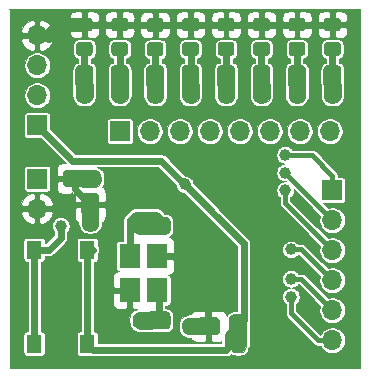
<source format=gbr>
G04 #@! TF.GenerationSoftware,KiCad,Pcbnew,(5.1.5)-3*
G04 #@! TF.CreationDate,2020-05-29T10:17:19-05:00*
G04 #@! TF.ProjectId,MSP430G2553,4d535034-3330-4473-9235-35332e6b6963,rev?*
G04 #@! TF.SameCoordinates,PX4db9760PY5f9b190*
G04 #@! TF.FileFunction,Copper,L1,Top*
G04 #@! TF.FilePolarity,Positive*
%FSLAX46Y46*%
G04 Gerber Fmt 4.6, Leading zero omitted, Abs format (unit mm)*
G04 Created by KiCad (PCBNEW (5.1.5)-3) date 2020-05-29 10:17:19*
%MOMM*%
%LPD*%
G04 APERTURE LIST*
%ADD10C,0.100000*%
%ADD11R,1.700000X1.700000*%
%ADD12O,1.700000X1.700000*%
%ADD13R,1.300000X1.550000*%
%ADD14R,1.800000X2.100000*%
%ADD15C,1.000000*%
%ADD16C,0.600000*%
%ADD17C,1.200000*%
%ADD18C,0.400000*%
G04 APERTURE END LIST*
D10*
G36*
X20100000Y1800000D02*
G01*
X19900000Y1600000D01*
X19500000Y1550000D01*
X19100000Y1600000D01*
X18900000Y1800000D01*
X18800000Y2100000D01*
X18800000Y3150000D01*
X20200000Y3150000D01*
X20200000Y2100000D01*
X20100000Y1800000D01*
G37*
X20100000Y1800000D02*
X19900000Y1600000D01*
X19500000Y1550000D01*
X19100000Y1600000D01*
X18900000Y1800000D01*
X18800000Y2100000D01*
X18800000Y3150000D01*
X20200000Y3150000D01*
X20200000Y2100000D01*
X20100000Y1800000D01*
G36*
X5900000Y22900000D02*
G01*
X6100000Y22700000D01*
X6500000Y22650000D01*
X6900000Y22700000D01*
X7100000Y22900000D01*
X7200000Y23200000D01*
X7200000Y24250000D01*
X5800000Y24250000D01*
X5800000Y23200000D01*
X5900000Y22900000D01*
G37*
X5900000Y22900000D02*
X6100000Y22700000D01*
X6500000Y22650000D01*
X6900000Y22700000D01*
X7100000Y22900000D01*
X7200000Y23200000D01*
X7200000Y24250000D01*
X5800000Y24250000D01*
X5800000Y23200000D01*
X5900000Y22900000D01*
G36*
X8900000Y22900000D02*
G01*
X9100000Y22700000D01*
X9500000Y22650000D01*
X9900000Y22700000D01*
X10100000Y22900000D01*
X10200000Y23200000D01*
X10200000Y24250000D01*
X8800000Y24250000D01*
X8800000Y23200000D01*
X8900000Y22900000D01*
G37*
X8900000Y22900000D02*
X9100000Y22700000D01*
X9500000Y22650000D01*
X9900000Y22700000D01*
X10100000Y22900000D01*
X10200000Y23200000D01*
X10200000Y24250000D01*
X8800000Y24250000D01*
X8800000Y23200000D01*
X8900000Y22900000D01*
G36*
X11900000Y22900000D02*
G01*
X12100000Y22700000D01*
X12500000Y22650000D01*
X12900000Y22700000D01*
X13100000Y22900000D01*
X13200000Y23200000D01*
X13200000Y24250000D01*
X11800000Y24250000D01*
X11800000Y23200000D01*
X11900000Y22900000D01*
G37*
X11900000Y22900000D02*
X12100000Y22700000D01*
X12500000Y22650000D01*
X12900000Y22700000D01*
X13100000Y22900000D01*
X13200000Y23200000D01*
X13200000Y24250000D01*
X11800000Y24250000D01*
X11800000Y23200000D01*
X11900000Y22900000D01*
G36*
X14900000Y22900000D02*
G01*
X15100000Y22700000D01*
X15500000Y22650000D01*
X15900000Y22700000D01*
X16100000Y22900000D01*
X16200000Y23200000D01*
X16200000Y24250000D01*
X14800000Y24250000D01*
X14800000Y23200000D01*
X14900000Y22900000D01*
G37*
X14900000Y22900000D02*
X15100000Y22700000D01*
X15500000Y22650000D01*
X15900000Y22700000D01*
X16100000Y22900000D01*
X16200000Y23200000D01*
X16200000Y24250000D01*
X14800000Y24250000D01*
X14800000Y23200000D01*
X14900000Y22900000D01*
G36*
X17900000Y22900000D02*
G01*
X18100000Y22700000D01*
X18500000Y22650000D01*
X18900000Y22700000D01*
X19100000Y22900000D01*
X19200000Y23200000D01*
X19200000Y24250000D01*
X17800000Y24250000D01*
X17800000Y23200000D01*
X17900000Y22900000D01*
G37*
X17900000Y22900000D02*
X18100000Y22700000D01*
X18500000Y22650000D01*
X18900000Y22700000D01*
X19100000Y22900000D01*
X19200000Y23200000D01*
X19200000Y24250000D01*
X17800000Y24250000D01*
X17800000Y23200000D01*
X17900000Y22900000D01*
G36*
X20900000Y22900000D02*
G01*
X21100000Y22700000D01*
X21500000Y22650000D01*
X21900000Y22700000D01*
X22100000Y22900000D01*
X22200000Y23200000D01*
X22200000Y24250000D01*
X20800000Y24250000D01*
X20800000Y23200000D01*
X20900000Y22900000D01*
G37*
X20900000Y22900000D02*
X21100000Y22700000D01*
X21500000Y22650000D01*
X21900000Y22700000D01*
X22100000Y22900000D01*
X22200000Y23200000D01*
X22200000Y24250000D01*
X20800000Y24250000D01*
X20800000Y23200000D01*
X20900000Y22900000D01*
G36*
X23900000Y22900000D02*
G01*
X24100000Y22700000D01*
X24500000Y22650000D01*
X24900000Y22700000D01*
X25100000Y22900000D01*
X25200000Y23200000D01*
X25200000Y24250000D01*
X23800000Y24250000D01*
X23800000Y23200000D01*
X23900000Y22900000D01*
G37*
X23900000Y22900000D02*
X24100000Y22700000D01*
X24500000Y22650000D01*
X24900000Y22700000D01*
X25100000Y22900000D01*
X25200000Y23200000D01*
X25200000Y24250000D01*
X23800000Y24250000D01*
X23800000Y23200000D01*
X23900000Y22900000D01*
G36*
X26900000Y22900000D02*
G01*
X27100000Y22700000D01*
X27500000Y22650000D01*
X27900000Y22700000D01*
X28100000Y22900000D01*
X28200000Y23200000D01*
X28200000Y24250000D01*
X26800000Y24250000D01*
X26800000Y23200000D01*
X26900000Y22900000D01*
G37*
X26900000Y22900000D02*
X27100000Y22700000D01*
X27500000Y22650000D01*
X27900000Y22700000D01*
X28100000Y22900000D01*
X28200000Y23200000D01*
X28200000Y24250000D01*
X26800000Y24250000D01*
X26800000Y23200000D01*
X26900000Y22900000D01*
G36*
X10850000Y11650000D02*
G01*
X10650000Y11850000D01*
X10600000Y12250000D01*
X10650000Y12650000D01*
X10850000Y12850000D01*
X11150000Y12950000D01*
X12200000Y12950000D01*
X12200000Y11550000D01*
X11150000Y11550000D01*
X10850000Y11650000D01*
G37*
X10850000Y11650000D02*
X10650000Y11850000D01*
X10600000Y12250000D01*
X10650000Y12650000D01*
X10850000Y12850000D01*
X11150000Y12950000D01*
X12200000Y12950000D01*
X12200000Y11550000D01*
X11150000Y11550000D01*
X10850000Y11650000D01*
G36*
X6400000Y12100000D02*
G01*
X6600000Y11900000D01*
X7000000Y11850000D01*
X7400000Y11900000D01*
X7600000Y12100000D01*
X7700000Y12400000D01*
X7700000Y13450000D01*
X6300000Y13450000D01*
X6300000Y12400000D01*
X6400000Y12100000D01*
G37*
X6400000Y12100000D02*
X6600000Y11900000D01*
X7000000Y11850000D01*
X7400000Y11900000D01*
X7600000Y12100000D01*
X7700000Y12400000D01*
X7700000Y13450000D01*
X6300000Y13450000D01*
X6300000Y12400000D01*
X6400000Y12100000D01*
G36*
X7650000Y15650000D02*
G01*
X7850000Y15850000D01*
X7900000Y16250000D01*
X7850000Y16650000D01*
X7650000Y16850000D01*
X7350000Y16950000D01*
X6300000Y16950000D01*
X6300000Y15550000D01*
X7350000Y15550000D01*
X7650000Y15650000D01*
G37*
X7650000Y15650000D02*
X7850000Y15850000D01*
X7900000Y16250000D01*
X7850000Y16650000D01*
X7650000Y16850000D01*
X7350000Y16950000D01*
X6300000Y16950000D01*
X6300000Y15550000D01*
X7350000Y15550000D01*
X7650000Y15650000D01*
G36*
X15050000Y4350000D02*
G01*
X14850000Y4150000D01*
X14800000Y3750000D01*
X14850000Y3350000D01*
X15050000Y3150000D01*
X15350000Y3050000D01*
X16400000Y3050000D01*
X16400000Y4450000D01*
X15350000Y4450000D01*
X15050000Y4350000D01*
G37*
X15050000Y4350000D02*
X14850000Y4150000D01*
X14800000Y3750000D01*
X14850000Y3350000D01*
X15050000Y3150000D01*
X15350000Y3050000D01*
X16400000Y3050000D01*
X16400000Y4450000D01*
X15350000Y4450000D01*
X15050000Y4350000D01*
G36*
X10850000Y4850000D02*
G01*
X10650000Y4650000D01*
X10600000Y4250000D01*
X10650000Y3850000D01*
X10850000Y3650000D01*
X11150000Y3550000D01*
X12200000Y3550000D01*
X12200000Y4950000D01*
X11150000Y4950000D01*
X10850000Y4850000D01*
G37*
X10850000Y4850000D02*
X10650000Y4650000D01*
X10600000Y4250000D01*
X10650000Y3850000D01*
X10850000Y3650000D01*
X11150000Y3550000D01*
X12200000Y3550000D01*
X12200000Y4950000D01*
X11150000Y4950000D01*
X10850000Y4850000D01*
G04 #@! TA.AperFunction,SMDPad,CuDef*
G36*
X19911756Y4748194D02*
G01*
X19948159Y4742794D01*
X19983857Y4733853D01*
X20018506Y4721455D01*
X20051774Y4705720D01*
X20083339Y4686801D01*
X20112897Y4664879D01*
X20140165Y4640165D01*
X20164879Y4612897D01*
X20186801Y4583339D01*
X20205720Y4551774D01*
X20221455Y4518506D01*
X20233853Y4483857D01*
X20242794Y4448159D01*
X20248194Y4411756D01*
X20250000Y4375000D01*
X20250000Y3125000D01*
X20248194Y3088244D01*
X20242794Y3051841D01*
X20233853Y3016143D01*
X20221455Y2981494D01*
X20205720Y2948226D01*
X20186801Y2916661D01*
X20164879Y2887103D01*
X20140165Y2859835D01*
X20112897Y2835121D01*
X20083339Y2813199D01*
X20051774Y2794280D01*
X20018506Y2778545D01*
X19983857Y2766147D01*
X19948159Y2757206D01*
X19911756Y2751806D01*
X19875000Y2750000D01*
X19125000Y2750000D01*
X19088244Y2751806D01*
X19051841Y2757206D01*
X19016143Y2766147D01*
X18981494Y2778545D01*
X18948226Y2794280D01*
X18916661Y2813199D01*
X18887103Y2835121D01*
X18859835Y2859835D01*
X18835121Y2887103D01*
X18813199Y2916661D01*
X18794280Y2948226D01*
X18778545Y2981494D01*
X18766147Y3016143D01*
X18757206Y3051841D01*
X18751806Y3088244D01*
X18750000Y3125000D01*
X18750000Y4375000D01*
X18751806Y4411756D01*
X18757206Y4448159D01*
X18766147Y4483857D01*
X18778545Y4518506D01*
X18794280Y4551774D01*
X18813199Y4583339D01*
X18835121Y4612897D01*
X18859835Y4640165D01*
X18887103Y4664879D01*
X18916661Y4686801D01*
X18948226Y4705720D01*
X18981494Y4721455D01*
X19016143Y4733853D01*
X19051841Y4742794D01*
X19088244Y4748194D01*
X19125000Y4750000D01*
X19875000Y4750000D01*
X19911756Y4748194D01*
G37*
G04 #@! TD.AperFunction*
G04 #@! TA.AperFunction,SMDPad,CuDef*
G36*
X6911756Y25848194D02*
G01*
X6948159Y25842794D01*
X6983857Y25833853D01*
X7018506Y25821455D01*
X7051774Y25805720D01*
X7083339Y25786801D01*
X7112897Y25764879D01*
X7140165Y25740165D01*
X7164879Y25712897D01*
X7186801Y25683339D01*
X7205720Y25651774D01*
X7221455Y25618506D01*
X7233853Y25583857D01*
X7242794Y25548159D01*
X7248194Y25511756D01*
X7250000Y25475000D01*
X7250000Y24225000D01*
X7248194Y24188244D01*
X7242794Y24151841D01*
X7233853Y24116143D01*
X7221455Y24081494D01*
X7205720Y24048226D01*
X7186801Y24016661D01*
X7164879Y23987103D01*
X7140165Y23959835D01*
X7112897Y23935121D01*
X7083339Y23913199D01*
X7051774Y23894280D01*
X7018506Y23878545D01*
X6983857Y23866147D01*
X6948159Y23857206D01*
X6911756Y23851806D01*
X6875000Y23850000D01*
X6125000Y23850000D01*
X6088244Y23851806D01*
X6051841Y23857206D01*
X6016143Y23866147D01*
X5981494Y23878545D01*
X5948226Y23894280D01*
X5916661Y23913199D01*
X5887103Y23935121D01*
X5859835Y23959835D01*
X5835121Y23987103D01*
X5813199Y24016661D01*
X5794280Y24048226D01*
X5778545Y24081494D01*
X5766147Y24116143D01*
X5757206Y24151841D01*
X5751806Y24188244D01*
X5750000Y24225000D01*
X5750000Y25475000D01*
X5751806Y25511756D01*
X5757206Y25548159D01*
X5766147Y25583857D01*
X5778545Y25618506D01*
X5794280Y25651774D01*
X5813199Y25683339D01*
X5835121Y25712897D01*
X5859835Y25740165D01*
X5887103Y25764879D01*
X5916661Y25786801D01*
X5948226Y25805720D01*
X5981494Y25821455D01*
X6016143Y25833853D01*
X6051841Y25842794D01*
X6088244Y25848194D01*
X6125000Y25850000D01*
X6875000Y25850000D01*
X6911756Y25848194D01*
G37*
G04 #@! TD.AperFunction*
G04 #@! TA.AperFunction,SMDPad,CuDef*
G36*
X9911756Y25848194D02*
G01*
X9948159Y25842794D01*
X9983857Y25833853D01*
X10018506Y25821455D01*
X10051774Y25805720D01*
X10083339Y25786801D01*
X10112897Y25764879D01*
X10140165Y25740165D01*
X10164879Y25712897D01*
X10186801Y25683339D01*
X10205720Y25651774D01*
X10221455Y25618506D01*
X10233853Y25583857D01*
X10242794Y25548159D01*
X10248194Y25511756D01*
X10250000Y25475000D01*
X10250000Y24225000D01*
X10248194Y24188244D01*
X10242794Y24151841D01*
X10233853Y24116143D01*
X10221455Y24081494D01*
X10205720Y24048226D01*
X10186801Y24016661D01*
X10164879Y23987103D01*
X10140165Y23959835D01*
X10112897Y23935121D01*
X10083339Y23913199D01*
X10051774Y23894280D01*
X10018506Y23878545D01*
X9983857Y23866147D01*
X9948159Y23857206D01*
X9911756Y23851806D01*
X9875000Y23850000D01*
X9125000Y23850000D01*
X9088244Y23851806D01*
X9051841Y23857206D01*
X9016143Y23866147D01*
X8981494Y23878545D01*
X8948226Y23894280D01*
X8916661Y23913199D01*
X8887103Y23935121D01*
X8859835Y23959835D01*
X8835121Y23987103D01*
X8813199Y24016661D01*
X8794280Y24048226D01*
X8778545Y24081494D01*
X8766147Y24116143D01*
X8757206Y24151841D01*
X8751806Y24188244D01*
X8750000Y24225000D01*
X8750000Y25475000D01*
X8751806Y25511756D01*
X8757206Y25548159D01*
X8766147Y25583857D01*
X8778545Y25618506D01*
X8794280Y25651774D01*
X8813199Y25683339D01*
X8835121Y25712897D01*
X8859835Y25740165D01*
X8887103Y25764879D01*
X8916661Y25786801D01*
X8948226Y25805720D01*
X8981494Y25821455D01*
X9016143Y25833853D01*
X9051841Y25842794D01*
X9088244Y25848194D01*
X9125000Y25850000D01*
X9875000Y25850000D01*
X9911756Y25848194D01*
G37*
G04 #@! TD.AperFunction*
G04 #@! TA.AperFunction,SMDPad,CuDef*
G36*
X12911756Y25848194D02*
G01*
X12948159Y25842794D01*
X12983857Y25833853D01*
X13018506Y25821455D01*
X13051774Y25805720D01*
X13083339Y25786801D01*
X13112897Y25764879D01*
X13140165Y25740165D01*
X13164879Y25712897D01*
X13186801Y25683339D01*
X13205720Y25651774D01*
X13221455Y25618506D01*
X13233853Y25583857D01*
X13242794Y25548159D01*
X13248194Y25511756D01*
X13250000Y25475000D01*
X13250000Y24225000D01*
X13248194Y24188244D01*
X13242794Y24151841D01*
X13233853Y24116143D01*
X13221455Y24081494D01*
X13205720Y24048226D01*
X13186801Y24016661D01*
X13164879Y23987103D01*
X13140165Y23959835D01*
X13112897Y23935121D01*
X13083339Y23913199D01*
X13051774Y23894280D01*
X13018506Y23878545D01*
X12983857Y23866147D01*
X12948159Y23857206D01*
X12911756Y23851806D01*
X12875000Y23850000D01*
X12125000Y23850000D01*
X12088244Y23851806D01*
X12051841Y23857206D01*
X12016143Y23866147D01*
X11981494Y23878545D01*
X11948226Y23894280D01*
X11916661Y23913199D01*
X11887103Y23935121D01*
X11859835Y23959835D01*
X11835121Y23987103D01*
X11813199Y24016661D01*
X11794280Y24048226D01*
X11778545Y24081494D01*
X11766147Y24116143D01*
X11757206Y24151841D01*
X11751806Y24188244D01*
X11750000Y24225000D01*
X11750000Y25475000D01*
X11751806Y25511756D01*
X11757206Y25548159D01*
X11766147Y25583857D01*
X11778545Y25618506D01*
X11794280Y25651774D01*
X11813199Y25683339D01*
X11835121Y25712897D01*
X11859835Y25740165D01*
X11887103Y25764879D01*
X11916661Y25786801D01*
X11948226Y25805720D01*
X11981494Y25821455D01*
X12016143Y25833853D01*
X12051841Y25842794D01*
X12088244Y25848194D01*
X12125000Y25850000D01*
X12875000Y25850000D01*
X12911756Y25848194D01*
G37*
G04 #@! TD.AperFunction*
G04 #@! TA.AperFunction,SMDPad,CuDef*
G36*
X15911756Y25848194D02*
G01*
X15948159Y25842794D01*
X15983857Y25833853D01*
X16018506Y25821455D01*
X16051774Y25805720D01*
X16083339Y25786801D01*
X16112897Y25764879D01*
X16140165Y25740165D01*
X16164879Y25712897D01*
X16186801Y25683339D01*
X16205720Y25651774D01*
X16221455Y25618506D01*
X16233853Y25583857D01*
X16242794Y25548159D01*
X16248194Y25511756D01*
X16250000Y25475000D01*
X16250000Y24225000D01*
X16248194Y24188244D01*
X16242794Y24151841D01*
X16233853Y24116143D01*
X16221455Y24081494D01*
X16205720Y24048226D01*
X16186801Y24016661D01*
X16164879Y23987103D01*
X16140165Y23959835D01*
X16112897Y23935121D01*
X16083339Y23913199D01*
X16051774Y23894280D01*
X16018506Y23878545D01*
X15983857Y23866147D01*
X15948159Y23857206D01*
X15911756Y23851806D01*
X15875000Y23850000D01*
X15125000Y23850000D01*
X15088244Y23851806D01*
X15051841Y23857206D01*
X15016143Y23866147D01*
X14981494Y23878545D01*
X14948226Y23894280D01*
X14916661Y23913199D01*
X14887103Y23935121D01*
X14859835Y23959835D01*
X14835121Y23987103D01*
X14813199Y24016661D01*
X14794280Y24048226D01*
X14778545Y24081494D01*
X14766147Y24116143D01*
X14757206Y24151841D01*
X14751806Y24188244D01*
X14750000Y24225000D01*
X14750000Y25475000D01*
X14751806Y25511756D01*
X14757206Y25548159D01*
X14766147Y25583857D01*
X14778545Y25618506D01*
X14794280Y25651774D01*
X14813199Y25683339D01*
X14835121Y25712897D01*
X14859835Y25740165D01*
X14887103Y25764879D01*
X14916661Y25786801D01*
X14948226Y25805720D01*
X14981494Y25821455D01*
X15016143Y25833853D01*
X15051841Y25842794D01*
X15088244Y25848194D01*
X15125000Y25850000D01*
X15875000Y25850000D01*
X15911756Y25848194D01*
G37*
G04 #@! TD.AperFunction*
G04 #@! TA.AperFunction,SMDPad,CuDef*
G36*
X18911756Y25848194D02*
G01*
X18948159Y25842794D01*
X18983857Y25833853D01*
X19018506Y25821455D01*
X19051774Y25805720D01*
X19083339Y25786801D01*
X19112897Y25764879D01*
X19140165Y25740165D01*
X19164879Y25712897D01*
X19186801Y25683339D01*
X19205720Y25651774D01*
X19221455Y25618506D01*
X19233853Y25583857D01*
X19242794Y25548159D01*
X19248194Y25511756D01*
X19250000Y25475000D01*
X19250000Y24225000D01*
X19248194Y24188244D01*
X19242794Y24151841D01*
X19233853Y24116143D01*
X19221455Y24081494D01*
X19205720Y24048226D01*
X19186801Y24016661D01*
X19164879Y23987103D01*
X19140165Y23959835D01*
X19112897Y23935121D01*
X19083339Y23913199D01*
X19051774Y23894280D01*
X19018506Y23878545D01*
X18983857Y23866147D01*
X18948159Y23857206D01*
X18911756Y23851806D01*
X18875000Y23850000D01*
X18125000Y23850000D01*
X18088244Y23851806D01*
X18051841Y23857206D01*
X18016143Y23866147D01*
X17981494Y23878545D01*
X17948226Y23894280D01*
X17916661Y23913199D01*
X17887103Y23935121D01*
X17859835Y23959835D01*
X17835121Y23987103D01*
X17813199Y24016661D01*
X17794280Y24048226D01*
X17778545Y24081494D01*
X17766147Y24116143D01*
X17757206Y24151841D01*
X17751806Y24188244D01*
X17750000Y24225000D01*
X17750000Y25475000D01*
X17751806Y25511756D01*
X17757206Y25548159D01*
X17766147Y25583857D01*
X17778545Y25618506D01*
X17794280Y25651774D01*
X17813199Y25683339D01*
X17835121Y25712897D01*
X17859835Y25740165D01*
X17887103Y25764879D01*
X17916661Y25786801D01*
X17948226Y25805720D01*
X17981494Y25821455D01*
X18016143Y25833853D01*
X18051841Y25842794D01*
X18088244Y25848194D01*
X18125000Y25850000D01*
X18875000Y25850000D01*
X18911756Y25848194D01*
G37*
G04 #@! TD.AperFunction*
G04 #@! TA.AperFunction,SMDPad,CuDef*
G36*
X21911756Y25848194D02*
G01*
X21948159Y25842794D01*
X21983857Y25833853D01*
X22018506Y25821455D01*
X22051774Y25805720D01*
X22083339Y25786801D01*
X22112897Y25764879D01*
X22140165Y25740165D01*
X22164879Y25712897D01*
X22186801Y25683339D01*
X22205720Y25651774D01*
X22221455Y25618506D01*
X22233853Y25583857D01*
X22242794Y25548159D01*
X22248194Y25511756D01*
X22250000Y25475000D01*
X22250000Y24225000D01*
X22248194Y24188244D01*
X22242794Y24151841D01*
X22233853Y24116143D01*
X22221455Y24081494D01*
X22205720Y24048226D01*
X22186801Y24016661D01*
X22164879Y23987103D01*
X22140165Y23959835D01*
X22112897Y23935121D01*
X22083339Y23913199D01*
X22051774Y23894280D01*
X22018506Y23878545D01*
X21983857Y23866147D01*
X21948159Y23857206D01*
X21911756Y23851806D01*
X21875000Y23850000D01*
X21125000Y23850000D01*
X21088244Y23851806D01*
X21051841Y23857206D01*
X21016143Y23866147D01*
X20981494Y23878545D01*
X20948226Y23894280D01*
X20916661Y23913199D01*
X20887103Y23935121D01*
X20859835Y23959835D01*
X20835121Y23987103D01*
X20813199Y24016661D01*
X20794280Y24048226D01*
X20778545Y24081494D01*
X20766147Y24116143D01*
X20757206Y24151841D01*
X20751806Y24188244D01*
X20750000Y24225000D01*
X20750000Y25475000D01*
X20751806Y25511756D01*
X20757206Y25548159D01*
X20766147Y25583857D01*
X20778545Y25618506D01*
X20794280Y25651774D01*
X20813199Y25683339D01*
X20835121Y25712897D01*
X20859835Y25740165D01*
X20887103Y25764879D01*
X20916661Y25786801D01*
X20948226Y25805720D01*
X20981494Y25821455D01*
X21016143Y25833853D01*
X21051841Y25842794D01*
X21088244Y25848194D01*
X21125000Y25850000D01*
X21875000Y25850000D01*
X21911756Y25848194D01*
G37*
G04 #@! TD.AperFunction*
G04 #@! TA.AperFunction,SMDPad,CuDef*
G36*
X24911756Y25848194D02*
G01*
X24948159Y25842794D01*
X24983857Y25833853D01*
X25018506Y25821455D01*
X25051774Y25805720D01*
X25083339Y25786801D01*
X25112897Y25764879D01*
X25140165Y25740165D01*
X25164879Y25712897D01*
X25186801Y25683339D01*
X25205720Y25651774D01*
X25221455Y25618506D01*
X25233853Y25583857D01*
X25242794Y25548159D01*
X25248194Y25511756D01*
X25250000Y25475000D01*
X25250000Y24225000D01*
X25248194Y24188244D01*
X25242794Y24151841D01*
X25233853Y24116143D01*
X25221455Y24081494D01*
X25205720Y24048226D01*
X25186801Y24016661D01*
X25164879Y23987103D01*
X25140165Y23959835D01*
X25112897Y23935121D01*
X25083339Y23913199D01*
X25051774Y23894280D01*
X25018506Y23878545D01*
X24983857Y23866147D01*
X24948159Y23857206D01*
X24911756Y23851806D01*
X24875000Y23850000D01*
X24125000Y23850000D01*
X24088244Y23851806D01*
X24051841Y23857206D01*
X24016143Y23866147D01*
X23981494Y23878545D01*
X23948226Y23894280D01*
X23916661Y23913199D01*
X23887103Y23935121D01*
X23859835Y23959835D01*
X23835121Y23987103D01*
X23813199Y24016661D01*
X23794280Y24048226D01*
X23778545Y24081494D01*
X23766147Y24116143D01*
X23757206Y24151841D01*
X23751806Y24188244D01*
X23750000Y24225000D01*
X23750000Y25475000D01*
X23751806Y25511756D01*
X23757206Y25548159D01*
X23766147Y25583857D01*
X23778545Y25618506D01*
X23794280Y25651774D01*
X23813199Y25683339D01*
X23835121Y25712897D01*
X23859835Y25740165D01*
X23887103Y25764879D01*
X23916661Y25786801D01*
X23948226Y25805720D01*
X23981494Y25821455D01*
X24016143Y25833853D01*
X24051841Y25842794D01*
X24088244Y25848194D01*
X24125000Y25850000D01*
X24875000Y25850000D01*
X24911756Y25848194D01*
G37*
G04 #@! TD.AperFunction*
G04 #@! TA.AperFunction,SMDPad,CuDef*
G36*
X27911756Y25848194D02*
G01*
X27948159Y25842794D01*
X27983857Y25833853D01*
X28018506Y25821455D01*
X28051774Y25805720D01*
X28083339Y25786801D01*
X28112897Y25764879D01*
X28140165Y25740165D01*
X28164879Y25712897D01*
X28186801Y25683339D01*
X28205720Y25651774D01*
X28221455Y25618506D01*
X28233853Y25583857D01*
X28242794Y25548159D01*
X28248194Y25511756D01*
X28250000Y25475000D01*
X28250000Y24225000D01*
X28248194Y24188244D01*
X28242794Y24151841D01*
X28233853Y24116143D01*
X28221455Y24081494D01*
X28205720Y24048226D01*
X28186801Y24016661D01*
X28164879Y23987103D01*
X28140165Y23959835D01*
X28112897Y23935121D01*
X28083339Y23913199D01*
X28051774Y23894280D01*
X28018506Y23878545D01*
X27983857Y23866147D01*
X27948159Y23857206D01*
X27911756Y23851806D01*
X27875000Y23850000D01*
X27125000Y23850000D01*
X27088244Y23851806D01*
X27051841Y23857206D01*
X27016143Y23866147D01*
X26981494Y23878545D01*
X26948226Y23894280D01*
X26916661Y23913199D01*
X26887103Y23935121D01*
X26859835Y23959835D01*
X26835121Y23987103D01*
X26813199Y24016661D01*
X26794280Y24048226D01*
X26778545Y24081494D01*
X26766147Y24116143D01*
X26757206Y24151841D01*
X26751806Y24188244D01*
X26750000Y24225000D01*
X26750000Y25475000D01*
X26751806Y25511756D01*
X26757206Y25548159D01*
X26766147Y25583857D01*
X26778545Y25618506D01*
X26794280Y25651774D01*
X26813199Y25683339D01*
X26835121Y25712897D01*
X26859835Y25740165D01*
X26887103Y25764879D01*
X26916661Y25786801D01*
X26948226Y25805720D01*
X26981494Y25821455D01*
X27016143Y25833853D01*
X27051841Y25842794D01*
X27088244Y25848194D01*
X27125000Y25850000D01*
X27875000Y25850000D01*
X27911756Y25848194D01*
G37*
G04 #@! TD.AperFunction*
G04 #@! TA.AperFunction,SMDPad,CuDef*
G36*
X13461756Y12998194D02*
G01*
X13498159Y12992794D01*
X13533857Y12983853D01*
X13568506Y12971455D01*
X13601774Y12955720D01*
X13633339Y12936801D01*
X13662897Y12914879D01*
X13690165Y12890165D01*
X13714879Y12862897D01*
X13736801Y12833339D01*
X13755720Y12801774D01*
X13771455Y12768506D01*
X13783853Y12733857D01*
X13792794Y12698159D01*
X13798194Y12661756D01*
X13800000Y12625000D01*
X13800000Y11875000D01*
X13798194Y11838244D01*
X13792794Y11801841D01*
X13783853Y11766143D01*
X13771455Y11731494D01*
X13755720Y11698226D01*
X13736801Y11666661D01*
X13714879Y11637103D01*
X13690165Y11609835D01*
X13662897Y11585121D01*
X13633339Y11563199D01*
X13601774Y11544280D01*
X13568506Y11528545D01*
X13533857Y11516147D01*
X13498159Y11507206D01*
X13461756Y11501806D01*
X13425000Y11500000D01*
X12175000Y11500000D01*
X12138244Y11501806D01*
X12101841Y11507206D01*
X12066143Y11516147D01*
X12031494Y11528545D01*
X11998226Y11544280D01*
X11966661Y11563199D01*
X11937103Y11585121D01*
X11909835Y11609835D01*
X11885121Y11637103D01*
X11863199Y11666661D01*
X11844280Y11698226D01*
X11828545Y11731494D01*
X11816147Y11766143D01*
X11807206Y11801841D01*
X11801806Y11838244D01*
X11800000Y11875000D01*
X11800000Y12625000D01*
X11801806Y12661756D01*
X11807206Y12698159D01*
X11816147Y12733857D01*
X11828545Y12768506D01*
X11844280Y12801774D01*
X11863199Y12833339D01*
X11885121Y12862897D01*
X11909835Y12890165D01*
X11937103Y12914879D01*
X11966661Y12936801D01*
X11998226Y12955720D01*
X12031494Y12971455D01*
X12066143Y12983853D01*
X12101841Y12992794D01*
X12138244Y12998194D01*
X12175000Y13000000D01*
X13425000Y13000000D01*
X13461756Y12998194D01*
G37*
G04 #@! TD.AperFunction*
G04 #@! TA.AperFunction,SMDPad,CuDef*
G36*
X7411756Y15048194D02*
G01*
X7448159Y15042794D01*
X7483857Y15033853D01*
X7518506Y15021455D01*
X7551774Y15005720D01*
X7583339Y14986801D01*
X7612897Y14964879D01*
X7640165Y14940165D01*
X7664879Y14912897D01*
X7686801Y14883339D01*
X7705720Y14851774D01*
X7721455Y14818506D01*
X7733853Y14783857D01*
X7742794Y14748159D01*
X7748194Y14711756D01*
X7750000Y14675000D01*
X7750000Y13425000D01*
X7748194Y13388244D01*
X7742794Y13351841D01*
X7733853Y13316143D01*
X7721455Y13281494D01*
X7705720Y13248226D01*
X7686801Y13216661D01*
X7664879Y13187103D01*
X7640165Y13159835D01*
X7612897Y13135121D01*
X7583339Y13113199D01*
X7551774Y13094280D01*
X7518506Y13078545D01*
X7483857Y13066147D01*
X7448159Y13057206D01*
X7411756Y13051806D01*
X7375000Y13050000D01*
X6625000Y13050000D01*
X6588244Y13051806D01*
X6551841Y13057206D01*
X6516143Y13066147D01*
X6481494Y13078545D01*
X6448226Y13094280D01*
X6416661Y13113199D01*
X6387103Y13135121D01*
X6359835Y13159835D01*
X6335121Y13187103D01*
X6313199Y13216661D01*
X6294280Y13248226D01*
X6278545Y13281494D01*
X6266147Y13316143D01*
X6257206Y13351841D01*
X6251806Y13388244D01*
X6250000Y13425000D01*
X6250000Y14675000D01*
X6251806Y14711756D01*
X6257206Y14748159D01*
X6266147Y14783857D01*
X6278545Y14818506D01*
X6294280Y14851774D01*
X6313199Y14883339D01*
X6335121Y14912897D01*
X6359835Y14940165D01*
X6387103Y14964879D01*
X6416661Y14986801D01*
X6448226Y15005720D01*
X6481494Y15021455D01*
X6516143Y15033853D01*
X6551841Y15042794D01*
X6588244Y15048194D01*
X6625000Y15050000D01*
X7375000Y15050000D01*
X7411756Y15048194D01*
G37*
G04 #@! TD.AperFunction*
G04 #@! TA.AperFunction,SMDPad,CuDef*
G36*
X6361756Y16998194D02*
G01*
X6398159Y16992794D01*
X6433857Y16983853D01*
X6468506Y16971455D01*
X6501774Y16955720D01*
X6533339Y16936801D01*
X6562897Y16914879D01*
X6590165Y16890165D01*
X6614879Y16862897D01*
X6636801Y16833339D01*
X6655720Y16801774D01*
X6671455Y16768506D01*
X6683853Y16733857D01*
X6692794Y16698159D01*
X6698194Y16661756D01*
X6700000Y16625000D01*
X6700000Y15875000D01*
X6698194Y15838244D01*
X6692794Y15801841D01*
X6683853Y15766143D01*
X6671455Y15731494D01*
X6655720Y15698226D01*
X6636801Y15666661D01*
X6614879Y15637103D01*
X6590165Y15609835D01*
X6562897Y15585121D01*
X6533339Y15563199D01*
X6501774Y15544280D01*
X6468506Y15528545D01*
X6433857Y15516147D01*
X6398159Y15507206D01*
X6361756Y15501806D01*
X6325000Y15500000D01*
X5075000Y15500000D01*
X5038244Y15501806D01*
X5001841Y15507206D01*
X4966143Y15516147D01*
X4931494Y15528545D01*
X4898226Y15544280D01*
X4866661Y15563199D01*
X4837103Y15585121D01*
X4809835Y15609835D01*
X4785121Y15637103D01*
X4763199Y15666661D01*
X4744280Y15698226D01*
X4728545Y15731494D01*
X4716147Y15766143D01*
X4707206Y15801841D01*
X4701806Y15838244D01*
X4700000Y15875000D01*
X4700000Y16625000D01*
X4701806Y16661756D01*
X4707206Y16698159D01*
X4716147Y16733857D01*
X4728545Y16768506D01*
X4744280Y16801774D01*
X4763199Y16833339D01*
X4785121Y16862897D01*
X4809835Y16890165D01*
X4837103Y16914879D01*
X4866661Y16936801D01*
X4898226Y16955720D01*
X4931494Y16971455D01*
X4966143Y16983853D01*
X5001841Y16992794D01*
X5038244Y16998194D01*
X5075000Y17000000D01*
X6325000Y17000000D01*
X6361756Y16998194D01*
G37*
G04 #@! TD.AperFunction*
G04 #@! TA.AperFunction,SMDPad,CuDef*
G36*
X17661756Y4498194D02*
G01*
X17698159Y4492794D01*
X17733857Y4483853D01*
X17768506Y4471455D01*
X17801774Y4455720D01*
X17833339Y4436801D01*
X17862897Y4414879D01*
X17890165Y4390165D01*
X17914879Y4362897D01*
X17936801Y4333339D01*
X17955720Y4301774D01*
X17971455Y4268506D01*
X17983853Y4233857D01*
X17992794Y4198159D01*
X17998194Y4161756D01*
X18000000Y4125000D01*
X18000000Y3375000D01*
X17998194Y3338244D01*
X17992794Y3301841D01*
X17983853Y3266143D01*
X17971455Y3231494D01*
X17955720Y3198226D01*
X17936801Y3166661D01*
X17914879Y3137103D01*
X17890165Y3109835D01*
X17862897Y3085121D01*
X17833339Y3063199D01*
X17801774Y3044280D01*
X17768506Y3028545D01*
X17733857Y3016147D01*
X17698159Y3007206D01*
X17661756Y3001806D01*
X17625000Y3000000D01*
X16375000Y3000000D01*
X16338244Y3001806D01*
X16301841Y3007206D01*
X16266143Y3016147D01*
X16231494Y3028545D01*
X16198226Y3044280D01*
X16166661Y3063199D01*
X16137103Y3085121D01*
X16109835Y3109835D01*
X16085121Y3137103D01*
X16063199Y3166661D01*
X16044280Y3198226D01*
X16028545Y3231494D01*
X16016147Y3266143D01*
X16007206Y3301841D01*
X16001806Y3338244D01*
X16000000Y3375000D01*
X16000000Y4125000D01*
X16001806Y4161756D01*
X16007206Y4198159D01*
X16016147Y4233857D01*
X16028545Y4268506D01*
X16044280Y4301774D01*
X16063199Y4333339D01*
X16085121Y4362897D01*
X16109835Y4390165D01*
X16137103Y4414879D01*
X16166661Y4436801D01*
X16198226Y4455720D01*
X16231494Y4471455D01*
X16266143Y4483853D01*
X16301841Y4492794D01*
X16338244Y4498194D01*
X16375000Y4500000D01*
X17625000Y4500000D01*
X17661756Y4498194D01*
G37*
G04 #@! TD.AperFunction*
G04 #@! TA.AperFunction,SMDPad,CuDef*
G36*
X13461756Y4998194D02*
G01*
X13498159Y4992794D01*
X13533857Y4983853D01*
X13568506Y4971455D01*
X13601774Y4955720D01*
X13633339Y4936801D01*
X13662897Y4914879D01*
X13690165Y4890165D01*
X13714879Y4862897D01*
X13736801Y4833339D01*
X13755720Y4801774D01*
X13771455Y4768506D01*
X13783853Y4733857D01*
X13792794Y4698159D01*
X13798194Y4661756D01*
X13800000Y4625000D01*
X13800000Y3875000D01*
X13798194Y3838244D01*
X13792794Y3801841D01*
X13783853Y3766143D01*
X13771455Y3731494D01*
X13755720Y3698226D01*
X13736801Y3666661D01*
X13714879Y3637103D01*
X13690165Y3609835D01*
X13662897Y3585121D01*
X13633339Y3563199D01*
X13601774Y3544280D01*
X13568506Y3528545D01*
X13533857Y3516147D01*
X13498159Y3507206D01*
X13461756Y3501806D01*
X13425000Y3500000D01*
X12175000Y3500000D01*
X12138244Y3501806D01*
X12101841Y3507206D01*
X12066143Y3516147D01*
X12031494Y3528545D01*
X11998226Y3544280D01*
X11966661Y3563199D01*
X11937103Y3585121D01*
X11909835Y3609835D01*
X11885121Y3637103D01*
X11863199Y3666661D01*
X11844280Y3698226D01*
X11828545Y3731494D01*
X11816147Y3766143D01*
X11807206Y3801841D01*
X11801806Y3838244D01*
X11800000Y3875000D01*
X11800000Y4625000D01*
X11801806Y4661756D01*
X11807206Y4698159D01*
X11816147Y4733857D01*
X11828545Y4768506D01*
X11844280Y4801774D01*
X11863199Y4833339D01*
X11885121Y4862897D01*
X11909835Y4890165D01*
X11937103Y4914879D01*
X11966661Y4936801D01*
X11998226Y4955720D01*
X12031494Y4971455D01*
X12066143Y4983853D01*
X12101841Y4992794D01*
X12138244Y4998194D01*
X12175000Y5000000D01*
X13425000Y5000000D01*
X13461756Y4998194D01*
G37*
G04 #@! TD.AperFunction*
G04 #@! TA.AperFunction,SMDPad,CuDef*
G36*
X6974505Y27798796D02*
G01*
X6998773Y27795196D01*
X7022572Y27789235D01*
X7045671Y27780970D01*
X7067850Y27770480D01*
X7088893Y27757868D01*
X7108599Y27743253D01*
X7126777Y27726777D01*
X7143253Y27708599D01*
X7157868Y27688893D01*
X7170480Y27667850D01*
X7180970Y27645671D01*
X7189235Y27622572D01*
X7195196Y27598773D01*
X7198796Y27574505D01*
X7200000Y27550001D01*
X7200000Y26899999D01*
X7198796Y26875495D01*
X7195196Y26851227D01*
X7189235Y26827428D01*
X7180970Y26804329D01*
X7170480Y26782150D01*
X7157868Y26761107D01*
X7143253Y26741401D01*
X7126777Y26723223D01*
X7108599Y26706747D01*
X7088893Y26692132D01*
X7067850Y26679520D01*
X7045671Y26669030D01*
X7022572Y26660765D01*
X6998773Y26654804D01*
X6974505Y26651204D01*
X6950001Y26650000D01*
X6049999Y26650000D01*
X6025495Y26651204D01*
X6001227Y26654804D01*
X5977428Y26660765D01*
X5954329Y26669030D01*
X5932150Y26679520D01*
X5911107Y26692132D01*
X5891401Y26706747D01*
X5873223Y26723223D01*
X5856747Y26741401D01*
X5842132Y26761107D01*
X5829520Y26782150D01*
X5819030Y26804329D01*
X5810765Y26827428D01*
X5804804Y26851227D01*
X5801204Y26875495D01*
X5800000Y26899999D01*
X5800000Y27550001D01*
X5801204Y27574505D01*
X5804804Y27598773D01*
X5810765Y27622572D01*
X5819030Y27645671D01*
X5829520Y27667850D01*
X5842132Y27688893D01*
X5856747Y27708599D01*
X5873223Y27726777D01*
X5891401Y27743253D01*
X5911107Y27757868D01*
X5932150Y27770480D01*
X5954329Y27780970D01*
X5977428Y27789235D01*
X6001227Y27795196D01*
X6025495Y27798796D01*
X6049999Y27800000D01*
X6950001Y27800000D01*
X6974505Y27798796D01*
G37*
G04 #@! TD.AperFunction*
G04 #@! TA.AperFunction,SMDPad,CuDef*
G36*
X6974505Y29848796D02*
G01*
X6998773Y29845196D01*
X7022572Y29839235D01*
X7045671Y29830970D01*
X7067850Y29820480D01*
X7088893Y29807868D01*
X7108599Y29793253D01*
X7126777Y29776777D01*
X7143253Y29758599D01*
X7157868Y29738893D01*
X7170480Y29717850D01*
X7180970Y29695671D01*
X7189235Y29672572D01*
X7195196Y29648773D01*
X7198796Y29624505D01*
X7200000Y29600001D01*
X7200000Y28949999D01*
X7198796Y28925495D01*
X7195196Y28901227D01*
X7189235Y28877428D01*
X7180970Y28854329D01*
X7170480Y28832150D01*
X7157868Y28811107D01*
X7143253Y28791401D01*
X7126777Y28773223D01*
X7108599Y28756747D01*
X7088893Y28742132D01*
X7067850Y28729520D01*
X7045671Y28719030D01*
X7022572Y28710765D01*
X6998773Y28704804D01*
X6974505Y28701204D01*
X6950001Y28700000D01*
X6049999Y28700000D01*
X6025495Y28701204D01*
X6001227Y28704804D01*
X5977428Y28710765D01*
X5954329Y28719030D01*
X5932150Y28729520D01*
X5911107Y28742132D01*
X5891401Y28756747D01*
X5873223Y28773223D01*
X5856747Y28791401D01*
X5842132Y28811107D01*
X5829520Y28832150D01*
X5819030Y28854329D01*
X5810765Y28877428D01*
X5804804Y28901227D01*
X5801204Y28925495D01*
X5800000Y28949999D01*
X5800000Y29600001D01*
X5801204Y29624505D01*
X5804804Y29648773D01*
X5810765Y29672572D01*
X5819030Y29695671D01*
X5829520Y29717850D01*
X5842132Y29738893D01*
X5856747Y29758599D01*
X5873223Y29776777D01*
X5891401Y29793253D01*
X5911107Y29807868D01*
X5932150Y29820480D01*
X5954329Y29830970D01*
X5977428Y29839235D01*
X6001227Y29845196D01*
X6025495Y29848796D01*
X6049999Y29850000D01*
X6950001Y29850000D01*
X6974505Y29848796D01*
G37*
G04 #@! TD.AperFunction*
G04 #@! TA.AperFunction,SMDPad,CuDef*
G36*
X9974505Y29848796D02*
G01*
X9998773Y29845196D01*
X10022572Y29839235D01*
X10045671Y29830970D01*
X10067850Y29820480D01*
X10088893Y29807868D01*
X10108599Y29793253D01*
X10126777Y29776777D01*
X10143253Y29758599D01*
X10157868Y29738893D01*
X10170480Y29717850D01*
X10180970Y29695671D01*
X10189235Y29672572D01*
X10195196Y29648773D01*
X10198796Y29624505D01*
X10200000Y29600001D01*
X10200000Y28949999D01*
X10198796Y28925495D01*
X10195196Y28901227D01*
X10189235Y28877428D01*
X10180970Y28854329D01*
X10170480Y28832150D01*
X10157868Y28811107D01*
X10143253Y28791401D01*
X10126777Y28773223D01*
X10108599Y28756747D01*
X10088893Y28742132D01*
X10067850Y28729520D01*
X10045671Y28719030D01*
X10022572Y28710765D01*
X9998773Y28704804D01*
X9974505Y28701204D01*
X9950001Y28700000D01*
X9049999Y28700000D01*
X9025495Y28701204D01*
X9001227Y28704804D01*
X8977428Y28710765D01*
X8954329Y28719030D01*
X8932150Y28729520D01*
X8911107Y28742132D01*
X8891401Y28756747D01*
X8873223Y28773223D01*
X8856747Y28791401D01*
X8842132Y28811107D01*
X8829520Y28832150D01*
X8819030Y28854329D01*
X8810765Y28877428D01*
X8804804Y28901227D01*
X8801204Y28925495D01*
X8800000Y28949999D01*
X8800000Y29600001D01*
X8801204Y29624505D01*
X8804804Y29648773D01*
X8810765Y29672572D01*
X8819030Y29695671D01*
X8829520Y29717850D01*
X8842132Y29738893D01*
X8856747Y29758599D01*
X8873223Y29776777D01*
X8891401Y29793253D01*
X8911107Y29807868D01*
X8932150Y29820480D01*
X8954329Y29830970D01*
X8977428Y29839235D01*
X9001227Y29845196D01*
X9025495Y29848796D01*
X9049999Y29850000D01*
X9950001Y29850000D01*
X9974505Y29848796D01*
G37*
G04 #@! TD.AperFunction*
G04 #@! TA.AperFunction,SMDPad,CuDef*
G36*
X9974505Y27798796D02*
G01*
X9998773Y27795196D01*
X10022572Y27789235D01*
X10045671Y27780970D01*
X10067850Y27770480D01*
X10088893Y27757868D01*
X10108599Y27743253D01*
X10126777Y27726777D01*
X10143253Y27708599D01*
X10157868Y27688893D01*
X10170480Y27667850D01*
X10180970Y27645671D01*
X10189235Y27622572D01*
X10195196Y27598773D01*
X10198796Y27574505D01*
X10200000Y27550001D01*
X10200000Y26899999D01*
X10198796Y26875495D01*
X10195196Y26851227D01*
X10189235Y26827428D01*
X10180970Y26804329D01*
X10170480Y26782150D01*
X10157868Y26761107D01*
X10143253Y26741401D01*
X10126777Y26723223D01*
X10108599Y26706747D01*
X10088893Y26692132D01*
X10067850Y26679520D01*
X10045671Y26669030D01*
X10022572Y26660765D01*
X9998773Y26654804D01*
X9974505Y26651204D01*
X9950001Y26650000D01*
X9049999Y26650000D01*
X9025495Y26651204D01*
X9001227Y26654804D01*
X8977428Y26660765D01*
X8954329Y26669030D01*
X8932150Y26679520D01*
X8911107Y26692132D01*
X8891401Y26706747D01*
X8873223Y26723223D01*
X8856747Y26741401D01*
X8842132Y26761107D01*
X8829520Y26782150D01*
X8819030Y26804329D01*
X8810765Y26827428D01*
X8804804Y26851227D01*
X8801204Y26875495D01*
X8800000Y26899999D01*
X8800000Y27550001D01*
X8801204Y27574505D01*
X8804804Y27598773D01*
X8810765Y27622572D01*
X8819030Y27645671D01*
X8829520Y27667850D01*
X8842132Y27688893D01*
X8856747Y27708599D01*
X8873223Y27726777D01*
X8891401Y27743253D01*
X8911107Y27757868D01*
X8932150Y27770480D01*
X8954329Y27780970D01*
X8977428Y27789235D01*
X9001227Y27795196D01*
X9025495Y27798796D01*
X9049999Y27800000D01*
X9950001Y27800000D01*
X9974505Y27798796D01*
G37*
G04 #@! TD.AperFunction*
G04 #@! TA.AperFunction,SMDPad,CuDef*
G36*
X12974505Y27773796D02*
G01*
X12998773Y27770196D01*
X13022572Y27764235D01*
X13045671Y27755970D01*
X13067850Y27745480D01*
X13088893Y27732868D01*
X13108599Y27718253D01*
X13126777Y27701777D01*
X13143253Y27683599D01*
X13157868Y27663893D01*
X13170480Y27642850D01*
X13180970Y27620671D01*
X13189235Y27597572D01*
X13195196Y27573773D01*
X13198796Y27549505D01*
X13200000Y27525001D01*
X13200000Y26874999D01*
X13198796Y26850495D01*
X13195196Y26826227D01*
X13189235Y26802428D01*
X13180970Y26779329D01*
X13170480Y26757150D01*
X13157868Y26736107D01*
X13143253Y26716401D01*
X13126777Y26698223D01*
X13108599Y26681747D01*
X13088893Y26667132D01*
X13067850Y26654520D01*
X13045671Y26644030D01*
X13022572Y26635765D01*
X12998773Y26629804D01*
X12974505Y26626204D01*
X12950001Y26625000D01*
X12049999Y26625000D01*
X12025495Y26626204D01*
X12001227Y26629804D01*
X11977428Y26635765D01*
X11954329Y26644030D01*
X11932150Y26654520D01*
X11911107Y26667132D01*
X11891401Y26681747D01*
X11873223Y26698223D01*
X11856747Y26716401D01*
X11842132Y26736107D01*
X11829520Y26757150D01*
X11819030Y26779329D01*
X11810765Y26802428D01*
X11804804Y26826227D01*
X11801204Y26850495D01*
X11800000Y26874999D01*
X11800000Y27525001D01*
X11801204Y27549505D01*
X11804804Y27573773D01*
X11810765Y27597572D01*
X11819030Y27620671D01*
X11829520Y27642850D01*
X11842132Y27663893D01*
X11856747Y27683599D01*
X11873223Y27701777D01*
X11891401Y27718253D01*
X11911107Y27732868D01*
X11932150Y27745480D01*
X11954329Y27755970D01*
X11977428Y27764235D01*
X12001227Y27770196D01*
X12025495Y27773796D01*
X12049999Y27775000D01*
X12950001Y27775000D01*
X12974505Y27773796D01*
G37*
G04 #@! TD.AperFunction*
G04 #@! TA.AperFunction,SMDPad,CuDef*
G36*
X12974505Y29823796D02*
G01*
X12998773Y29820196D01*
X13022572Y29814235D01*
X13045671Y29805970D01*
X13067850Y29795480D01*
X13088893Y29782868D01*
X13108599Y29768253D01*
X13126777Y29751777D01*
X13143253Y29733599D01*
X13157868Y29713893D01*
X13170480Y29692850D01*
X13180970Y29670671D01*
X13189235Y29647572D01*
X13195196Y29623773D01*
X13198796Y29599505D01*
X13200000Y29575001D01*
X13200000Y28924999D01*
X13198796Y28900495D01*
X13195196Y28876227D01*
X13189235Y28852428D01*
X13180970Y28829329D01*
X13170480Y28807150D01*
X13157868Y28786107D01*
X13143253Y28766401D01*
X13126777Y28748223D01*
X13108599Y28731747D01*
X13088893Y28717132D01*
X13067850Y28704520D01*
X13045671Y28694030D01*
X13022572Y28685765D01*
X12998773Y28679804D01*
X12974505Y28676204D01*
X12950001Y28675000D01*
X12049999Y28675000D01*
X12025495Y28676204D01*
X12001227Y28679804D01*
X11977428Y28685765D01*
X11954329Y28694030D01*
X11932150Y28704520D01*
X11911107Y28717132D01*
X11891401Y28731747D01*
X11873223Y28748223D01*
X11856747Y28766401D01*
X11842132Y28786107D01*
X11829520Y28807150D01*
X11819030Y28829329D01*
X11810765Y28852428D01*
X11804804Y28876227D01*
X11801204Y28900495D01*
X11800000Y28924999D01*
X11800000Y29575001D01*
X11801204Y29599505D01*
X11804804Y29623773D01*
X11810765Y29647572D01*
X11819030Y29670671D01*
X11829520Y29692850D01*
X11842132Y29713893D01*
X11856747Y29733599D01*
X11873223Y29751777D01*
X11891401Y29768253D01*
X11911107Y29782868D01*
X11932150Y29795480D01*
X11954329Y29805970D01*
X11977428Y29814235D01*
X12001227Y29820196D01*
X12025495Y29823796D01*
X12049999Y29825000D01*
X12950001Y29825000D01*
X12974505Y29823796D01*
G37*
G04 #@! TD.AperFunction*
G04 #@! TA.AperFunction,SMDPad,CuDef*
G36*
X15974505Y29848796D02*
G01*
X15998773Y29845196D01*
X16022572Y29839235D01*
X16045671Y29830970D01*
X16067850Y29820480D01*
X16088893Y29807868D01*
X16108599Y29793253D01*
X16126777Y29776777D01*
X16143253Y29758599D01*
X16157868Y29738893D01*
X16170480Y29717850D01*
X16180970Y29695671D01*
X16189235Y29672572D01*
X16195196Y29648773D01*
X16198796Y29624505D01*
X16200000Y29600001D01*
X16200000Y28949999D01*
X16198796Y28925495D01*
X16195196Y28901227D01*
X16189235Y28877428D01*
X16180970Y28854329D01*
X16170480Y28832150D01*
X16157868Y28811107D01*
X16143253Y28791401D01*
X16126777Y28773223D01*
X16108599Y28756747D01*
X16088893Y28742132D01*
X16067850Y28729520D01*
X16045671Y28719030D01*
X16022572Y28710765D01*
X15998773Y28704804D01*
X15974505Y28701204D01*
X15950001Y28700000D01*
X15049999Y28700000D01*
X15025495Y28701204D01*
X15001227Y28704804D01*
X14977428Y28710765D01*
X14954329Y28719030D01*
X14932150Y28729520D01*
X14911107Y28742132D01*
X14891401Y28756747D01*
X14873223Y28773223D01*
X14856747Y28791401D01*
X14842132Y28811107D01*
X14829520Y28832150D01*
X14819030Y28854329D01*
X14810765Y28877428D01*
X14804804Y28901227D01*
X14801204Y28925495D01*
X14800000Y28949999D01*
X14800000Y29600001D01*
X14801204Y29624505D01*
X14804804Y29648773D01*
X14810765Y29672572D01*
X14819030Y29695671D01*
X14829520Y29717850D01*
X14842132Y29738893D01*
X14856747Y29758599D01*
X14873223Y29776777D01*
X14891401Y29793253D01*
X14911107Y29807868D01*
X14932150Y29820480D01*
X14954329Y29830970D01*
X14977428Y29839235D01*
X15001227Y29845196D01*
X15025495Y29848796D01*
X15049999Y29850000D01*
X15950001Y29850000D01*
X15974505Y29848796D01*
G37*
G04 #@! TD.AperFunction*
G04 #@! TA.AperFunction,SMDPad,CuDef*
G36*
X15974505Y27798796D02*
G01*
X15998773Y27795196D01*
X16022572Y27789235D01*
X16045671Y27780970D01*
X16067850Y27770480D01*
X16088893Y27757868D01*
X16108599Y27743253D01*
X16126777Y27726777D01*
X16143253Y27708599D01*
X16157868Y27688893D01*
X16170480Y27667850D01*
X16180970Y27645671D01*
X16189235Y27622572D01*
X16195196Y27598773D01*
X16198796Y27574505D01*
X16200000Y27550001D01*
X16200000Y26899999D01*
X16198796Y26875495D01*
X16195196Y26851227D01*
X16189235Y26827428D01*
X16180970Y26804329D01*
X16170480Y26782150D01*
X16157868Y26761107D01*
X16143253Y26741401D01*
X16126777Y26723223D01*
X16108599Y26706747D01*
X16088893Y26692132D01*
X16067850Y26679520D01*
X16045671Y26669030D01*
X16022572Y26660765D01*
X15998773Y26654804D01*
X15974505Y26651204D01*
X15950001Y26650000D01*
X15049999Y26650000D01*
X15025495Y26651204D01*
X15001227Y26654804D01*
X14977428Y26660765D01*
X14954329Y26669030D01*
X14932150Y26679520D01*
X14911107Y26692132D01*
X14891401Y26706747D01*
X14873223Y26723223D01*
X14856747Y26741401D01*
X14842132Y26761107D01*
X14829520Y26782150D01*
X14819030Y26804329D01*
X14810765Y26827428D01*
X14804804Y26851227D01*
X14801204Y26875495D01*
X14800000Y26899999D01*
X14800000Y27550001D01*
X14801204Y27574505D01*
X14804804Y27598773D01*
X14810765Y27622572D01*
X14819030Y27645671D01*
X14829520Y27667850D01*
X14842132Y27688893D01*
X14856747Y27708599D01*
X14873223Y27726777D01*
X14891401Y27743253D01*
X14911107Y27757868D01*
X14932150Y27770480D01*
X14954329Y27780970D01*
X14977428Y27789235D01*
X15001227Y27795196D01*
X15025495Y27798796D01*
X15049999Y27800000D01*
X15950001Y27800000D01*
X15974505Y27798796D01*
G37*
G04 #@! TD.AperFunction*
G04 #@! TA.AperFunction,SMDPad,CuDef*
G36*
X18974505Y29848796D02*
G01*
X18998773Y29845196D01*
X19022572Y29839235D01*
X19045671Y29830970D01*
X19067850Y29820480D01*
X19088893Y29807868D01*
X19108599Y29793253D01*
X19126777Y29776777D01*
X19143253Y29758599D01*
X19157868Y29738893D01*
X19170480Y29717850D01*
X19180970Y29695671D01*
X19189235Y29672572D01*
X19195196Y29648773D01*
X19198796Y29624505D01*
X19200000Y29600001D01*
X19200000Y28949999D01*
X19198796Y28925495D01*
X19195196Y28901227D01*
X19189235Y28877428D01*
X19180970Y28854329D01*
X19170480Y28832150D01*
X19157868Y28811107D01*
X19143253Y28791401D01*
X19126777Y28773223D01*
X19108599Y28756747D01*
X19088893Y28742132D01*
X19067850Y28729520D01*
X19045671Y28719030D01*
X19022572Y28710765D01*
X18998773Y28704804D01*
X18974505Y28701204D01*
X18950001Y28700000D01*
X18049999Y28700000D01*
X18025495Y28701204D01*
X18001227Y28704804D01*
X17977428Y28710765D01*
X17954329Y28719030D01*
X17932150Y28729520D01*
X17911107Y28742132D01*
X17891401Y28756747D01*
X17873223Y28773223D01*
X17856747Y28791401D01*
X17842132Y28811107D01*
X17829520Y28832150D01*
X17819030Y28854329D01*
X17810765Y28877428D01*
X17804804Y28901227D01*
X17801204Y28925495D01*
X17800000Y28949999D01*
X17800000Y29600001D01*
X17801204Y29624505D01*
X17804804Y29648773D01*
X17810765Y29672572D01*
X17819030Y29695671D01*
X17829520Y29717850D01*
X17842132Y29738893D01*
X17856747Y29758599D01*
X17873223Y29776777D01*
X17891401Y29793253D01*
X17911107Y29807868D01*
X17932150Y29820480D01*
X17954329Y29830970D01*
X17977428Y29839235D01*
X18001227Y29845196D01*
X18025495Y29848796D01*
X18049999Y29850000D01*
X18950001Y29850000D01*
X18974505Y29848796D01*
G37*
G04 #@! TD.AperFunction*
G04 #@! TA.AperFunction,SMDPad,CuDef*
G36*
X18974505Y27798796D02*
G01*
X18998773Y27795196D01*
X19022572Y27789235D01*
X19045671Y27780970D01*
X19067850Y27770480D01*
X19088893Y27757868D01*
X19108599Y27743253D01*
X19126777Y27726777D01*
X19143253Y27708599D01*
X19157868Y27688893D01*
X19170480Y27667850D01*
X19180970Y27645671D01*
X19189235Y27622572D01*
X19195196Y27598773D01*
X19198796Y27574505D01*
X19200000Y27550001D01*
X19200000Y26899999D01*
X19198796Y26875495D01*
X19195196Y26851227D01*
X19189235Y26827428D01*
X19180970Y26804329D01*
X19170480Y26782150D01*
X19157868Y26761107D01*
X19143253Y26741401D01*
X19126777Y26723223D01*
X19108599Y26706747D01*
X19088893Y26692132D01*
X19067850Y26679520D01*
X19045671Y26669030D01*
X19022572Y26660765D01*
X18998773Y26654804D01*
X18974505Y26651204D01*
X18950001Y26650000D01*
X18049999Y26650000D01*
X18025495Y26651204D01*
X18001227Y26654804D01*
X17977428Y26660765D01*
X17954329Y26669030D01*
X17932150Y26679520D01*
X17911107Y26692132D01*
X17891401Y26706747D01*
X17873223Y26723223D01*
X17856747Y26741401D01*
X17842132Y26761107D01*
X17829520Y26782150D01*
X17819030Y26804329D01*
X17810765Y26827428D01*
X17804804Y26851227D01*
X17801204Y26875495D01*
X17800000Y26899999D01*
X17800000Y27550001D01*
X17801204Y27574505D01*
X17804804Y27598773D01*
X17810765Y27622572D01*
X17819030Y27645671D01*
X17829520Y27667850D01*
X17842132Y27688893D01*
X17856747Y27708599D01*
X17873223Y27726777D01*
X17891401Y27743253D01*
X17911107Y27757868D01*
X17932150Y27770480D01*
X17954329Y27780970D01*
X17977428Y27789235D01*
X18001227Y27795196D01*
X18025495Y27798796D01*
X18049999Y27800000D01*
X18950001Y27800000D01*
X18974505Y27798796D01*
G37*
G04 #@! TD.AperFunction*
G04 #@! TA.AperFunction,SMDPad,CuDef*
G36*
X21974505Y27798796D02*
G01*
X21998773Y27795196D01*
X22022572Y27789235D01*
X22045671Y27780970D01*
X22067850Y27770480D01*
X22088893Y27757868D01*
X22108599Y27743253D01*
X22126777Y27726777D01*
X22143253Y27708599D01*
X22157868Y27688893D01*
X22170480Y27667850D01*
X22180970Y27645671D01*
X22189235Y27622572D01*
X22195196Y27598773D01*
X22198796Y27574505D01*
X22200000Y27550001D01*
X22200000Y26899999D01*
X22198796Y26875495D01*
X22195196Y26851227D01*
X22189235Y26827428D01*
X22180970Y26804329D01*
X22170480Y26782150D01*
X22157868Y26761107D01*
X22143253Y26741401D01*
X22126777Y26723223D01*
X22108599Y26706747D01*
X22088893Y26692132D01*
X22067850Y26679520D01*
X22045671Y26669030D01*
X22022572Y26660765D01*
X21998773Y26654804D01*
X21974505Y26651204D01*
X21950001Y26650000D01*
X21049999Y26650000D01*
X21025495Y26651204D01*
X21001227Y26654804D01*
X20977428Y26660765D01*
X20954329Y26669030D01*
X20932150Y26679520D01*
X20911107Y26692132D01*
X20891401Y26706747D01*
X20873223Y26723223D01*
X20856747Y26741401D01*
X20842132Y26761107D01*
X20829520Y26782150D01*
X20819030Y26804329D01*
X20810765Y26827428D01*
X20804804Y26851227D01*
X20801204Y26875495D01*
X20800000Y26899999D01*
X20800000Y27550001D01*
X20801204Y27574505D01*
X20804804Y27598773D01*
X20810765Y27622572D01*
X20819030Y27645671D01*
X20829520Y27667850D01*
X20842132Y27688893D01*
X20856747Y27708599D01*
X20873223Y27726777D01*
X20891401Y27743253D01*
X20911107Y27757868D01*
X20932150Y27770480D01*
X20954329Y27780970D01*
X20977428Y27789235D01*
X21001227Y27795196D01*
X21025495Y27798796D01*
X21049999Y27800000D01*
X21950001Y27800000D01*
X21974505Y27798796D01*
G37*
G04 #@! TD.AperFunction*
G04 #@! TA.AperFunction,SMDPad,CuDef*
G36*
X21974505Y29848796D02*
G01*
X21998773Y29845196D01*
X22022572Y29839235D01*
X22045671Y29830970D01*
X22067850Y29820480D01*
X22088893Y29807868D01*
X22108599Y29793253D01*
X22126777Y29776777D01*
X22143253Y29758599D01*
X22157868Y29738893D01*
X22170480Y29717850D01*
X22180970Y29695671D01*
X22189235Y29672572D01*
X22195196Y29648773D01*
X22198796Y29624505D01*
X22200000Y29600001D01*
X22200000Y28949999D01*
X22198796Y28925495D01*
X22195196Y28901227D01*
X22189235Y28877428D01*
X22180970Y28854329D01*
X22170480Y28832150D01*
X22157868Y28811107D01*
X22143253Y28791401D01*
X22126777Y28773223D01*
X22108599Y28756747D01*
X22088893Y28742132D01*
X22067850Y28729520D01*
X22045671Y28719030D01*
X22022572Y28710765D01*
X21998773Y28704804D01*
X21974505Y28701204D01*
X21950001Y28700000D01*
X21049999Y28700000D01*
X21025495Y28701204D01*
X21001227Y28704804D01*
X20977428Y28710765D01*
X20954329Y28719030D01*
X20932150Y28729520D01*
X20911107Y28742132D01*
X20891401Y28756747D01*
X20873223Y28773223D01*
X20856747Y28791401D01*
X20842132Y28811107D01*
X20829520Y28832150D01*
X20819030Y28854329D01*
X20810765Y28877428D01*
X20804804Y28901227D01*
X20801204Y28925495D01*
X20800000Y28949999D01*
X20800000Y29600001D01*
X20801204Y29624505D01*
X20804804Y29648773D01*
X20810765Y29672572D01*
X20819030Y29695671D01*
X20829520Y29717850D01*
X20842132Y29738893D01*
X20856747Y29758599D01*
X20873223Y29776777D01*
X20891401Y29793253D01*
X20911107Y29807868D01*
X20932150Y29820480D01*
X20954329Y29830970D01*
X20977428Y29839235D01*
X21001227Y29845196D01*
X21025495Y29848796D01*
X21049999Y29850000D01*
X21950001Y29850000D01*
X21974505Y29848796D01*
G37*
G04 #@! TD.AperFunction*
G04 #@! TA.AperFunction,SMDPad,CuDef*
G36*
X24974505Y29848796D02*
G01*
X24998773Y29845196D01*
X25022572Y29839235D01*
X25045671Y29830970D01*
X25067850Y29820480D01*
X25088893Y29807868D01*
X25108599Y29793253D01*
X25126777Y29776777D01*
X25143253Y29758599D01*
X25157868Y29738893D01*
X25170480Y29717850D01*
X25180970Y29695671D01*
X25189235Y29672572D01*
X25195196Y29648773D01*
X25198796Y29624505D01*
X25200000Y29600001D01*
X25200000Y28949999D01*
X25198796Y28925495D01*
X25195196Y28901227D01*
X25189235Y28877428D01*
X25180970Y28854329D01*
X25170480Y28832150D01*
X25157868Y28811107D01*
X25143253Y28791401D01*
X25126777Y28773223D01*
X25108599Y28756747D01*
X25088893Y28742132D01*
X25067850Y28729520D01*
X25045671Y28719030D01*
X25022572Y28710765D01*
X24998773Y28704804D01*
X24974505Y28701204D01*
X24950001Y28700000D01*
X24049999Y28700000D01*
X24025495Y28701204D01*
X24001227Y28704804D01*
X23977428Y28710765D01*
X23954329Y28719030D01*
X23932150Y28729520D01*
X23911107Y28742132D01*
X23891401Y28756747D01*
X23873223Y28773223D01*
X23856747Y28791401D01*
X23842132Y28811107D01*
X23829520Y28832150D01*
X23819030Y28854329D01*
X23810765Y28877428D01*
X23804804Y28901227D01*
X23801204Y28925495D01*
X23800000Y28949999D01*
X23800000Y29600001D01*
X23801204Y29624505D01*
X23804804Y29648773D01*
X23810765Y29672572D01*
X23819030Y29695671D01*
X23829520Y29717850D01*
X23842132Y29738893D01*
X23856747Y29758599D01*
X23873223Y29776777D01*
X23891401Y29793253D01*
X23911107Y29807868D01*
X23932150Y29820480D01*
X23954329Y29830970D01*
X23977428Y29839235D01*
X24001227Y29845196D01*
X24025495Y29848796D01*
X24049999Y29850000D01*
X24950001Y29850000D01*
X24974505Y29848796D01*
G37*
G04 #@! TD.AperFunction*
G04 #@! TA.AperFunction,SMDPad,CuDef*
G36*
X24974505Y27798796D02*
G01*
X24998773Y27795196D01*
X25022572Y27789235D01*
X25045671Y27780970D01*
X25067850Y27770480D01*
X25088893Y27757868D01*
X25108599Y27743253D01*
X25126777Y27726777D01*
X25143253Y27708599D01*
X25157868Y27688893D01*
X25170480Y27667850D01*
X25180970Y27645671D01*
X25189235Y27622572D01*
X25195196Y27598773D01*
X25198796Y27574505D01*
X25200000Y27550001D01*
X25200000Y26899999D01*
X25198796Y26875495D01*
X25195196Y26851227D01*
X25189235Y26827428D01*
X25180970Y26804329D01*
X25170480Y26782150D01*
X25157868Y26761107D01*
X25143253Y26741401D01*
X25126777Y26723223D01*
X25108599Y26706747D01*
X25088893Y26692132D01*
X25067850Y26679520D01*
X25045671Y26669030D01*
X25022572Y26660765D01*
X24998773Y26654804D01*
X24974505Y26651204D01*
X24950001Y26650000D01*
X24049999Y26650000D01*
X24025495Y26651204D01*
X24001227Y26654804D01*
X23977428Y26660765D01*
X23954329Y26669030D01*
X23932150Y26679520D01*
X23911107Y26692132D01*
X23891401Y26706747D01*
X23873223Y26723223D01*
X23856747Y26741401D01*
X23842132Y26761107D01*
X23829520Y26782150D01*
X23819030Y26804329D01*
X23810765Y26827428D01*
X23804804Y26851227D01*
X23801204Y26875495D01*
X23800000Y26899999D01*
X23800000Y27550001D01*
X23801204Y27574505D01*
X23804804Y27598773D01*
X23810765Y27622572D01*
X23819030Y27645671D01*
X23829520Y27667850D01*
X23842132Y27688893D01*
X23856747Y27708599D01*
X23873223Y27726777D01*
X23891401Y27743253D01*
X23911107Y27757868D01*
X23932150Y27770480D01*
X23954329Y27780970D01*
X23977428Y27789235D01*
X24001227Y27795196D01*
X24025495Y27798796D01*
X24049999Y27800000D01*
X24950001Y27800000D01*
X24974505Y27798796D01*
G37*
G04 #@! TD.AperFunction*
G04 #@! TA.AperFunction,SMDPad,CuDef*
G36*
X27974505Y27798796D02*
G01*
X27998773Y27795196D01*
X28022572Y27789235D01*
X28045671Y27780970D01*
X28067850Y27770480D01*
X28088893Y27757868D01*
X28108599Y27743253D01*
X28126777Y27726777D01*
X28143253Y27708599D01*
X28157868Y27688893D01*
X28170480Y27667850D01*
X28180970Y27645671D01*
X28189235Y27622572D01*
X28195196Y27598773D01*
X28198796Y27574505D01*
X28200000Y27550001D01*
X28200000Y26899999D01*
X28198796Y26875495D01*
X28195196Y26851227D01*
X28189235Y26827428D01*
X28180970Y26804329D01*
X28170480Y26782150D01*
X28157868Y26761107D01*
X28143253Y26741401D01*
X28126777Y26723223D01*
X28108599Y26706747D01*
X28088893Y26692132D01*
X28067850Y26679520D01*
X28045671Y26669030D01*
X28022572Y26660765D01*
X27998773Y26654804D01*
X27974505Y26651204D01*
X27950001Y26650000D01*
X27049999Y26650000D01*
X27025495Y26651204D01*
X27001227Y26654804D01*
X26977428Y26660765D01*
X26954329Y26669030D01*
X26932150Y26679520D01*
X26911107Y26692132D01*
X26891401Y26706747D01*
X26873223Y26723223D01*
X26856747Y26741401D01*
X26842132Y26761107D01*
X26829520Y26782150D01*
X26819030Y26804329D01*
X26810765Y26827428D01*
X26804804Y26851227D01*
X26801204Y26875495D01*
X26800000Y26899999D01*
X26800000Y27550001D01*
X26801204Y27574505D01*
X26804804Y27598773D01*
X26810765Y27622572D01*
X26819030Y27645671D01*
X26829520Y27667850D01*
X26842132Y27688893D01*
X26856747Y27708599D01*
X26873223Y27726777D01*
X26891401Y27743253D01*
X26911107Y27757868D01*
X26932150Y27770480D01*
X26954329Y27780970D01*
X26977428Y27789235D01*
X27001227Y27795196D01*
X27025495Y27798796D01*
X27049999Y27800000D01*
X27950001Y27800000D01*
X27974505Y27798796D01*
G37*
G04 #@! TD.AperFunction*
G04 #@! TA.AperFunction,SMDPad,CuDef*
G36*
X27974505Y29848796D02*
G01*
X27998773Y29845196D01*
X28022572Y29839235D01*
X28045671Y29830970D01*
X28067850Y29820480D01*
X28088893Y29807868D01*
X28108599Y29793253D01*
X28126777Y29776777D01*
X28143253Y29758599D01*
X28157868Y29738893D01*
X28170480Y29717850D01*
X28180970Y29695671D01*
X28189235Y29672572D01*
X28195196Y29648773D01*
X28198796Y29624505D01*
X28200000Y29600001D01*
X28200000Y28949999D01*
X28198796Y28925495D01*
X28195196Y28901227D01*
X28189235Y28877428D01*
X28180970Y28854329D01*
X28170480Y28832150D01*
X28157868Y28811107D01*
X28143253Y28791401D01*
X28126777Y28773223D01*
X28108599Y28756747D01*
X28088893Y28742132D01*
X28067850Y28729520D01*
X28045671Y28719030D01*
X28022572Y28710765D01*
X27998773Y28704804D01*
X27974505Y28701204D01*
X27950001Y28700000D01*
X27049999Y28700000D01*
X27025495Y28701204D01*
X27001227Y28704804D01*
X26977428Y28710765D01*
X26954329Y28719030D01*
X26932150Y28729520D01*
X26911107Y28742132D01*
X26891401Y28756747D01*
X26873223Y28773223D01*
X26856747Y28791401D01*
X26842132Y28811107D01*
X26829520Y28832150D01*
X26819030Y28854329D01*
X26810765Y28877428D01*
X26804804Y28901227D01*
X26801204Y28925495D01*
X26800000Y28949999D01*
X26800000Y29600001D01*
X26801204Y29624505D01*
X26804804Y29648773D01*
X26810765Y29672572D01*
X26819030Y29695671D01*
X26829520Y29717850D01*
X26842132Y29738893D01*
X26856747Y29758599D01*
X26873223Y29776777D01*
X26891401Y29793253D01*
X26911107Y29807868D01*
X26932150Y29820480D01*
X26954329Y29830970D01*
X26977428Y29839235D01*
X27001227Y29845196D01*
X27025495Y29848796D01*
X27049999Y29850000D01*
X27950001Y29850000D01*
X27974505Y29848796D01*
G37*
G04 #@! TD.AperFunction*
D11*
X2500000Y16250000D03*
D12*
X2500000Y13710000D03*
D11*
X2500000Y20750000D03*
D12*
X2500000Y23290000D03*
X2500000Y25830000D03*
X2500000Y28370000D03*
D11*
X27500000Y15250000D03*
D12*
X27500000Y12710000D03*
X27500000Y10170000D03*
X27500000Y7630000D03*
X27500000Y5090000D03*
X27500000Y2550000D03*
D11*
X9500000Y20250000D03*
D12*
X12040000Y20250000D03*
X14580000Y20250000D03*
X17120000Y20250000D03*
X19660000Y20250000D03*
X22200000Y20250000D03*
X24740000Y20250000D03*
X27280000Y20250000D03*
D13*
X6750000Y2275000D03*
X2250000Y2275000D03*
X2250000Y10225000D03*
X6750000Y10225000D03*
D14*
X10350000Y9700000D03*
X10350000Y6800000D03*
X12650000Y6800000D03*
X12650000Y9700000D03*
D15*
X15500000Y6750000D03*
X23000000Y1750000D03*
X9000000Y3750000D03*
X2000000Y18500000D03*
X4445000Y29275000D03*
X28500000Y17750000D03*
X4500000Y12250000D03*
X15000000Y15749996D03*
X23500000Y18249990D03*
X23499999Y16750000D03*
X23500000Y15249996D03*
X24000000Y10250000D03*
X24000000Y7749990D03*
X24000000Y6250016D03*
D16*
X10843999Y13200001D02*
X10350000Y12706002D01*
X10350000Y12706002D02*
X10350000Y11350000D01*
X10350000Y11350000D02*
X10350000Y9700000D01*
X12800000Y13000000D02*
X12599999Y13200001D01*
X12599999Y13200001D02*
X10843999Y13200001D01*
X12800000Y12250000D02*
X12800000Y13000000D01*
X27500000Y29275000D02*
X24500000Y29275000D01*
X24500000Y29275000D02*
X21500000Y29275000D01*
X21500000Y29275000D02*
X18500000Y29275000D01*
X18500000Y29275000D02*
X15500000Y29275000D01*
X12525000Y29275000D02*
X12500000Y29250000D01*
X15500000Y29275000D02*
X12525000Y29275000D01*
X9525000Y29250000D02*
X9500000Y29275000D01*
X12500000Y29250000D02*
X9525000Y29250000D01*
X9500000Y29275000D02*
X6500000Y29275000D01*
D17*
X4445000Y29275000D02*
X4445000Y29275000D01*
X6500000Y29275000D02*
X4445000Y29275000D01*
D16*
X5700000Y15350000D02*
X7000000Y14050000D01*
X5700000Y16250000D02*
X5700000Y15350000D01*
X12650000Y9700000D02*
X14050000Y9700000D01*
X14050000Y9700000D02*
X15500000Y8250000D01*
X17000000Y5250000D02*
X15500000Y6750000D01*
X17000000Y3750000D02*
X17000000Y5250000D01*
X15500000Y8250000D02*
X15500000Y6750000D01*
D17*
X4445000Y29275000D02*
X3500000Y28330000D01*
D16*
X2250000Y10225000D02*
X2250000Y2275000D01*
X3500000Y10225000D02*
X4500000Y11225000D01*
X2250000Y10225000D02*
X3500000Y10225000D01*
X4500000Y11225000D02*
X4500000Y12250000D01*
X12800000Y6650000D02*
X12650000Y6800000D01*
X12800000Y4250000D02*
X12800000Y6650000D01*
X6500000Y27225000D02*
X6500000Y24850000D01*
X9500000Y27225000D02*
X9500000Y24850000D01*
X12500000Y27200000D02*
X12500000Y24850000D01*
X15500000Y27225000D02*
X15500000Y24850000D01*
X18500000Y27225000D02*
X18500000Y24850000D01*
X21500000Y27225000D02*
X21500000Y24850000D01*
X24500000Y27225000D02*
X24500000Y24850000D01*
X27500000Y27225000D02*
X27500000Y24850000D01*
X14600001Y16149995D02*
X15000000Y15749996D01*
X12999996Y17750000D02*
X14600001Y16149995D01*
X10000000Y17750000D02*
X12999996Y17750000D01*
X7225000Y10225000D02*
X6750000Y10225000D01*
X10000000Y17750000D02*
X9000000Y17750000D01*
X6750000Y8850000D02*
X6750000Y2275000D01*
X6750000Y10225000D02*
X6750000Y8850000D01*
X19225001Y3475001D02*
X20000000Y4250000D01*
X17500000Y13249996D02*
X15000000Y15749996D01*
X19091999Y3475001D02*
X19225001Y3475001D01*
X20000000Y10750000D02*
X17500004Y13249996D01*
X7275000Y1750000D02*
X18500000Y1750000D01*
X17500004Y13249996D02*
X17500000Y13249996D01*
X18649999Y1899999D02*
X18649999Y3033001D01*
X20000000Y4250000D02*
X20000000Y10750000D01*
X18500000Y1750000D02*
X18649999Y1899999D01*
X6750000Y2275000D02*
X7275000Y1750000D01*
X18649999Y3033001D02*
X19091999Y3475001D01*
X5500000Y17750000D02*
X2500000Y20750000D01*
X10000000Y17750000D02*
X5500000Y17750000D01*
D18*
X27500000Y16500000D02*
X25750010Y18249990D01*
X27500000Y15250000D02*
X27500000Y16500000D01*
X24207106Y18249990D02*
X23500000Y18249990D01*
X25750010Y18249990D02*
X24207106Y18249990D01*
X23499999Y16710001D02*
X23499999Y16750000D01*
X27500000Y12710000D02*
X23499999Y16710001D01*
X27500000Y10170000D02*
X23500000Y14170000D01*
X23500000Y14170000D02*
X23500000Y15249996D01*
X24880000Y10250000D02*
X24565685Y10250000D01*
X24565685Y10250000D02*
X24000000Y10250000D01*
X27500000Y7630000D02*
X24880000Y10250000D01*
X24840010Y7749990D02*
X24565685Y7749990D01*
X27500000Y5090000D02*
X24840010Y7749990D01*
X24565685Y7749990D02*
X24000000Y7749990D01*
X24000000Y4825000D02*
X24000000Y6250016D01*
X27500000Y2550000D02*
X26275000Y2550000D01*
X26275000Y2550000D02*
X24000000Y4825000D01*
D10*
G36*
X29825001Y175000D02*
G01*
X175000Y175000D01*
X175000Y11000000D01*
X1348791Y11000000D01*
X1348791Y9450000D01*
X1353618Y9400992D01*
X1367913Y9353866D01*
X1391127Y9310436D01*
X1422368Y9272368D01*
X1460436Y9241127D01*
X1503866Y9217913D01*
X1550992Y9203618D01*
X1600000Y9198791D01*
X1700000Y9198791D01*
X1700001Y3301209D01*
X1600000Y3301209D01*
X1550992Y3296382D01*
X1503866Y3282087D01*
X1460436Y3258873D01*
X1422368Y3227632D01*
X1391127Y3189564D01*
X1367913Y3146134D01*
X1353618Y3099008D01*
X1348791Y3050000D01*
X1348791Y1500000D01*
X1353618Y1450992D01*
X1367913Y1403866D01*
X1391127Y1360436D01*
X1422368Y1322368D01*
X1460436Y1291127D01*
X1503866Y1267913D01*
X1550992Y1253618D01*
X1600000Y1248791D01*
X2900000Y1248791D01*
X2949008Y1253618D01*
X2996134Y1267913D01*
X3039564Y1291127D01*
X3077632Y1322368D01*
X3108873Y1360436D01*
X3132087Y1403866D01*
X3146382Y1450992D01*
X3151209Y1500000D01*
X3151209Y3050000D01*
X3146382Y3099008D01*
X3132087Y3146134D01*
X3108873Y3189564D01*
X3077632Y3227632D01*
X3039564Y3258873D01*
X2996134Y3282087D01*
X2949008Y3296382D01*
X2900000Y3301209D01*
X2800000Y3301209D01*
X2800000Y9198791D01*
X2900000Y9198791D01*
X2949008Y9203618D01*
X2996134Y9217913D01*
X3039564Y9241127D01*
X3077632Y9272368D01*
X3108873Y9310436D01*
X3132087Y9353866D01*
X3146382Y9400992D01*
X3151209Y9450000D01*
X3151209Y9675000D01*
X3472992Y9675000D01*
X3500000Y9672340D01*
X3527008Y9675000D01*
X3527018Y9675000D01*
X3607819Y9682958D01*
X3711494Y9714408D01*
X3807042Y9765479D01*
X3841830Y9794029D01*
X3869804Y9816987D01*
X3890790Y9834210D01*
X3908013Y9855196D01*
X4869804Y10816987D01*
X4890790Y10834210D01*
X4959521Y10917958D01*
X5010592Y11013506D01*
X5042042Y11117181D01*
X5050000Y11197982D01*
X5050000Y11197989D01*
X5052660Y11225000D01*
X5050000Y11252011D01*
X5050000Y11739340D01*
X5082563Y11771903D01*
X5164641Y11894742D01*
X5221178Y12031233D01*
X5250000Y12176131D01*
X5250000Y12323869D01*
X5221178Y12468767D01*
X5164641Y12605258D01*
X5082563Y12728097D01*
X4978097Y12832563D01*
X4855258Y12914641D01*
X4718767Y12971178D01*
X4573869Y13000000D01*
X4426131Y13000000D01*
X4281233Y12971178D01*
X4144742Y12914641D01*
X4021903Y12832563D01*
X3917437Y12728097D01*
X3835359Y12605258D01*
X3778822Y12468767D01*
X3750000Y12323869D01*
X3750000Y12176131D01*
X3778822Y12031233D01*
X3835359Y11894742D01*
X3917437Y11771903D01*
X3950001Y11739339D01*
X3950000Y11452817D01*
X3272183Y10775000D01*
X3151209Y10775000D01*
X3151209Y11000000D01*
X3146382Y11049008D01*
X3132087Y11096134D01*
X3108873Y11139564D01*
X3077632Y11177632D01*
X3039564Y11208873D01*
X2996134Y11232087D01*
X2949008Y11246382D01*
X2900000Y11251209D01*
X1600000Y11251209D01*
X1550992Y11246382D01*
X1503866Y11232087D01*
X1460436Y11208873D01*
X1422368Y11177632D01*
X1391127Y11139564D01*
X1367913Y11096134D01*
X1353618Y11049008D01*
X1348791Y11000000D01*
X175000Y11000000D01*
X175000Y13295700D01*
X1162705Y13295700D01*
X1261429Y13057339D01*
X1412556Y12828247D01*
X1605472Y12633040D01*
X1832765Y12479220D01*
X2085699Y12372698D01*
X2300000Y12461851D01*
X2300000Y13510000D01*
X2700000Y13510000D01*
X2700000Y12461851D01*
X2914301Y12372698D01*
X3167235Y12479220D01*
X3394528Y12633040D01*
X3587444Y12828247D01*
X3733729Y13050000D01*
X5697339Y13050000D01*
X5707958Y12942181D01*
X5739408Y12838506D01*
X5790479Y12742958D01*
X5859210Y12659210D01*
X5942958Y12590479D01*
X6000000Y12559990D01*
X6000000Y12400000D01*
X6001644Y12383230D01*
X6001890Y12366378D01*
X6004494Y12354164D01*
X6005713Y12341730D01*
X6010585Y12325594D01*
X6014098Y12309115D01*
X6015395Y12305132D01*
X6115395Y12005131D01*
X6118991Y11997066D01*
X6121454Y11988590D01*
X6130888Y11970390D01*
X6139242Y11951658D01*
X6144338Y11944443D01*
X6148399Y11936609D01*
X6161186Y11920590D01*
X6173021Y11903835D01*
X6179419Y11897750D01*
X6184926Y11890851D01*
X6187868Y11887868D01*
X6387868Y11687868D01*
X6394913Y11682081D01*
X6401116Y11675400D01*
X6417486Y11663539D01*
X6433111Y11650704D01*
X6441146Y11646396D01*
X6448528Y11641047D01*
X6466893Y11632591D01*
X6484711Y11623037D01*
X6493431Y11620371D01*
X6501710Y11616559D01*
X6521367Y11611830D01*
X6540703Y11605919D01*
X6549770Y11604998D01*
X6558637Y11602865D01*
X6562790Y11602317D01*
X6962790Y11552317D01*
X6968692Y11552160D01*
X6974505Y11551085D01*
X6997917Y11551381D01*
X7021318Y11550758D01*
X7027144Y11551751D01*
X7033050Y11551826D01*
X7037210Y11552317D01*
X7437211Y11602317D01*
X7446106Y11604326D01*
X7455185Y11605120D01*
X7474590Y11610757D01*
X7494322Y11615213D01*
X7502658Y11618911D01*
X7511410Y11621454D01*
X7529358Y11630758D01*
X7547841Y11638958D01*
X7555299Y11644204D01*
X7563391Y11648399D01*
X7579193Y11661013D01*
X7595728Y11672645D01*
X7602021Y11679236D01*
X7609149Y11684926D01*
X7612132Y11687868D01*
X7812132Y11887868D01*
X7817735Y11894690D01*
X7824218Y11900685D01*
X7836277Y11917261D01*
X7849296Y11933111D01*
X7853471Y11940898D01*
X7858661Y11948032D01*
X7867270Y11966634D01*
X7876963Y11984711D01*
X7879544Y11993153D01*
X7883253Y12001167D01*
X7884605Y12005132D01*
X7984605Y12305132D01*
X7988349Y12321564D01*
X7993444Y12337626D01*
X7994836Y12350034D01*
X7997612Y12362218D01*
X7998093Y12379068D01*
X7999971Y12395811D01*
X8000000Y12400000D01*
X8000000Y12559990D01*
X8057042Y12590479D01*
X8140790Y12659210D01*
X8209521Y12742958D01*
X8260592Y12838506D01*
X8292042Y12942181D01*
X8302661Y13050000D01*
X8300000Y13712500D01*
X8162500Y13850000D01*
X7200000Y13850000D01*
X7200000Y13830000D01*
X6800000Y13830000D01*
X6800000Y13850000D01*
X5837500Y13850000D01*
X5700000Y13712500D01*
X5697339Y13050000D01*
X3733729Y13050000D01*
X3738571Y13057339D01*
X3837295Y13295700D01*
X3746558Y13510000D01*
X2700000Y13510000D01*
X2300000Y13510000D01*
X1253442Y13510000D01*
X1162705Y13295700D01*
X175000Y13295700D01*
X175000Y14124300D01*
X1162705Y14124300D01*
X1253442Y13910000D01*
X2300000Y13910000D01*
X2300000Y14958149D01*
X2700000Y14958149D01*
X2700000Y13910000D01*
X3746558Y13910000D01*
X3837295Y14124300D01*
X3738571Y14362661D01*
X3587444Y14591753D01*
X3394528Y14786960D01*
X3167235Y14940780D01*
X2914301Y15047302D01*
X2700000Y14958149D01*
X2300000Y14958149D01*
X2085699Y15047302D01*
X1832765Y14940780D01*
X1605472Y14786960D01*
X1412556Y14591753D01*
X1261429Y14362661D01*
X1162705Y14124300D01*
X175000Y14124300D01*
X175000Y17100000D01*
X1398791Y17100000D01*
X1398791Y15400000D01*
X1403618Y15350992D01*
X1417913Y15303866D01*
X1441127Y15260436D01*
X1472368Y15222368D01*
X1510436Y15191127D01*
X1553866Y15167913D01*
X1600992Y15153618D01*
X1650000Y15148791D01*
X3350000Y15148791D01*
X3399008Y15153618D01*
X3446134Y15167913D01*
X3489564Y15191127D01*
X3527632Y15222368D01*
X3558873Y15260436D01*
X3582087Y15303866D01*
X3596382Y15350992D01*
X3601209Y15400000D01*
X3601209Y17100000D01*
X3596382Y17149008D01*
X3582087Y17196134D01*
X3558873Y17239564D01*
X3527632Y17277632D01*
X3489564Y17308873D01*
X3446134Y17332087D01*
X3399008Y17346382D01*
X3350000Y17351209D01*
X1650000Y17351209D01*
X1600992Y17346382D01*
X1553866Y17332087D01*
X1510436Y17308873D01*
X1472368Y17277632D01*
X1441127Y17239564D01*
X1417913Y17196134D01*
X1403618Y17149008D01*
X1398791Y17100000D01*
X175000Y17100000D01*
X175000Y21600000D01*
X1398791Y21600000D01*
X1398791Y19900000D01*
X1403618Y19850992D01*
X1417913Y19803866D01*
X1441127Y19760436D01*
X1472368Y19722368D01*
X1510436Y19691127D01*
X1553866Y19667913D01*
X1600992Y19653618D01*
X1650000Y19648791D01*
X2823392Y19648791D01*
X4920407Y17551776D01*
X4700000Y17552661D01*
X4592181Y17542042D01*
X4488506Y17510592D01*
X4392958Y17459521D01*
X4309210Y17390790D01*
X4240479Y17307042D01*
X4189408Y17211494D01*
X4157958Y17107819D01*
X4147339Y17000000D01*
X4150000Y16587500D01*
X4287500Y16450000D01*
X5500000Y16450000D01*
X5500000Y16470000D01*
X5900000Y16470000D01*
X5900000Y16450000D01*
X5920000Y16450000D01*
X5920000Y16050000D01*
X5900000Y16050000D01*
X5900000Y16030000D01*
X5500000Y16030000D01*
X5500000Y16050000D01*
X4287500Y16050000D01*
X4150000Y15912500D01*
X4147339Y15500000D01*
X4157958Y15392181D01*
X4189408Y15288506D01*
X4240479Y15192958D01*
X4309210Y15109210D01*
X4392958Y15040479D01*
X4488506Y14989408D01*
X4592181Y14957958D01*
X4700000Y14947339D01*
X5362500Y14950000D01*
X5499998Y15087498D01*
X5499998Y14950000D01*
X5697741Y14950000D01*
X5700000Y14387500D01*
X5837500Y14250000D01*
X6800000Y14250000D01*
X6800000Y14270000D01*
X7200000Y14270000D01*
X7200000Y14250000D01*
X8162500Y14250000D01*
X8300000Y14387500D01*
X8302661Y15050000D01*
X8292042Y15157819D01*
X8260592Y15261494D01*
X8209521Y15357042D01*
X8140790Y15440790D01*
X8057042Y15509521D01*
X7976718Y15552454D01*
X8062132Y15637868D01*
X8067919Y15644913D01*
X8074600Y15651116D01*
X8086461Y15667486D01*
X8099296Y15683111D01*
X8103604Y15691146D01*
X8108953Y15698528D01*
X8117409Y15716893D01*
X8126963Y15734711D01*
X8129629Y15743431D01*
X8133441Y15751710D01*
X8138170Y15771367D01*
X8144081Y15790703D01*
X8145002Y15799770D01*
X8147135Y15808637D01*
X8147683Y15812790D01*
X8197683Y16212790D01*
X8197840Y16218691D01*
X8198915Y16224505D01*
X8198619Y16247917D01*
X8199242Y16271318D01*
X8198249Y16277144D01*
X8198174Y16283050D01*
X8197683Y16287210D01*
X8147683Y16687210D01*
X8145676Y16696098D01*
X8144881Y16705185D01*
X8139239Y16724607D01*
X8134787Y16744322D01*
X8131091Y16752651D01*
X8128547Y16761410D01*
X8119236Y16779371D01*
X8111042Y16797841D01*
X8105800Y16805293D01*
X8101602Y16813391D01*
X8088982Y16829200D01*
X8077355Y16845728D01*
X8070765Y16852020D01*
X8065074Y16859149D01*
X8062132Y16862132D01*
X7862132Y17062132D01*
X7855312Y17067734D01*
X7849315Y17074218D01*
X7832729Y17086284D01*
X7816889Y17099295D01*
X7809110Y17103466D01*
X7801969Y17108661D01*
X7783358Y17117275D01*
X7765289Y17126963D01*
X7756848Y17129544D01*
X7748833Y17133253D01*
X7744869Y17134605D01*
X7548683Y17200000D01*
X12772179Y17200000D01*
X14250000Y15722179D01*
X14250000Y15676127D01*
X14278822Y15531229D01*
X14335359Y15394738D01*
X14417437Y15271899D01*
X14521903Y15167433D01*
X14644742Y15085355D01*
X14781233Y15028818D01*
X14926131Y14999996D01*
X14972183Y14999996D01*
X17091992Y12880186D01*
X17109210Y12859206D01*
X17130190Y12841988D01*
X17130195Y12841983D01*
X17130223Y12841960D01*
X19450001Y10522181D01*
X19450000Y5001209D01*
X19125000Y5001209D01*
X19002833Y4989177D01*
X18885360Y4953542D01*
X18777097Y4895674D01*
X18682203Y4817797D01*
X18604326Y4722903D01*
X18546458Y4614640D01*
X18542617Y4601979D01*
X18542042Y4607819D01*
X18510592Y4711494D01*
X18459521Y4807042D01*
X18390790Y4890790D01*
X18307042Y4959521D01*
X18211494Y5010592D01*
X18107819Y5042042D01*
X18000000Y5052661D01*
X17337500Y5050000D01*
X17200000Y4912500D01*
X17200000Y3950000D01*
X17220000Y3950000D01*
X17220000Y3550000D01*
X17200000Y3550000D01*
X17200000Y2587500D01*
X17337500Y2450000D01*
X18000000Y2447339D01*
X18099999Y2457188D01*
X18099999Y2300000D01*
X7651209Y2300000D01*
X7651209Y3050000D01*
X7646382Y3099008D01*
X7632087Y3146134D01*
X7608873Y3189564D01*
X7577632Y3227632D01*
X7539564Y3258873D01*
X7496134Y3282087D01*
X7449008Y3296382D01*
X7400000Y3301209D01*
X7300000Y3301209D01*
X7300000Y5750000D01*
X8897339Y5750000D01*
X8907958Y5642181D01*
X8939408Y5538506D01*
X8990479Y5442958D01*
X9059210Y5359210D01*
X9142958Y5290479D01*
X9238506Y5239408D01*
X9342181Y5207958D01*
X9450000Y5197339D01*
X10012500Y5200000D01*
X10150000Y5337500D01*
X10150000Y6600000D01*
X9037500Y6600000D01*
X8900000Y6462500D01*
X8897339Y5750000D01*
X7300000Y5750000D01*
X7300000Y7850000D01*
X8897339Y7850000D01*
X8900000Y7137500D01*
X9037500Y7000000D01*
X10150000Y7000000D01*
X10150000Y7020000D01*
X10550000Y7020000D01*
X10550000Y7000000D01*
X10570000Y7000000D01*
X10570000Y6600000D01*
X10550000Y6600000D01*
X10550000Y5337500D01*
X10687500Y5200000D01*
X10947625Y5198769D01*
X10755132Y5134605D01*
X10747075Y5131012D01*
X10738590Y5128547D01*
X10720379Y5119107D01*
X10701659Y5110759D01*
X10694447Y5105665D01*
X10686609Y5101602D01*
X10670584Y5088810D01*
X10653835Y5076979D01*
X10647751Y5070582D01*
X10640851Y5065074D01*
X10637868Y5062132D01*
X10437868Y4862132D01*
X10432082Y4855088D01*
X10425400Y4848884D01*
X10413534Y4832508D01*
X10400705Y4816889D01*
X10396399Y4808859D01*
X10391047Y4801472D01*
X10382589Y4783103D01*
X10373037Y4765289D01*
X10370371Y4756569D01*
X10366559Y4748290D01*
X10361830Y4728632D01*
X10355919Y4709297D01*
X10354998Y4700231D01*
X10352865Y4691364D01*
X10352317Y4687211D01*
X10302317Y4287210D01*
X10302160Y4281308D01*
X10301085Y4275495D01*
X10301381Y4252083D01*
X10300758Y4228682D01*
X10301751Y4222856D01*
X10301826Y4216950D01*
X10302317Y4212790D01*
X10352317Y3812789D01*
X10354326Y3803894D01*
X10355120Y3794815D01*
X10360757Y3775410D01*
X10365213Y3755678D01*
X10368911Y3747342D01*
X10371454Y3738590D01*
X10380758Y3720642D01*
X10388958Y3702159D01*
X10394204Y3694701D01*
X10398399Y3686609D01*
X10411013Y3670807D01*
X10422645Y3654272D01*
X10429236Y3647979D01*
X10434926Y3640851D01*
X10437868Y3637868D01*
X10637868Y3437868D01*
X10644690Y3432265D01*
X10650685Y3425782D01*
X10667261Y3413723D01*
X10683111Y3400704D01*
X10690898Y3396529D01*
X10698032Y3391339D01*
X10716634Y3382730D01*
X10734711Y3373037D01*
X10743153Y3370456D01*
X10751167Y3366747D01*
X10755132Y3365395D01*
X11055132Y3265395D01*
X11071564Y3261651D01*
X11087626Y3256556D01*
X11100034Y3255164D01*
X11112218Y3252388D01*
X11129068Y3251907D01*
X11145811Y3250029D01*
X11150000Y3250000D01*
X12162724Y3250000D01*
X12175000Y3248791D01*
X13425000Y3248791D01*
X13547167Y3260823D01*
X13664640Y3296458D01*
X13772903Y3354326D01*
X13867797Y3432203D01*
X13945674Y3527097D01*
X14003542Y3635360D01*
X14031850Y3728682D01*
X14500758Y3728682D01*
X14501751Y3722856D01*
X14501826Y3716950D01*
X14502317Y3712790D01*
X14552317Y3312789D01*
X14554326Y3303894D01*
X14555120Y3294815D01*
X14560757Y3275410D01*
X14565213Y3255678D01*
X14568911Y3247342D01*
X14571454Y3238590D01*
X14580758Y3220642D01*
X14588958Y3202159D01*
X14594204Y3194701D01*
X14598399Y3186609D01*
X14611013Y3170807D01*
X14622645Y3154272D01*
X14629236Y3147979D01*
X14634926Y3140851D01*
X14637868Y3137868D01*
X14837868Y2937868D01*
X14844690Y2932265D01*
X14850685Y2925782D01*
X14867261Y2913723D01*
X14883111Y2900704D01*
X14890898Y2896529D01*
X14898032Y2891339D01*
X14916634Y2882730D01*
X14934711Y2873037D01*
X14943153Y2870456D01*
X14951167Y2866747D01*
X14955132Y2865395D01*
X15255132Y2765395D01*
X15271564Y2761651D01*
X15287626Y2756556D01*
X15300034Y2755164D01*
X15312218Y2752388D01*
X15329068Y2751907D01*
X15345811Y2750029D01*
X15350000Y2750000D01*
X15509990Y2750000D01*
X15540479Y2692958D01*
X15609210Y2609210D01*
X15692958Y2540479D01*
X15788506Y2489408D01*
X15892181Y2457958D01*
X16000000Y2447339D01*
X16662500Y2450000D01*
X16800000Y2587500D01*
X16800000Y3550000D01*
X16780000Y3550000D01*
X16780000Y3950000D01*
X16800000Y3950000D01*
X16800000Y4912500D01*
X16662500Y5050000D01*
X16000000Y5052661D01*
X15892181Y5042042D01*
X15788506Y5010592D01*
X15692958Y4959521D01*
X15609210Y4890790D01*
X15540479Y4807042D01*
X15509990Y4750000D01*
X15350000Y4750000D01*
X15333230Y4748356D01*
X15316378Y4748110D01*
X15304164Y4745506D01*
X15291730Y4744287D01*
X15275594Y4739415D01*
X15259115Y4735902D01*
X15255132Y4734605D01*
X14955132Y4634605D01*
X14947075Y4631012D01*
X14938590Y4628547D01*
X14920379Y4619107D01*
X14901659Y4610759D01*
X14894447Y4605665D01*
X14886609Y4601602D01*
X14870584Y4588810D01*
X14853835Y4576979D01*
X14847751Y4570582D01*
X14840851Y4565074D01*
X14837868Y4562132D01*
X14637868Y4362132D01*
X14632082Y4355088D01*
X14625400Y4348884D01*
X14613534Y4332508D01*
X14600705Y4316889D01*
X14596399Y4308859D01*
X14591047Y4301472D01*
X14582589Y4283103D01*
X14573037Y4265289D01*
X14570371Y4256569D01*
X14566559Y4248290D01*
X14561830Y4228632D01*
X14555919Y4209297D01*
X14554998Y4200231D01*
X14552865Y4191364D01*
X14552317Y4187211D01*
X14502317Y3787210D01*
X14502160Y3781308D01*
X14501085Y3775495D01*
X14501381Y3752083D01*
X14500758Y3728682D01*
X14031850Y3728682D01*
X14039177Y3752833D01*
X14051209Y3875000D01*
X14051209Y4625000D01*
X14039177Y4747167D01*
X14003542Y4864640D01*
X13945674Y4972903D01*
X13867797Y5067797D01*
X13772903Y5145674D01*
X13664640Y5203542D01*
X13547167Y5239177D01*
X13425000Y5251209D01*
X13350000Y5251209D01*
X13350000Y5498791D01*
X13550000Y5498791D01*
X13599008Y5503618D01*
X13646134Y5517913D01*
X13689564Y5541127D01*
X13727632Y5572368D01*
X13758873Y5610436D01*
X13782087Y5653866D01*
X13796382Y5700992D01*
X13801209Y5750000D01*
X13801209Y7850000D01*
X13796382Y7899008D01*
X13782087Y7946134D01*
X13758873Y7989564D01*
X13727632Y8027632D01*
X13689564Y8058873D01*
X13646134Y8082087D01*
X13599008Y8096382D01*
X13569646Y8099274D01*
X13657819Y8107958D01*
X13761494Y8139408D01*
X13857042Y8190479D01*
X13940790Y8259210D01*
X14009521Y8342958D01*
X14060592Y8438506D01*
X14092042Y8542181D01*
X14102661Y8650000D01*
X14100000Y9362500D01*
X13962500Y9500000D01*
X12850000Y9500000D01*
X12850000Y9480000D01*
X12450000Y9480000D01*
X12450000Y9500000D01*
X12430000Y9500000D01*
X12430000Y9900000D01*
X12450000Y9900000D01*
X12450000Y9920000D01*
X12850000Y9920000D01*
X12850000Y9900000D01*
X13962500Y9900000D01*
X14100000Y10037500D01*
X14102661Y10750000D01*
X14092042Y10857819D01*
X14060592Y10961494D01*
X14009521Y11057042D01*
X13940790Y11140790D01*
X13857042Y11209521D01*
X13761494Y11260592D01*
X13657819Y11292042D01*
X13651979Y11292617D01*
X13664640Y11296458D01*
X13772903Y11354326D01*
X13867797Y11432203D01*
X13945674Y11527097D01*
X14003542Y11635360D01*
X14039177Y11752833D01*
X14051209Y11875000D01*
X14051209Y12625000D01*
X14039177Y12747167D01*
X14003542Y12864640D01*
X13945674Y12972903D01*
X13867797Y13067797D01*
X13772903Y13145674D01*
X13664640Y13203542D01*
X13547167Y13239177D01*
X13425000Y13251209D01*
X13289364Y13251209D01*
X13259521Y13307042D01*
X13190790Y13390790D01*
X13169804Y13408013D01*
X13008012Y13569805D01*
X12990789Y13590791D01*
X12907041Y13659522D01*
X12811493Y13710593D01*
X12707818Y13742043D01*
X12627017Y13750001D01*
X12627007Y13750001D01*
X12599999Y13752661D01*
X12572991Y13750001D01*
X10871006Y13750001D01*
X10843998Y13752661D01*
X10816990Y13750001D01*
X10816981Y13750001D01*
X10736180Y13742043D01*
X10632505Y13710593D01*
X10608073Y13697534D01*
X10536956Y13659522D01*
X10474194Y13608014D01*
X10474189Y13608009D01*
X10453209Y13590791D01*
X10435990Y13569810D01*
X9980195Y13114014D01*
X9959210Y13096792D01*
X9890479Y13013044D01*
X9839408Y12917495D01*
X9807958Y12813820D01*
X9800000Y12733019D01*
X9800000Y12733010D01*
X9797340Y12706002D01*
X9800000Y12678994D01*
X9800001Y11377027D01*
X9800000Y11377017D01*
X9800000Y11001209D01*
X9450000Y11001209D01*
X9400992Y10996382D01*
X9353866Y10982087D01*
X9310436Y10958873D01*
X9272368Y10927632D01*
X9241127Y10889564D01*
X9217913Y10846134D01*
X9203618Y10799008D01*
X9198791Y10750000D01*
X9198791Y8650000D01*
X9203618Y8600992D01*
X9217913Y8553866D01*
X9241127Y8510436D01*
X9272368Y8472368D01*
X9310436Y8441127D01*
X9353866Y8417913D01*
X9400992Y8403618D01*
X9430354Y8400726D01*
X9342181Y8392042D01*
X9238506Y8360592D01*
X9142958Y8309521D01*
X9059210Y8240790D01*
X8990479Y8157042D01*
X8939408Y8061494D01*
X8907958Y7957819D01*
X8897339Y7850000D01*
X7300000Y7850000D01*
X7300000Y9198791D01*
X7400000Y9198791D01*
X7449008Y9203618D01*
X7496134Y9217913D01*
X7539564Y9241127D01*
X7577632Y9272368D01*
X7608873Y9310436D01*
X7632087Y9353866D01*
X7646382Y9400992D01*
X7651209Y9450000D01*
X7651209Y9877368D01*
X7684521Y9917958D01*
X7735592Y10013506D01*
X7767042Y10117181D01*
X7777661Y10225000D01*
X7767042Y10332819D01*
X7735592Y10436494D01*
X7684521Y10532042D01*
X7651209Y10572632D01*
X7651209Y11000000D01*
X7646382Y11049008D01*
X7632087Y11096134D01*
X7608873Y11139564D01*
X7577632Y11177632D01*
X7539564Y11208873D01*
X7496134Y11232087D01*
X7449008Y11246382D01*
X7400000Y11251209D01*
X6100000Y11251209D01*
X6050992Y11246382D01*
X6003866Y11232087D01*
X5960436Y11208873D01*
X5922368Y11177632D01*
X5891127Y11139564D01*
X5867913Y11096134D01*
X5853618Y11049008D01*
X5848791Y11000000D01*
X5848791Y9450000D01*
X5853618Y9400992D01*
X5867913Y9353866D01*
X5891127Y9310436D01*
X5922368Y9272368D01*
X5960436Y9241127D01*
X6003866Y9217913D01*
X6050992Y9203618D01*
X6100000Y9198791D01*
X6200001Y9198791D01*
X6200001Y8877027D01*
X6200000Y8877017D01*
X6200001Y3301209D01*
X6100000Y3301209D01*
X6050992Y3296382D01*
X6003866Y3282087D01*
X5960436Y3258873D01*
X5922368Y3227632D01*
X5891127Y3189564D01*
X5867913Y3146134D01*
X5853618Y3099008D01*
X5848791Y3050000D01*
X5848791Y1500000D01*
X5853618Y1450992D01*
X5867913Y1403866D01*
X5891127Y1360436D01*
X5922368Y1322368D01*
X5960436Y1291127D01*
X6003866Y1267913D01*
X6050992Y1253618D01*
X6100000Y1248791D01*
X7045951Y1248791D01*
X7063506Y1239408D01*
X7167181Y1207958D01*
X7247982Y1200000D01*
X7247991Y1200000D01*
X7274999Y1197340D01*
X7302007Y1200000D01*
X18472992Y1200000D01*
X18500000Y1197340D01*
X18527008Y1200000D01*
X18527018Y1200000D01*
X18607819Y1207958D01*
X18711494Y1239408D01*
X18807042Y1290479D01*
X18890790Y1359210D01*
X18902973Y1374055D01*
X18917486Y1363539D01*
X18933111Y1350704D01*
X18941146Y1346396D01*
X18948528Y1341047D01*
X18966893Y1332591D01*
X18984711Y1323037D01*
X18993431Y1320371D01*
X19001710Y1316559D01*
X19021367Y1311830D01*
X19040703Y1305919D01*
X19049770Y1304998D01*
X19058637Y1302865D01*
X19062790Y1302317D01*
X19462790Y1252317D01*
X19468692Y1252160D01*
X19474505Y1251085D01*
X19497917Y1251381D01*
X19521318Y1250758D01*
X19527144Y1251751D01*
X19533050Y1251826D01*
X19537210Y1252317D01*
X19937211Y1302317D01*
X19946106Y1304326D01*
X19955185Y1305120D01*
X19974590Y1310757D01*
X19994322Y1315213D01*
X20002658Y1318911D01*
X20011410Y1321454D01*
X20029358Y1330758D01*
X20047841Y1338958D01*
X20055299Y1344204D01*
X20063391Y1348399D01*
X20079193Y1361013D01*
X20095728Y1372645D01*
X20102021Y1379236D01*
X20109149Y1384926D01*
X20112132Y1387868D01*
X20312132Y1587868D01*
X20317735Y1594690D01*
X20324218Y1600685D01*
X20336277Y1617261D01*
X20349296Y1633111D01*
X20353471Y1640898D01*
X20358661Y1648032D01*
X20367270Y1666634D01*
X20376963Y1684711D01*
X20379544Y1693153D01*
X20383253Y1701167D01*
X20384605Y1705132D01*
X20484605Y2005132D01*
X20488349Y2021564D01*
X20493444Y2037626D01*
X20494836Y2050034D01*
X20497612Y2062218D01*
X20498093Y2079068D01*
X20499971Y2095811D01*
X20500000Y2100000D01*
X20500000Y3112724D01*
X20501209Y3125000D01*
X20501209Y4020951D01*
X20510592Y4038506D01*
X20542042Y4142181D01*
X20550000Y4222982D01*
X20550000Y4222991D01*
X20552660Y4249999D01*
X20550000Y4277007D01*
X20550000Y7823859D01*
X23250000Y7823859D01*
X23250000Y7676121D01*
X23278822Y7531223D01*
X23335359Y7394732D01*
X23417437Y7271893D01*
X23521903Y7167427D01*
X23644742Y7085349D01*
X23781233Y7028812D01*
X23926066Y7000003D01*
X23781233Y6971194D01*
X23644742Y6914657D01*
X23521903Y6832579D01*
X23417437Y6728113D01*
X23335359Y6605274D01*
X23278822Y6468783D01*
X23250000Y6323885D01*
X23250000Y6176147D01*
X23278822Y6031249D01*
X23335359Y5894758D01*
X23417437Y5771919D01*
X23521903Y5667453D01*
X23550001Y5648679D01*
X23550000Y4847095D01*
X23547824Y4825000D01*
X23550000Y4802906D01*
X23550000Y4802896D01*
X23556511Y4736786D01*
X23578487Y4664342D01*
X23582243Y4651960D01*
X23624029Y4573784D01*
X23666172Y4522433D01*
X23680263Y4505263D01*
X23697434Y4491171D01*
X25941176Y2247428D01*
X25955263Y2230263D01*
X25972428Y2216176D01*
X25972432Y2216172D01*
X26023783Y2174029D01*
X26051994Y2158950D01*
X26101959Y2132243D01*
X26186785Y2106511D01*
X26252895Y2100000D01*
X26252905Y2100000D01*
X26275000Y2097824D01*
X26297094Y2100000D01*
X26495765Y2100000D01*
X26525193Y2028955D01*
X26645575Y1848791D01*
X26798791Y1695575D01*
X26978955Y1575193D01*
X27179142Y1492273D01*
X27391659Y1450000D01*
X27608341Y1450000D01*
X27820858Y1492273D01*
X28021045Y1575193D01*
X28201209Y1695575D01*
X28354425Y1848791D01*
X28474807Y2028955D01*
X28557727Y2229142D01*
X28600000Y2441659D01*
X28600000Y2658341D01*
X28557727Y2870858D01*
X28474807Y3071045D01*
X28354425Y3251209D01*
X28201209Y3404425D01*
X28021045Y3524807D01*
X27820858Y3607727D01*
X27608341Y3650000D01*
X27391659Y3650000D01*
X27179142Y3607727D01*
X26978955Y3524807D01*
X26798791Y3404425D01*
X26645575Y3251209D01*
X26525193Y3071045D01*
X26495765Y3000000D01*
X26461396Y3000000D01*
X24450000Y5011395D01*
X24450000Y5648679D01*
X24478097Y5667453D01*
X24582563Y5771919D01*
X24664641Y5894758D01*
X24721178Y6031249D01*
X24750000Y6176147D01*
X24750000Y6323885D01*
X24721178Y6468783D01*
X24664641Y6605274D01*
X24582563Y6728113D01*
X24478097Y6832579D01*
X24355258Y6914657D01*
X24218767Y6971194D01*
X24073934Y7000003D01*
X24218767Y7028812D01*
X24355258Y7085349D01*
X24478097Y7167427D01*
X24582563Y7271893D01*
X24601337Y7299990D01*
X24653615Y7299990D01*
X26471701Y5481903D01*
X26442273Y5410858D01*
X26400000Y5198341D01*
X26400000Y4981659D01*
X26442273Y4769142D01*
X26525193Y4568955D01*
X26645575Y4388791D01*
X26798791Y4235575D01*
X26978955Y4115193D01*
X27179142Y4032273D01*
X27391659Y3990000D01*
X27608341Y3990000D01*
X27820858Y4032273D01*
X28021045Y4115193D01*
X28201209Y4235575D01*
X28354425Y4388791D01*
X28474807Y4568955D01*
X28557727Y4769142D01*
X28600000Y4981659D01*
X28600000Y5198341D01*
X28557727Y5410858D01*
X28474807Y5611045D01*
X28354425Y5791209D01*
X28201209Y5944425D01*
X28021045Y6064807D01*
X27820858Y6147727D01*
X27608341Y6190000D01*
X27391659Y6190000D01*
X27179142Y6147727D01*
X27108097Y6118299D01*
X25173839Y8052556D01*
X25159747Y8069727D01*
X25091226Y8125961D01*
X25013051Y8167747D01*
X24928225Y8193479D01*
X24862115Y8199990D01*
X24862104Y8199990D01*
X24840010Y8202166D01*
X24817916Y8199990D01*
X24601337Y8199990D01*
X24582563Y8228087D01*
X24478097Y8332553D01*
X24355258Y8414631D01*
X24218767Y8471168D01*
X24073869Y8499990D01*
X23926131Y8499990D01*
X23781233Y8471168D01*
X23644742Y8414631D01*
X23521903Y8332553D01*
X23417437Y8228087D01*
X23335359Y8105248D01*
X23278822Y7968757D01*
X23250000Y7823859D01*
X20550000Y7823859D01*
X20550000Y10323869D01*
X23250000Y10323869D01*
X23250000Y10176131D01*
X23278822Y10031233D01*
X23335359Y9894742D01*
X23417437Y9771903D01*
X23521903Y9667437D01*
X23644742Y9585359D01*
X23781233Y9528822D01*
X23926131Y9500000D01*
X24073869Y9500000D01*
X24218767Y9528822D01*
X24355258Y9585359D01*
X24478097Y9667437D01*
X24582563Y9771903D01*
X24601337Y9800000D01*
X24693605Y9800000D01*
X26471701Y8021903D01*
X26442273Y7950858D01*
X26400000Y7738341D01*
X26400000Y7521659D01*
X26442273Y7309142D01*
X26525193Y7108955D01*
X26645575Y6928791D01*
X26798791Y6775575D01*
X26978955Y6655193D01*
X27179142Y6572273D01*
X27391659Y6530000D01*
X27608341Y6530000D01*
X27820858Y6572273D01*
X28021045Y6655193D01*
X28201209Y6775575D01*
X28354425Y6928791D01*
X28474807Y7108955D01*
X28557727Y7309142D01*
X28600000Y7521659D01*
X28600000Y7738341D01*
X28557727Y7950858D01*
X28474807Y8151045D01*
X28354425Y8331209D01*
X28201209Y8484425D01*
X28021045Y8604807D01*
X27820858Y8687727D01*
X27608341Y8730000D01*
X27391659Y8730000D01*
X27179142Y8687727D01*
X27108097Y8658299D01*
X25213829Y10552566D01*
X25199737Y10569737D01*
X25131216Y10625971D01*
X25053041Y10667757D01*
X24968215Y10693489D01*
X24902105Y10700000D01*
X24902094Y10700000D01*
X24880000Y10702176D01*
X24857906Y10700000D01*
X24601337Y10700000D01*
X24582563Y10728097D01*
X24478097Y10832563D01*
X24355258Y10914641D01*
X24218767Y10971178D01*
X24073869Y11000000D01*
X23926131Y11000000D01*
X23781233Y10971178D01*
X23644742Y10914641D01*
X23521903Y10832563D01*
X23417437Y10728097D01*
X23335359Y10605258D01*
X23278822Y10468767D01*
X23250000Y10323869D01*
X20550000Y10323869D01*
X20550000Y10722993D01*
X20552660Y10750001D01*
X20550000Y10777009D01*
X20550000Y10777018D01*
X20542042Y10857819D01*
X20510592Y10961494D01*
X20459521Y11057042D01*
X20410166Y11117181D01*
X20408013Y11119805D01*
X20408008Y11119810D01*
X20390790Y11140790D01*
X20369810Y11158008D01*
X17908016Y13619801D01*
X17890794Y13640786D01*
X17869791Y13658023D01*
X15750000Y15777813D01*
X15750000Y15823865D01*
X15721178Y15968763D01*
X15664641Y16105254D01*
X15582563Y16228093D01*
X15478097Y16332559D01*
X15355258Y16414637D01*
X15218767Y16471174D01*
X15073869Y16499996D01*
X15027817Y16499996D01*
X14703944Y16823869D01*
X22749999Y16823869D01*
X22749999Y16676131D01*
X22778821Y16531233D01*
X22835358Y16394742D01*
X22917436Y16271903D01*
X23021902Y16167437D01*
X23144741Y16085359D01*
X23281232Y16028822D01*
X23426130Y16000000D01*
X23573605Y16000000D01*
X23573609Y15999996D01*
X23426131Y15999996D01*
X23281233Y15971174D01*
X23144742Y15914637D01*
X23021903Y15832559D01*
X22917437Y15728093D01*
X22835359Y15605254D01*
X22778822Y15468763D01*
X22750000Y15323865D01*
X22750000Y15176127D01*
X22778822Y15031229D01*
X22835359Y14894738D01*
X22917437Y14771899D01*
X23021903Y14667433D01*
X23050000Y14648659D01*
X23050000Y14192095D01*
X23047824Y14170000D01*
X23050000Y14147906D01*
X23050000Y14147896D01*
X23056511Y14081786D01*
X23082243Y13996960D01*
X23124029Y13918784D01*
X23166172Y13867433D01*
X23180263Y13850263D01*
X23197434Y13836171D01*
X26471701Y10561903D01*
X26442273Y10490858D01*
X26400000Y10278341D01*
X26400000Y10061659D01*
X26442273Y9849142D01*
X26525193Y9648955D01*
X26645575Y9468791D01*
X26798791Y9315575D01*
X26978955Y9195193D01*
X27179142Y9112273D01*
X27391659Y9070000D01*
X27608341Y9070000D01*
X27820858Y9112273D01*
X28021045Y9195193D01*
X28201209Y9315575D01*
X28354425Y9468791D01*
X28474807Y9648955D01*
X28557727Y9849142D01*
X28600000Y10061659D01*
X28600000Y10278341D01*
X28557727Y10490858D01*
X28474807Y10691045D01*
X28354425Y10871209D01*
X28201209Y11024425D01*
X28021045Y11144807D01*
X27820858Y11227727D01*
X27608341Y11270000D01*
X27391659Y11270000D01*
X27179142Y11227727D01*
X27108097Y11198299D01*
X23950000Y14356395D01*
X23950000Y14648659D01*
X23978097Y14667433D01*
X24082563Y14771899D01*
X24164641Y14894738D01*
X24221178Y15031229D01*
X24250000Y15176127D01*
X24250000Y15323605D01*
X26471701Y13101903D01*
X26442273Y13030858D01*
X26400000Y12818341D01*
X26400000Y12601659D01*
X26442273Y12389142D01*
X26525193Y12188955D01*
X26645575Y12008791D01*
X26798791Y11855575D01*
X26978955Y11735193D01*
X27179142Y11652273D01*
X27391659Y11610000D01*
X27608341Y11610000D01*
X27820858Y11652273D01*
X28021045Y11735193D01*
X28201209Y11855575D01*
X28354425Y12008791D01*
X28474807Y12188955D01*
X28557727Y12389142D01*
X28600000Y12601659D01*
X28600000Y12818341D01*
X28557727Y13030858D01*
X28474807Y13231045D01*
X28354425Y13411209D01*
X28201209Y13564425D01*
X28021045Y13684807D01*
X27820858Y13767727D01*
X27608341Y13810000D01*
X27391659Y13810000D01*
X27179142Y13767727D01*
X27108097Y13738299D01*
X26697605Y14148791D01*
X28350000Y14148791D01*
X28399008Y14153618D01*
X28446134Y14167913D01*
X28489564Y14191127D01*
X28527632Y14222368D01*
X28558873Y14260436D01*
X28582087Y14303866D01*
X28596382Y14350992D01*
X28601209Y14400000D01*
X28601209Y16100000D01*
X28596382Y16149008D01*
X28582087Y16196134D01*
X28558873Y16239564D01*
X28527632Y16277632D01*
X28489564Y16308873D01*
X28446134Y16332087D01*
X28399008Y16346382D01*
X28350000Y16351209D01*
X27950000Y16351209D01*
X27950000Y16477906D01*
X27952176Y16500000D01*
X27950000Y16522094D01*
X27950000Y16522105D01*
X27943489Y16588215D01*
X27917757Y16673041D01*
X27910505Y16686609D01*
X27875971Y16751217D01*
X27833828Y16802568D01*
X27833824Y16802572D01*
X27819737Y16819737D01*
X27802572Y16833824D01*
X26083839Y18552556D01*
X26069747Y18569727D01*
X26001226Y18625961D01*
X25923051Y18667747D01*
X25838225Y18693479D01*
X25772115Y18699990D01*
X25772104Y18699990D01*
X25750010Y18702166D01*
X25727916Y18699990D01*
X24101337Y18699990D01*
X24082563Y18728087D01*
X23978097Y18832553D01*
X23855258Y18914631D01*
X23718767Y18971168D01*
X23573869Y18999990D01*
X23426131Y18999990D01*
X23281233Y18971168D01*
X23144742Y18914631D01*
X23021903Y18832553D01*
X22917437Y18728087D01*
X22835359Y18605248D01*
X22778822Y18468757D01*
X22750000Y18323859D01*
X22750000Y18176121D01*
X22778822Y18031223D01*
X22835359Y17894732D01*
X22917437Y17771893D01*
X23021903Y17667427D01*
X23144742Y17585349D01*
X23281233Y17528812D01*
X23426105Y17499995D01*
X23281232Y17471178D01*
X23144741Y17414641D01*
X23021902Y17332563D01*
X22917436Y17228097D01*
X22835358Y17105258D01*
X22778821Y16968767D01*
X22749999Y16823869D01*
X14703944Y16823869D01*
X13408009Y18119804D01*
X13390786Y18140790D01*
X13307038Y18209521D01*
X13211490Y18260592D01*
X13107815Y18292042D01*
X13027014Y18300000D01*
X13027004Y18300000D01*
X12999996Y18302660D01*
X12972988Y18300000D01*
X5727817Y18300000D01*
X3601209Y20426608D01*
X3601209Y21100000D01*
X8398791Y21100000D01*
X8398791Y19400000D01*
X8403618Y19350992D01*
X8417913Y19303866D01*
X8441127Y19260436D01*
X8472368Y19222368D01*
X8510436Y19191127D01*
X8553866Y19167913D01*
X8600992Y19153618D01*
X8650000Y19148791D01*
X10350000Y19148791D01*
X10399008Y19153618D01*
X10446134Y19167913D01*
X10489564Y19191127D01*
X10527632Y19222368D01*
X10558873Y19260436D01*
X10582087Y19303866D01*
X10596382Y19350992D01*
X10601209Y19400000D01*
X10601209Y20358341D01*
X10940000Y20358341D01*
X10940000Y20141659D01*
X10982273Y19929142D01*
X11065193Y19728955D01*
X11185575Y19548791D01*
X11338791Y19395575D01*
X11518955Y19275193D01*
X11719142Y19192273D01*
X11931659Y19150000D01*
X12148341Y19150000D01*
X12360858Y19192273D01*
X12561045Y19275193D01*
X12741209Y19395575D01*
X12894425Y19548791D01*
X13014807Y19728955D01*
X13097727Y19929142D01*
X13140000Y20141659D01*
X13140000Y20358341D01*
X13480000Y20358341D01*
X13480000Y20141659D01*
X13522273Y19929142D01*
X13605193Y19728955D01*
X13725575Y19548791D01*
X13878791Y19395575D01*
X14058955Y19275193D01*
X14259142Y19192273D01*
X14471659Y19150000D01*
X14688341Y19150000D01*
X14900858Y19192273D01*
X15101045Y19275193D01*
X15281209Y19395575D01*
X15434425Y19548791D01*
X15554807Y19728955D01*
X15637727Y19929142D01*
X15680000Y20141659D01*
X15680000Y20358341D01*
X16020000Y20358341D01*
X16020000Y20141659D01*
X16062273Y19929142D01*
X16145193Y19728955D01*
X16265575Y19548791D01*
X16418791Y19395575D01*
X16598955Y19275193D01*
X16799142Y19192273D01*
X17011659Y19150000D01*
X17228341Y19150000D01*
X17440858Y19192273D01*
X17641045Y19275193D01*
X17821209Y19395575D01*
X17974425Y19548791D01*
X18094807Y19728955D01*
X18177727Y19929142D01*
X18220000Y20141659D01*
X18220000Y20358341D01*
X18560000Y20358341D01*
X18560000Y20141659D01*
X18602273Y19929142D01*
X18685193Y19728955D01*
X18805575Y19548791D01*
X18958791Y19395575D01*
X19138955Y19275193D01*
X19339142Y19192273D01*
X19551659Y19150000D01*
X19768341Y19150000D01*
X19980858Y19192273D01*
X20181045Y19275193D01*
X20361209Y19395575D01*
X20514425Y19548791D01*
X20634807Y19728955D01*
X20717727Y19929142D01*
X20760000Y20141659D01*
X20760000Y20358341D01*
X21100000Y20358341D01*
X21100000Y20141659D01*
X21142273Y19929142D01*
X21225193Y19728955D01*
X21345575Y19548791D01*
X21498791Y19395575D01*
X21678955Y19275193D01*
X21879142Y19192273D01*
X22091659Y19150000D01*
X22308341Y19150000D01*
X22520858Y19192273D01*
X22721045Y19275193D01*
X22901209Y19395575D01*
X23054425Y19548791D01*
X23174807Y19728955D01*
X23257727Y19929142D01*
X23300000Y20141659D01*
X23300000Y20358341D01*
X23640000Y20358341D01*
X23640000Y20141659D01*
X23682273Y19929142D01*
X23765193Y19728955D01*
X23885575Y19548791D01*
X24038791Y19395575D01*
X24218955Y19275193D01*
X24419142Y19192273D01*
X24631659Y19150000D01*
X24848341Y19150000D01*
X25060858Y19192273D01*
X25261045Y19275193D01*
X25441209Y19395575D01*
X25594425Y19548791D01*
X25714807Y19728955D01*
X25797727Y19929142D01*
X25840000Y20141659D01*
X25840000Y20358341D01*
X26180000Y20358341D01*
X26180000Y20141659D01*
X26222273Y19929142D01*
X26305193Y19728955D01*
X26425575Y19548791D01*
X26578791Y19395575D01*
X26758955Y19275193D01*
X26959142Y19192273D01*
X27171659Y19150000D01*
X27388341Y19150000D01*
X27600858Y19192273D01*
X27801045Y19275193D01*
X27981209Y19395575D01*
X28134425Y19548791D01*
X28254807Y19728955D01*
X28337727Y19929142D01*
X28380000Y20141659D01*
X28380000Y20358341D01*
X28337727Y20570858D01*
X28254807Y20771045D01*
X28134425Y20951209D01*
X27981209Y21104425D01*
X27801045Y21224807D01*
X27600858Y21307727D01*
X27388341Y21350000D01*
X27171659Y21350000D01*
X26959142Y21307727D01*
X26758955Y21224807D01*
X26578791Y21104425D01*
X26425575Y20951209D01*
X26305193Y20771045D01*
X26222273Y20570858D01*
X26180000Y20358341D01*
X25840000Y20358341D01*
X25797727Y20570858D01*
X25714807Y20771045D01*
X25594425Y20951209D01*
X25441209Y21104425D01*
X25261045Y21224807D01*
X25060858Y21307727D01*
X24848341Y21350000D01*
X24631659Y21350000D01*
X24419142Y21307727D01*
X24218955Y21224807D01*
X24038791Y21104425D01*
X23885575Y20951209D01*
X23765193Y20771045D01*
X23682273Y20570858D01*
X23640000Y20358341D01*
X23300000Y20358341D01*
X23257727Y20570858D01*
X23174807Y20771045D01*
X23054425Y20951209D01*
X22901209Y21104425D01*
X22721045Y21224807D01*
X22520858Y21307727D01*
X22308341Y21350000D01*
X22091659Y21350000D01*
X21879142Y21307727D01*
X21678955Y21224807D01*
X21498791Y21104425D01*
X21345575Y20951209D01*
X21225193Y20771045D01*
X21142273Y20570858D01*
X21100000Y20358341D01*
X20760000Y20358341D01*
X20717727Y20570858D01*
X20634807Y20771045D01*
X20514425Y20951209D01*
X20361209Y21104425D01*
X20181045Y21224807D01*
X19980858Y21307727D01*
X19768341Y21350000D01*
X19551659Y21350000D01*
X19339142Y21307727D01*
X19138955Y21224807D01*
X18958791Y21104425D01*
X18805575Y20951209D01*
X18685193Y20771045D01*
X18602273Y20570858D01*
X18560000Y20358341D01*
X18220000Y20358341D01*
X18177727Y20570858D01*
X18094807Y20771045D01*
X17974425Y20951209D01*
X17821209Y21104425D01*
X17641045Y21224807D01*
X17440858Y21307727D01*
X17228341Y21350000D01*
X17011659Y21350000D01*
X16799142Y21307727D01*
X16598955Y21224807D01*
X16418791Y21104425D01*
X16265575Y20951209D01*
X16145193Y20771045D01*
X16062273Y20570858D01*
X16020000Y20358341D01*
X15680000Y20358341D01*
X15637727Y20570858D01*
X15554807Y20771045D01*
X15434425Y20951209D01*
X15281209Y21104425D01*
X15101045Y21224807D01*
X14900858Y21307727D01*
X14688341Y21350000D01*
X14471659Y21350000D01*
X14259142Y21307727D01*
X14058955Y21224807D01*
X13878791Y21104425D01*
X13725575Y20951209D01*
X13605193Y20771045D01*
X13522273Y20570858D01*
X13480000Y20358341D01*
X13140000Y20358341D01*
X13097727Y20570858D01*
X13014807Y20771045D01*
X12894425Y20951209D01*
X12741209Y21104425D01*
X12561045Y21224807D01*
X12360858Y21307727D01*
X12148341Y21350000D01*
X11931659Y21350000D01*
X11719142Y21307727D01*
X11518955Y21224807D01*
X11338791Y21104425D01*
X11185575Y20951209D01*
X11065193Y20771045D01*
X10982273Y20570858D01*
X10940000Y20358341D01*
X10601209Y20358341D01*
X10601209Y21100000D01*
X10596382Y21149008D01*
X10582087Y21196134D01*
X10558873Y21239564D01*
X10527632Y21277632D01*
X10489564Y21308873D01*
X10446134Y21332087D01*
X10399008Y21346382D01*
X10350000Y21351209D01*
X8650000Y21351209D01*
X8600992Y21346382D01*
X8553866Y21332087D01*
X8510436Y21308873D01*
X8472368Y21277632D01*
X8441127Y21239564D01*
X8417913Y21196134D01*
X8403618Y21149008D01*
X8398791Y21100000D01*
X3601209Y21100000D01*
X3601209Y21600000D01*
X3596382Y21649008D01*
X3582087Y21696134D01*
X3558873Y21739564D01*
X3527632Y21777632D01*
X3489564Y21808873D01*
X3446134Y21832087D01*
X3399008Y21846382D01*
X3350000Y21851209D01*
X1650000Y21851209D01*
X1600992Y21846382D01*
X1553866Y21832087D01*
X1510436Y21808873D01*
X1472368Y21777632D01*
X1441127Y21739564D01*
X1417913Y21696134D01*
X1403618Y21649008D01*
X1398791Y21600000D01*
X175000Y21600000D01*
X175000Y23398341D01*
X1400000Y23398341D01*
X1400000Y23181659D01*
X1442273Y22969142D01*
X1525193Y22768955D01*
X1645575Y22588791D01*
X1798791Y22435575D01*
X1978955Y22315193D01*
X2179142Y22232273D01*
X2391659Y22190000D01*
X2608341Y22190000D01*
X2820858Y22232273D01*
X3021045Y22315193D01*
X3201209Y22435575D01*
X3354425Y22588791D01*
X3474807Y22768955D01*
X3557727Y22969142D01*
X3600000Y23181659D01*
X3600000Y23398341D01*
X3557727Y23610858D01*
X3474807Y23811045D01*
X3354425Y23991209D01*
X3201209Y24144425D01*
X3021045Y24264807D01*
X2820858Y24347727D01*
X2608341Y24390000D01*
X2391659Y24390000D01*
X2179142Y24347727D01*
X1978955Y24264807D01*
X1798791Y24144425D01*
X1645575Y23991209D01*
X1525193Y23811045D01*
X1442273Y23610858D01*
X1400000Y23398341D01*
X175000Y23398341D01*
X175000Y25938341D01*
X1400000Y25938341D01*
X1400000Y25721659D01*
X1442273Y25509142D01*
X1525193Y25308955D01*
X1645575Y25128791D01*
X1798791Y24975575D01*
X1978955Y24855193D01*
X2179142Y24772273D01*
X2391659Y24730000D01*
X2608341Y24730000D01*
X2820858Y24772273D01*
X3021045Y24855193D01*
X3201209Y24975575D01*
X3354425Y25128791D01*
X3474807Y25308955D01*
X3543584Y25475000D01*
X5498791Y25475000D01*
X5498791Y24225000D01*
X5500000Y24212724D01*
X5500000Y23200000D01*
X5501644Y23183230D01*
X5501890Y23166378D01*
X5504494Y23154164D01*
X5505713Y23141730D01*
X5510585Y23125594D01*
X5514098Y23109115D01*
X5515395Y23105132D01*
X5615395Y22805131D01*
X5618991Y22797066D01*
X5621454Y22788590D01*
X5630888Y22770390D01*
X5639242Y22751658D01*
X5644338Y22744443D01*
X5648399Y22736609D01*
X5661186Y22720590D01*
X5673021Y22703835D01*
X5679419Y22697750D01*
X5684926Y22690851D01*
X5687868Y22687868D01*
X5887868Y22487868D01*
X5894913Y22482081D01*
X5901116Y22475400D01*
X5917486Y22463539D01*
X5933111Y22450704D01*
X5941146Y22446396D01*
X5948528Y22441047D01*
X5966893Y22432591D01*
X5984711Y22423037D01*
X5993431Y22420371D01*
X6001710Y22416559D01*
X6021367Y22411830D01*
X6040703Y22405919D01*
X6049770Y22404998D01*
X6058637Y22402865D01*
X6062790Y22402317D01*
X6462790Y22352317D01*
X6468692Y22352160D01*
X6474505Y22351085D01*
X6497917Y22351381D01*
X6521318Y22350758D01*
X6527144Y22351751D01*
X6533050Y22351826D01*
X6537210Y22352317D01*
X6937211Y22402317D01*
X6946106Y22404326D01*
X6955185Y22405120D01*
X6974590Y22410757D01*
X6994322Y22415213D01*
X7002658Y22418911D01*
X7011410Y22421454D01*
X7029358Y22430758D01*
X7047841Y22438958D01*
X7055299Y22444204D01*
X7063391Y22448399D01*
X7079193Y22461013D01*
X7095728Y22472645D01*
X7102021Y22479236D01*
X7109149Y22484926D01*
X7112132Y22487868D01*
X7312132Y22687868D01*
X7317735Y22694690D01*
X7324218Y22700685D01*
X7336277Y22717261D01*
X7349296Y22733111D01*
X7353471Y22740898D01*
X7358661Y22748032D01*
X7367270Y22766634D01*
X7376963Y22784711D01*
X7379544Y22793153D01*
X7383253Y22801167D01*
X7384605Y22805132D01*
X7484605Y23105132D01*
X7488349Y23121564D01*
X7493444Y23137626D01*
X7494836Y23150034D01*
X7497612Y23162218D01*
X7498093Y23179068D01*
X7499971Y23195811D01*
X7500000Y23200000D01*
X7500000Y24212724D01*
X7501209Y24225000D01*
X7501209Y25475000D01*
X8498791Y25475000D01*
X8498791Y24225000D01*
X8500000Y24212724D01*
X8500000Y23200000D01*
X8501644Y23183230D01*
X8501890Y23166378D01*
X8504494Y23154164D01*
X8505713Y23141730D01*
X8510585Y23125594D01*
X8514098Y23109115D01*
X8515395Y23105132D01*
X8615395Y22805131D01*
X8618991Y22797066D01*
X8621454Y22788590D01*
X8630888Y22770390D01*
X8639242Y22751658D01*
X8644338Y22744443D01*
X8648399Y22736609D01*
X8661186Y22720590D01*
X8673021Y22703835D01*
X8679419Y22697750D01*
X8684926Y22690851D01*
X8687868Y22687868D01*
X8887868Y22487868D01*
X8894913Y22482081D01*
X8901116Y22475400D01*
X8917486Y22463539D01*
X8933111Y22450704D01*
X8941146Y22446396D01*
X8948528Y22441047D01*
X8966893Y22432591D01*
X8984711Y22423037D01*
X8993431Y22420371D01*
X9001710Y22416559D01*
X9021367Y22411830D01*
X9040703Y22405919D01*
X9049770Y22404998D01*
X9058637Y22402865D01*
X9062790Y22402317D01*
X9462790Y22352317D01*
X9468692Y22352160D01*
X9474505Y22351085D01*
X9497917Y22351381D01*
X9521318Y22350758D01*
X9527144Y22351751D01*
X9533050Y22351826D01*
X9537210Y22352317D01*
X9937211Y22402317D01*
X9946106Y22404326D01*
X9955185Y22405120D01*
X9974590Y22410757D01*
X9994322Y22415213D01*
X10002658Y22418911D01*
X10011410Y22421454D01*
X10029358Y22430758D01*
X10047841Y22438958D01*
X10055299Y22444204D01*
X10063391Y22448399D01*
X10079193Y22461013D01*
X10095728Y22472645D01*
X10102021Y22479236D01*
X10109149Y22484926D01*
X10112132Y22487868D01*
X10312132Y22687868D01*
X10317735Y22694690D01*
X10324218Y22700685D01*
X10336277Y22717261D01*
X10349296Y22733111D01*
X10353471Y22740898D01*
X10358661Y22748032D01*
X10367270Y22766634D01*
X10376963Y22784711D01*
X10379544Y22793153D01*
X10383253Y22801167D01*
X10384605Y22805132D01*
X10484605Y23105132D01*
X10488349Y23121564D01*
X10493444Y23137626D01*
X10494836Y23150034D01*
X10497612Y23162218D01*
X10498093Y23179068D01*
X10499971Y23195811D01*
X10500000Y23200000D01*
X10500000Y24212724D01*
X10501209Y24225000D01*
X10501209Y25475000D01*
X11498791Y25475000D01*
X11498791Y24225000D01*
X11500000Y24212724D01*
X11500000Y23200000D01*
X11501644Y23183230D01*
X11501890Y23166378D01*
X11504494Y23154164D01*
X11505713Y23141730D01*
X11510585Y23125594D01*
X11514098Y23109115D01*
X11515395Y23105132D01*
X11615395Y22805131D01*
X11618991Y22797066D01*
X11621454Y22788590D01*
X11630888Y22770390D01*
X11639242Y22751658D01*
X11644338Y22744443D01*
X11648399Y22736609D01*
X11661186Y22720590D01*
X11673021Y22703835D01*
X11679419Y22697750D01*
X11684926Y22690851D01*
X11687868Y22687868D01*
X11887868Y22487868D01*
X11894913Y22482081D01*
X11901116Y22475400D01*
X11917486Y22463539D01*
X11933111Y22450704D01*
X11941146Y22446396D01*
X11948528Y22441047D01*
X11966893Y22432591D01*
X11984711Y22423037D01*
X11993431Y22420371D01*
X12001710Y22416559D01*
X12021367Y22411830D01*
X12040703Y22405919D01*
X12049770Y22404998D01*
X12058637Y22402865D01*
X12062790Y22402317D01*
X12462790Y22352317D01*
X12468692Y22352160D01*
X12474505Y22351085D01*
X12497917Y22351381D01*
X12521318Y22350758D01*
X12527144Y22351751D01*
X12533050Y22351826D01*
X12537210Y22352317D01*
X12937211Y22402317D01*
X12946106Y22404326D01*
X12955185Y22405120D01*
X12974590Y22410757D01*
X12994322Y22415213D01*
X13002658Y22418911D01*
X13011410Y22421454D01*
X13029358Y22430758D01*
X13047841Y22438958D01*
X13055299Y22444204D01*
X13063391Y22448399D01*
X13079193Y22461013D01*
X13095728Y22472645D01*
X13102021Y22479236D01*
X13109149Y22484926D01*
X13112132Y22487868D01*
X13312132Y22687868D01*
X13317735Y22694690D01*
X13324218Y22700685D01*
X13336277Y22717261D01*
X13349296Y22733111D01*
X13353471Y22740898D01*
X13358661Y22748032D01*
X13367270Y22766634D01*
X13376963Y22784711D01*
X13379544Y22793153D01*
X13383253Y22801167D01*
X13384605Y22805132D01*
X13484605Y23105132D01*
X13488349Y23121564D01*
X13493444Y23137626D01*
X13494836Y23150034D01*
X13497612Y23162218D01*
X13498093Y23179068D01*
X13499971Y23195811D01*
X13500000Y23200000D01*
X13500000Y24212724D01*
X13501209Y24225000D01*
X13501209Y25475000D01*
X14498791Y25475000D01*
X14498791Y24225000D01*
X14500000Y24212724D01*
X14500000Y23200000D01*
X14501644Y23183230D01*
X14501890Y23166378D01*
X14504494Y23154164D01*
X14505713Y23141730D01*
X14510585Y23125594D01*
X14514098Y23109115D01*
X14515395Y23105132D01*
X14615395Y22805131D01*
X14618991Y22797066D01*
X14621454Y22788590D01*
X14630888Y22770390D01*
X14639242Y22751658D01*
X14644338Y22744443D01*
X14648399Y22736609D01*
X14661186Y22720590D01*
X14673021Y22703835D01*
X14679419Y22697750D01*
X14684926Y22690851D01*
X14687868Y22687868D01*
X14887868Y22487868D01*
X14894913Y22482081D01*
X14901116Y22475400D01*
X14917486Y22463539D01*
X14933111Y22450704D01*
X14941146Y22446396D01*
X14948528Y22441047D01*
X14966893Y22432591D01*
X14984711Y22423037D01*
X14993431Y22420371D01*
X15001710Y22416559D01*
X15021367Y22411830D01*
X15040703Y22405919D01*
X15049770Y22404998D01*
X15058637Y22402865D01*
X15062790Y22402317D01*
X15462790Y22352317D01*
X15468692Y22352160D01*
X15474505Y22351085D01*
X15497917Y22351381D01*
X15521318Y22350758D01*
X15527144Y22351751D01*
X15533050Y22351826D01*
X15537210Y22352317D01*
X15937211Y22402317D01*
X15946106Y22404326D01*
X15955185Y22405120D01*
X15974590Y22410757D01*
X15994322Y22415213D01*
X16002658Y22418911D01*
X16011410Y22421454D01*
X16029358Y22430758D01*
X16047841Y22438958D01*
X16055299Y22444204D01*
X16063391Y22448399D01*
X16079193Y22461013D01*
X16095728Y22472645D01*
X16102021Y22479236D01*
X16109149Y22484926D01*
X16112132Y22487868D01*
X16312132Y22687868D01*
X16317735Y22694690D01*
X16324218Y22700685D01*
X16336277Y22717261D01*
X16349296Y22733111D01*
X16353471Y22740898D01*
X16358661Y22748032D01*
X16367270Y22766634D01*
X16376963Y22784711D01*
X16379544Y22793153D01*
X16383253Y22801167D01*
X16384605Y22805132D01*
X16484605Y23105132D01*
X16488349Y23121564D01*
X16493444Y23137626D01*
X16494836Y23150034D01*
X16497612Y23162218D01*
X16498093Y23179068D01*
X16499971Y23195811D01*
X16500000Y23200000D01*
X16500000Y24212724D01*
X16501209Y24225000D01*
X16501209Y25475000D01*
X17498791Y25475000D01*
X17498791Y24225000D01*
X17500000Y24212724D01*
X17500000Y23200000D01*
X17501644Y23183230D01*
X17501890Y23166378D01*
X17504494Y23154164D01*
X17505713Y23141730D01*
X17510585Y23125594D01*
X17514098Y23109115D01*
X17515395Y23105132D01*
X17615395Y22805131D01*
X17618991Y22797066D01*
X17621454Y22788590D01*
X17630888Y22770390D01*
X17639242Y22751658D01*
X17644338Y22744443D01*
X17648399Y22736609D01*
X17661186Y22720590D01*
X17673021Y22703835D01*
X17679419Y22697750D01*
X17684926Y22690851D01*
X17687868Y22687868D01*
X17887868Y22487868D01*
X17894913Y22482081D01*
X17901116Y22475400D01*
X17917486Y22463539D01*
X17933111Y22450704D01*
X17941146Y22446396D01*
X17948528Y22441047D01*
X17966893Y22432591D01*
X17984711Y22423037D01*
X17993431Y22420371D01*
X18001710Y22416559D01*
X18021367Y22411830D01*
X18040703Y22405919D01*
X18049770Y22404998D01*
X18058637Y22402865D01*
X18062790Y22402317D01*
X18462790Y22352317D01*
X18468692Y22352160D01*
X18474505Y22351085D01*
X18497917Y22351381D01*
X18521318Y22350758D01*
X18527144Y22351751D01*
X18533050Y22351826D01*
X18537210Y22352317D01*
X18937211Y22402317D01*
X18946106Y22404326D01*
X18955185Y22405120D01*
X18974590Y22410757D01*
X18994322Y22415213D01*
X19002658Y22418911D01*
X19011410Y22421454D01*
X19029358Y22430758D01*
X19047841Y22438958D01*
X19055299Y22444204D01*
X19063391Y22448399D01*
X19079193Y22461013D01*
X19095728Y22472645D01*
X19102021Y22479236D01*
X19109149Y22484926D01*
X19112132Y22487868D01*
X19312132Y22687868D01*
X19317735Y22694690D01*
X19324218Y22700685D01*
X19336277Y22717261D01*
X19349296Y22733111D01*
X19353471Y22740898D01*
X19358661Y22748032D01*
X19367270Y22766634D01*
X19376963Y22784711D01*
X19379544Y22793153D01*
X19383253Y22801167D01*
X19384605Y22805132D01*
X19484605Y23105132D01*
X19488349Y23121564D01*
X19493444Y23137626D01*
X19494836Y23150034D01*
X19497612Y23162218D01*
X19498093Y23179068D01*
X19499971Y23195811D01*
X19500000Y23200000D01*
X19500000Y24212724D01*
X19501209Y24225000D01*
X19501209Y25475000D01*
X20498791Y25475000D01*
X20498791Y24225000D01*
X20500000Y24212724D01*
X20500000Y23200000D01*
X20501644Y23183230D01*
X20501890Y23166378D01*
X20504494Y23154164D01*
X20505713Y23141730D01*
X20510585Y23125594D01*
X20514098Y23109115D01*
X20515395Y23105132D01*
X20615395Y22805131D01*
X20618991Y22797066D01*
X20621454Y22788590D01*
X20630888Y22770390D01*
X20639242Y22751658D01*
X20644338Y22744443D01*
X20648399Y22736609D01*
X20661186Y22720590D01*
X20673021Y22703835D01*
X20679419Y22697750D01*
X20684926Y22690851D01*
X20687868Y22687868D01*
X20887868Y22487868D01*
X20894913Y22482081D01*
X20901116Y22475400D01*
X20917486Y22463539D01*
X20933111Y22450704D01*
X20941146Y22446396D01*
X20948528Y22441047D01*
X20966893Y22432591D01*
X20984711Y22423037D01*
X20993431Y22420371D01*
X21001710Y22416559D01*
X21021367Y22411830D01*
X21040703Y22405919D01*
X21049770Y22404998D01*
X21058637Y22402865D01*
X21062790Y22402317D01*
X21462790Y22352317D01*
X21468692Y22352160D01*
X21474505Y22351085D01*
X21497917Y22351381D01*
X21521318Y22350758D01*
X21527144Y22351751D01*
X21533050Y22351826D01*
X21537210Y22352317D01*
X21937211Y22402317D01*
X21946106Y22404326D01*
X21955185Y22405120D01*
X21974590Y22410757D01*
X21994322Y22415213D01*
X22002658Y22418911D01*
X22011410Y22421454D01*
X22029358Y22430758D01*
X22047841Y22438958D01*
X22055299Y22444204D01*
X22063391Y22448399D01*
X22079193Y22461013D01*
X22095728Y22472645D01*
X22102021Y22479236D01*
X22109149Y22484926D01*
X22112132Y22487868D01*
X22312132Y22687868D01*
X22317735Y22694690D01*
X22324218Y22700685D01*
X22336277Y22717261D01*
X22349296Y22733111D01*
X22353471Y22740898D01*
X22358661Y22748032D01*
X22367270Y22766634D01*
X22376963Y22784711D01*
X22379544Y22793153D01*
X22383253Y22801167D01*
X22384605Y22805132D01*
X22484605Y23105132D01*
X22488349Y23121564D01*
X22493444Y23137626D01*
X22494836Y23150034D01*
X22497612Y23162218D01*
X22498093Y23179068D01*
X22499971Y23195811D01*
X22500000Y23200000D01*
X22500000Y24212724D01*
X22501209Y24225000D01*
X22501209Y25475000D01*
X23498791Y25475000D01*
X23498791Y24225000D01*
X23500000Y24212724D01*
X23500000Y23200000D01*
X23501644Y23183230D01*
X23501890Y23166378D01*
X23504494Y23154164D01*
X23505713Y23141730D01*
X23510585Y23125594D01*
X23514098Y23109115D01*
X23515395Y23105132D01*
X23615395Y22805131D01*
X23618991Y22797066D01*
X23621454Y22788590D01*
X23630888Y22770390D01*
X23639242Y22751658D01*
X23644338Y22744443D01*
X23648399Y22736609D01*
X23661186Y22720590D01*
X23673021Y22703835D01*
X23679419Y22697750D01*
X23684926Y22690851D01*
X23687868Y22687868D01*
X23887868Y22487868D01*
X23894913Y22482081D01*
X23901116Y22475400D01*
X23917486Y22463539D01*
X23933111Y22450704D01*
X23941146Y22446396D01*
X23948528Y22441047D01*
X23966893Y22432591D01*
X23984711Y22423037D01*
X23993431Y22420371D01*
X24001710Y22416559D01*
X24021367Y22411830D01*
X24040703Y22405919D01*
X24049770Y22404998D01*
X24058637Y22402865D01*
X24062790Y22402317D01*
X24462790Y22352317D01*
X24468692Y22352160D01*
X24474505Y22351085D01*
X24497917Y22351381D01*
X24521318Y22350758D01*
X24527144Y22351751D01*
X24533050Y22351826D01*
X24537210Y22352317D01*
X24937211Y22402317D01*
X24946106Y22404326D01*
X24955185Y22405120D01*
X24974590Y22410757D01*
X24994322Y22415213D01*
X25002658Y22418911D01*
X25011410Y22421454D01*
X25029358Y22430758D01*
X25047841Y22438958D01*
X25055299Y22444204D01*
X25063391Y22448399D01*
X25079193Y22461013D01*
X25095728Y22472645D01*
X25102021Y22479236D01*
X25109149Y22484926D01*
X25112132Y22487868D01*
X25312132Y22687868D01*
X25317735Y22694690D01*
X25324218Y22700685D01*
X25336277Y22717261D01*
X25349296Y22733111D01*
X25353471Y22740898D01*
X25358661Y22748032D01*
X25367270Y22766634D01*
X25376963Y22784711D01*
X25379544Y22793153D01*
X25383253Y22801167D01*
X25384605Y22805132D01*
X25484605Y23105132D01*
X25488349Y23121564D01*
X25493444Y23137626D01*
X25494836Y23150034D01*
X25497612Y23162218D01*
X25498093Y23179068D01*
X25499971Y23195811D01*
X25500000Y23200000D01*
X25500000Y24212724D01*
X25501209Y24225000D01*
X25501209Y25475000D01*
X26498791Y25475000D01*
X26498791Y24225000D01*
X26500000Y24212724D01*
X26500000Y23200000D01*
X26501644Y23183230D01*
X26501890Y23166378D01*
X26504494Y23154164D01*
X26505713Y23141730D01*
X26510585Y23125594D01*
X26514098Y23109115D01*
X26515395Y23105132D01*
X26615395Y22805131D01*
X26618991Y22797066D01*
X26621454Y22788590D01*
X26630888Y22770390D01*
X26639242Y22751658D01*
X26644338Y22744443D01*
X26648399Y22736609D01*
X26661186Y22720590D01*
X26673021Y22703835D01*
X26679419Y22697750D01*
X26684926Y22690851D01*
X26687868Y22687868D01*
X26887868Y22487868D01*
X26894913Y22482081D01*
X26901116Y22475400D01*
X26917486Y22463539D01*
X26933111Y22450704D01*
X26941146Y22446396D01*
X26948528Y22441047D01*
X26966893Y22432591D01*
X26984711Y22423037D01*
X26993431Y22420371D01*
X27001710Y22416559D01*
X27021367Y22411830D01*
X27040703Y22405919D01*
X27049770Y22404998D01*
X27058637Y22402865D01*
X27062790Y22402317D01*
X27462790Y22352317D01*
X27468692Y22352160D01*
X27474505Y22351085D01*
X27497917Y22351381D01*
X27521318Y22350758D01*
X27527144Y22351751D01*
X27533050Y22351826D01*
X27537210Y22352317D01*
X27937211Y22402317D01*
X27946106Y22404326D01*
X27955185Y22405120D01*
X27974590Y22410757D01*
X27994322Y22415213D01*
X28002658Y22418911D01*
X28011410Y22421454D01*
X28029358Y22430758D01*
X28047841Y22438958D01*
X28055299Y22444204D01*
X28063391Y22448399D01*
X28079193Y22461013D01*
X28095728Y22472645D01*
X28102021Y22479236D01*
X28109149Y22484926D01*
X28112132Y22487868D01*
X28312132Y22687868D01*
X28317735Y22694690D01*
X28324218Y22700685D01*
X28336277Y22717261D01*
X28349296Y22733111D01*
X28353471Y22740898D01*
X28358661Y22748032D01*
X28367270Y22766634D01*
X28376963Y22784711D01*
X28379544Y22793153D01*
X28383253Y22801167D01*
X28384605Y22805132D01*
X28484605Y23105132D01*
X28488349Y23121564D01*
X28493444Y23137626D01*
X28494836Y23150034D01*
X28497612Y23162218D01*
X28498093Y23179068D01*
X28499971Y23195811D01*
X28500000Y23200000D01*
X28500000Y24212724D01*
X28501209Y24225000D01*
X28501209Y25475000D01*
X28489177Y25597167D01*
X28453542Y25714640D01*
X28395674Y25822903D01*
X28317797Y25917797D01*
X28222903Y25995674D01*
X28114640Y26053542D01*
X28050000Y26073150D01*
X28050000Y26409095D01*
X28141805Y26436943D01*
X28228457Y26483260D01*
X28304409Y26545591D01*
X28366740Y26621543D01*
X28413057Y26708195D01*
X28441578Y26802218D01*
X28451209Y26899999D01*
X28451209Y27550001D01*
X28441578Y27647782D01*
X28413057Y27741805D01*
X28366740Y27828457D01*
X28304409Y27904409D01*
X28228457Y27966740D01*
X28141805Y28013057D01*
X28047782Y28041578D01*
X27950001Y28051209D01*
X27049999Y28051209D01*
X26952218Y28041578D01*
X26858195Y28013057D01*
X26771543Y27966740D01*
X26695591Y27904409D01*
X26633260Y27828457D01*
X26586943Y27741805D01*
X26558422Y27647782D01*
X26548791Y27550001D01*
X26548791Y26899999D01*
X26558422Y26802218D01*
X26586943Y26708195D01*
X26633260Y26621543D01*
X26695591Y26545591D01*
X26771543Y26483260D01*
X26858195Y26436943D01*
X26950000Y26409095D01*
X26950000Y26073150D01*
X26885360Y26053542D01*
X26777097Y25995674D01*
X26682203Y25917797D01*
X26604326Y25822903D01*
X26546458Y25714640D01*
X26510823Y25597167D01*
X26498791Y25475000D01*
X25501209Y25475000D01*
X25489177Y25597167D01*
X25453542Y25714640D01*
X25395674Y25822903D01*
X25317797Y25917797D01*
X25222903Y25995674D01*
X25114640Y26053542D01*
X25050000Y26073150D01*
X25050000Y26409095D01*
X25141805Y26436943D01*
X25228457Y26483260D01*
X25304409Y26545591D01*
X25366740Y26621543D01*
X25413057Y26708195D01*
X25441578Y26802218D01*
X25451209Y26899999D01*
X25451209Y27550001D01*
X25441578Y27647782D01*
X25413057Y27741805D01*
X25366740Y27828457D01*
X25304409Y27904409D01*
X25228457Y27966740D01*
X25141805Y28013057D01*
X25047782Y28041578D01*
X24950001Y28051209D01*
X24049999Y28051209D01*
X23952218Y28041578D01*
X23858195Y28013057D01*
X23771543Y27966740D01*
X23695591Y27904409D01*
X23633260Y27828457D01*
X23586943Y27741805D01*
X23558422Y27647782D01*
X23548791Y27550001D01*
X23548791Y26899999D01*
X23558422Y26802218D01*
X23586943Y26708195D01*
X23633260Y26621543D01*
X23695591Y26545591D01*
X23771543Y26483260D01*
X23858195Y26436943D01*
X23950000Y26409095D01*
X23950000Y26073150D01*
X23885360Y26053542D01*
X23777097Y25995674D01*
X23682203Y25917797D01*
X23604326Y25822903D01*
X23546458Y25714640D01*
X23510823Y25597167D01*
X23498791Y25475000D01*
X22501209Y25475000D01*
X22489177Y25597167D01*
X22453542Y25714640D01*
X22395674Y25822903D01*
X22317797Y25917797D01*
X22222903Y25995674D01*
X22114640Y26053542D01*
X22050000Y26073150D01*
X22050000Y26409095D01*
X22141805Y26436943D01*
X22228457Y26483260D01*
X22304409Y26545591D01*
X22366740Y26621543D01*
X22413057Y26708195D01*
X22441578Y26802218D01*
X22451209Y26899999D01*
X22451209Y27550001D01*
X22441578Y27647782D01*
X22413057Y27741805D01*
X22366740Y27828457D01*
X22304409Y27904409D01*
X22228457Y27966740D01*
X22141805Y28013057D01*
X22047782Y28041578D01*
X21950001Y28051209D01*
X21049999Y28051209D01*
X20952218Y28041578D01*
X20858195Y28013057D01*
X20771543Y27966740D01*
X20695591Y27904409D01*
X20633260Y27828457D01*
X20586943Y27741805D01*
X20558422Y27647782D01*
X20548791Y27550001D01*
X20548791Y26899999D01*
X20558422Y26802218D01*
X20586943Y26708195D01*
X20633260Y26621543D01*
X20695591Y26545591D01*
X20771543Y26483260D01*
X20858195Y26436943D01*
X20950000Y26409095D01*
X20950000Y26073150D01*
X20885360Y26053542D01*
X20777097Y25995674D01*
X20682203Y25917797D01*
X20604326Y25822903D01*
X20546458Y25714640D01*
X20510823Y25597167D01*
X20498791Y25475000D01*
X19501209Y25475000D01*
X19489177Y25597167D01*
X19453542Y25714640D01*
X19395674Y25822903D01*
X19317797Y25917797D01*
X19222903Y25995674D01*
X19114640Y26053542D01*
X19050000Y26073150D01*
X19050000Y26409095D01*
X19141805Y26436943D01*
X19228457Y26483260D01*
X19304409Y26545591D01*
X19366740Y26621543D01*
X19413057Y26708195D01*
X19441578Y26802218D01*
X19451209Y26899999D01*
X19451209Y27550001D01*
X19441578Y27647782D01*
X19413057Y27741805D01*
X19366740Y27828457D01*
X19304409Y27904409D01*
X19228457Y27966740D01*
X19141805Y28013057D01*
X19047782Y28041578D01*
X18950001Y28051209D01*
X18049999Y28051209D01*
X17952218Y28041578D01*
X17858195Y28013057D01*
X17771543Y27966740D01*
X17695591Y27904409D01*
X17633260Y27828457D01*
X17586943Y27741805D01*
X17558422Y27647782D01*
X17548791Y27550001D01*
X17548791Y26899999D01*
X17558422Y26802218D01*
X17586943Y26708195D01*
X17633260Y26621543D01*
X17695591Y26545591D01*
X17771543Y26483260D01*
X17858195Y26436943D01*
X17950000Y26409095D01*
X17950000Y26073150D01*
X17885360Y26053542D01*
X17777097Y25995674D01*
X17682203Y25917797D01*
X17604326Y25822903D01*
X17546458Y25714640D01*
X17510823Y25597167D01*
X17498791Y25475000D01*
X16501209Y25475000D01*
X16489177Y25597167D01*
X16453542Y25714640D01*
X16395674Y25822903D01*
X16317797Y25917797D01*
X16222903Y25995674D01*
X16114640Y26053542D01*
X16050000Y26073150D01*
X16050000Y26409095D01*
X16141805Y26436943D01*
X16228457Y26483260D01*
X16304409Y26545591D01*
X16366740Y26621543D01*
X16413057Y26708195D01*
X16441578Y26802218D01*
X16451209Y26899999D01*
X16451209Y27550001D01*
X16441578Y27647782D01*
X16413057Y27741805D01*
X16366740Y27828457D01*
X16304409Y27904409D01*
X16228457Y27966740D01*
X16141805Y28013057D01*
X16047782Y28041578D01*
X15950001Y28051209D01*
X15049999Y28051209D01*
X14952218Y28041578D01*
X14858195Y28013057D01*
X14771543Y27966740D01*
X14695591Y27904409D01*
X14633260Y27828457D01*
X14586943Y27741805D01*
X14558422Y27647782D01*
X14548791Y27550001D01*
X14548791Y26899999D01*
X14558422Y26802218D01*
X14586943Y26708195D01*
X14633260Y26621543D01*
X14695591Y26545591D01*
X14771543Y26483260D01*
X14858195Y26436943D01*
X14950000Y26409095D01*
X14950000Y26073150D01*
X14885360Y26053542D01*
X14777097Y25995674D01*
X14682203Y25917797D01*
X14604326Y25822903D01*
X14546458Y25714640D01*
X14510823Y25597167D01*
X14498791Y25475000D01*
X13501209Y25475000D01*
X13489177Y25597167D01*
X13453542Y25714640D01*
X13395674Y25822903D01*
X13317797Y25917797D01*
X13222903Y25995674D01*
X13114640Y26053542D01*
X13050000Y26073150D01*
X13050000Y26384095D01*
X13141805Y26411943D01*
X13228457Y26458260D01*
X13304409Y26520591D01*
X13366740Y26596543D01*
X13413057Y26683195D01*
X13441578Y26777218D01*
X13451209Y26874999D01*
X13451209Y27525001D01*
X13441578Y27622782D01*
X13413057Y27716805D01*
X13366740Y27803457D01*
X13304409Y27879409D01*
X13228457Y27941740D01*
X13141805Y27988057D01*
X13047782Y28016578D01*
X12950001Y28026209D01*
X12049999Y28026209D01*
X11952218Y28016578D01*
X11858195Y27988057D01*
X11771543Y27941740D01*
X11695591Y27879409D01*
X11633260Y27803457D01*
X11586943Y27716805D01*
X11558422Y27622782D01*
X11548791Y27525001D01*
X11548791Y26874999D01*
X11558422Y26777218D01*
X11586943Y26683195D01*
X11633260Y26596543D01*
X11695591Y26520591D01*
X11771543Y26458260D01*
X11858195Y26411943D01*
X11950000Y26384095D01*
X11950000Y26073150D01*
X11885360Y26053542D01*
X11777097Y25995674D01*
X11682203Y25917797D01*
X11604326Y25822903D01*
X11546458Y25714640D01*
X11510823Y25597167D01*
X11498791Y25475000D01*
X10501209Y25475000D01*
X10489177Y25597167D01*
X10453542Y25714640D01*
X10395674Y25822903D01*
X10317797Y25917797D01*
X10222903Y25995674D01*
X10114640Y26053542D01*
X10050000Y26073150D01*
X10050000Y26409095D01*
X10141805Y26436943D01*
X10228457Y26483260D01*
X10304409Y26545591D01*
X10366740Y26621543D01*
X10413057Y26708195D01*
X10441578Y26802218D01*
X10451209Y26899999D01*
X10451209Y27550001D01*
X10441578Y27647782D01*
X10413057Y27741805D01*
X10366740Y27828457D01*
X10304409Y27904409D01*
X10228457Y27966740D01*
X10141805Y28013057D01*
X10047782Y28041578D01*
X9950001Y28051209D01*
X9049999Y28051209D01*
X8952218Y28041578D01*
X8858195Y28013057D01*
X8771543Y27966740D01*
X8695591Y27904409D01*
X8633260Y27828457D01*
X8586943Y27741805D01*
X8558422Y27647782D01*
X8548791Y27550001D01*
X8548791Y26899999D01*
X8558422Y26802218D01*
X8586943Y26708195D01*
X8633260Y26621543D01*
X8695591Y26545591D01*
X8771543Y26483260D01*
X8858195Y26436943D01*
X8950000Y26409095D01*
X8950000Y26073150D01*
X8885360Y26053542D01*
X8777097Y25995674D01*
X8682203Y25917797D01*
X8604326Y25822903D01*
X8546458Y25714640D01*
X8510823Y25597167D01*
X8498791Y25475000D01*
X7501209Y25475000D01*
X7489177Y25597167D01*
X7453542Y25714640D01*
X7395674Y25822903D01*
X7317797Y25917797D01*
X7222903Y25995674D01*
X7114640Y26053542D01*
X7050000Y26073150D01*
X7050000Y26409095D01*
X7141805Y26436943D01*
X7228457Y26483260D01*
X7304409Y26545591D01*
X7366740Y26621543D01*
X7413057Y26708195D01*
X7441578Y26802218D01*
X7451209Y26899999D01*
X7451209Y27550001D01*
X7441578Y27647782D01*
X7413057Y27741805D01*
X7366740Y27828457D01*
X7304409Y27904409D01*
X7228457Y27966740D01*
X7141805Y28013057D01*
X7047782Y28041578D01*
X6950001Y28051209D01*
X6049999Y28051209D01*
X5952218Y28041578D01*
X5858195Y28013057D01*
X5771543Y27966740D01*
X5695591Y27904409D01*
X5633260Y27828457D01*
X5586943Y27741805D01*
X5558422Y27647782D01*
X5548791Y27550001D01*
X5548791Y26899999D01*
X5558422Y26802218D01*
X5586943Y26708195D01*
X5633260Y26621543D01*
X5695591Y26545591D01*
X5771543Y26483260D01*
X5858195Y26436943D01*
X5950000Y26409095D01*
X5950000Y26073150D01*
X5885360Y26053542D01*
X5777097Y25995674D01*
X5682203Y25917797D01*
X5604326Y25822903D01*
X5546458Y25714640D01*
X5510823Y25597167D01*
X5498791Y25475000D01*
X3543584Y25475000D01*
X3557727Y25509142D01*
X3600000Y25721659D01*
X3600000Y25938341D01*
X3557727Y26150858D01*
X3474807Y26351045D01*
X3354425Y26531209D01*
X3201209Y26684425D01*
X3021045Y26804807D01*
X2820858Y26887727D01*
X2608341Y26930000D01*
X2391659Y26930000D01*
X2179142Y26887727D01*
X1978955Y26804807D01*
X1798791Y26684425D01*
X1645575Y26531209D01*
X1525193Y26351045D01*
X1442273Y26150858D01*
X1400000Y25938341D01*
X175000Y25938341D01*
X175000Y27955700D01*
X1162705Y27955700D01*
X1261429Y27717339D01*
X1412556Y27488247D01*
X1605472Y27293040D01*
X1832765Y27139220D01*
X2085699Y27032698D01*
X2300000Y27121851D01*
X2300000Y28170000D01*
X2700000Y28170000D01*
X2700000Y27121851D01*
X2914301Y27032698D01*
X3167235Y27139220D01*
X3394528Y27293040D01*
X3587444Y27488247D01*
X3738571Y27717339D01*
X3837295Y27955700D01*
X3746558Y28170000D01*
X2700000Y28170000D01*
X2300000Y28170000D01*
X1253442Y28170000D01*
X1162705Y27955700D01*
X175000Y27955700D01*
X175000Y28784300D01*
X1162705Y28784300D01*
X1253442Y28570000D01*
X2300000Y28570000D01*
X2300000Y29618149D01*
X2700000Y29618149D01*
X2700000Y28570000D01*
X3746558Y28570000D01*
X3801601Y28700000D01*
X5247339Y28700000D01*
X5257958Y28592181D01*
X5289408Y28488506D01*
X5340479Y28392958D01*
X5409210Y28309210D01*
X5492958Y28240479D01*
X5588506Y28189408D01*
X5692181Y28157958D01*
X5800000Y28147339D01*
X6162500Y28150000D01*
X6300000Y28287500D01*
X6300000Y29075000D01*
X6700000Y29075000D01*
X6700000Y28287500D01*
X6837500Y28150000D01*
X7200000Y28147339D01*
X7307819Y28157958D01*
X7411494Y28189408D01*
X7507042Y28240479D01*
X7590790Y28309210D01*
X7659521Y28392958D01*
X7710592Y28488506D01*
X7742042Y28592181D01*
X7752661Y28700000D01*
X8247339Y28700000D01*
X8257958Y28592181D01*
X8289408Y28488506D01*
X8340479Y28392958D01*
X8409210Y28309210D01*
X8492958Y28240479D01*
X8588506Y28189408D01*
X8692181Y28157958D01*
X8800000Y28147339D01*
X9162500Y28150000D01*
X9300000Y28287500D01*
X9300000Y29075000D01*
X9700000Y29075000D01*
X9700000Y28287500D01*
X9837500Y28150000D01*
X10200000Y28147339D01*
X10307819Y28157958D01*
X10411494Y28189408D01*
X10507042Y28240479D01*
X10590790Y28309210D01*
X10659521Y28392958D01*
X10710592Y28488506D01*
X10742042Y28592181D01*
X10750198Y28675000D01*
X11247339Y28675000D01*
X11257958Y28567181D01*
X11289408Y28463506D01*
X11340479Y28367958D01*
X11409210Y28284210D01*
X11492958Y28215479D01*
X11588506Y28164408D01*
X11692181Y28132958D01*
X11800000Y28122339D01*
X12162500Y28125000D01*
X12300000Y28262500D01*
X12300000Y29050000D01*
X12700000Y29050000D01*
X12700000Y28262500D01*
X12837500Y28125000D01*
X13200000Y28122339D01*
X13307819Y28132958D01*
X13411494Y28164408D01*
X13507042Y28215479D01*
X13590790Y28284210D01*
X13659521Y28367958D01*
X13710592Y28463506D01*
X13742042Y28567181D01*
X13752661Y28675000D01*
X13752381Y28700000D01*
X14247339Y28700000D01*
X14257958Y28592181D01*
X14289408Y28488506D01*
X14340479Y28392958D01*
X14409210Y28309210D01*
X14492958Y28240479D01*
X14588506Y28189408D01*
X14692181Y28157958D01*
X14800000Y28147339D01*
X15162500Y28150000D01*
X15300000Y28287500D01*
X15300000Y29075000D01*
X15700000Y29075000D01*
X15700000Y28287500D01*
X15837500Y28150000D01*
X16200000Y28147339D01*
X16307819Y28157958D01*
X16411494Y28189408D01*
X16507042Y28240479D01*
X16590790Y28309210D01*
X16659521Y28392958D01*
X16710592Y28488506D01*
X16742042Y28592181D01*
X16752661Y28700000D01*
X17247339Y28700000D01*
X17257958Y28592181D01*
X17289408Y28488506D01*
X17340479Y28392958D01*
X17409210Y28309210D01*
X17492958Y28240479D01*
X17588506Y28189408D01*
X17692181Y28157958D01*
X17800000Y28147339D01*
X18162500Y28150000D01*
X18300000Y28287500D01*
X18300000Y29075000D01*
X18700000Y29075000D01*
X18700000Y28287500D01*
X18837500Y28150000D01*
X19200000Y28147339D01*
X19307819Y28157958D01*
X19411494Y28189408D01*
X19507042Y28240479D01*
X19590790Y28309210D01*
X19659521Y28392958D01*
X19710592Y28488506D01*
X19742042Y28592181D01*
X19752661Y28700000D01*
X20247339Y28700000D01*
X20257958Y28592181D01*
X20289408Y28488506D01*
X20340479Y28392958D01*
X20409210Y28309210D01*
X20492958Y28240479D01*
X20588506Y28189408D01*
X20692181Y28157958D01*
X20800000Y28147339D01*
X21162500Y28150000D01*
X21300000Y28287500D01*
X21300000Y29075000D01*
X21700000Y29075000D01*
X21700000Y28287500D01*
X21837500Y28150000D01*
X22200000Y28147339D01*
X22307819Y28157958D01*
X22411494Y28189408D01*
X22507042Y28240479D01*
X22590790Y28309210D01*
X22659521Y28392958D01*
X22710592Y28488506D01*
X22742042Y28592181D01*
X22752661Y28700000D01*
X23247339Y28700000D01*
X23257958Y28592181D01*
X23289408Y28488506D01*
X23340479Y28392958D01*
X23409210Y28309210D01*
X23492958Y28240479D01*
X23588506Y28189408D01*
X23692181Y28157958D01*
X23800000Y28147339D01*
X24162500Y28150000D01*
X24300000Y28287500D01*
X24300000Y29075000D01*
X24700000Y29075000D01*
X24700000Y28287500D01*
X24837500Y28150000D01*
X25200000Y28147339D01*
X25307819Y28157958D01*
X25411494Y28189408D01*
X25507042Y28240479D01*
X25590790Y28309210D01*
X25659521Y28392958D01*
X25710592Y28488506D01*
X25742042Y28592181D01*
X25752661Y28700000D01*
X26247339Y28700000D01*
X26257958Y28592181D01*
X26289408Y28488506D01*
X26340479Y28392958D01*
X26409210Y28309210D01*
X26492958Y28240479D01*
X26588506Y28189408D01*
X26692181Y28157958D01*
X26800000Y28147339D01*
X27162500Y28150000D01*
X27300000Y28287500D01*
X27300000Y29075000D01*
X27700000Y29075000D01*
X27700000Y28287500D01*
X27837500Y28150000D01*
X28200000Y28147339D01*
X28307819Y28157958D01*
X28411494Y28189408D01*
X28507042Y28240479D01*
X28590790Y28309210D01*
X28659521Y28392958D01*
X28710592Y28488506D01*
X28742042Y28592181D01*
X28752661Y28700000D01*
X28750000Y28937500D01*
X28612500Y29075000D01*
X27700000Y29075000D01*
X27300000Y29075000D01*
X26387500Y29075000D01*
X26250000Y28937500D01*
X26247339Y28700000D01*
X25752661Y28700000D01*
X25750000Y28937500D01*
X25612500Y29075000D01*
X24700000Y29075000D01*
X24300000Y29075000D01*
X23387500Y29075000D01*
X23250000Y28937500D01*
X23247339Y28700000D01*
X22752661Y28700000D01*
X22750000Y28937500D01*
X22612500Y29075000D01*
X21700000Y29075000D01*
X21300000Y29075000D01*
X20387500Y29075000D01*
X20250000Y28937500D01*
X20247339Y28700000D01*
X19752661Y28700000D01*
X19750000Y28937500D01*
X19612500Y29075000D01*
X18700000Y29075000D01*
X18300000Y29075000D01*
X17387500Y29075000D01*
X17250000Y28937500D01*
X17247339Y28700000D01*
X16752661Y28700000D01*
X16750000Y28937500D01*
X16612500Y29075000D01*
X15700000Y29075000D01*
X15300000Y29075000D01*
X14387500Y29075000D01*
X14250000Y28937500D01*
X14247339Y28700000D01*
X13752381Y28700000D01*
X13750000Y28912500D01*
X13612500Y29050000D01*
X12700000Y29050000D01*
X12300000Y29050000D01*
X11387500Y29050000D01*
X11250000Y28912500D01*
X11247339Y28675000D01*
X10750198Y28675000D01*
X10752661Y28700000D01*
X10750000Y28937500D01*
X10612500Y29075000D01*
X9700000Y29075000D01*
X9300000Y29075000D01*
X8387500Y29075000D01*
X8250000Y28937500D01*
X8247339Y28700000D01*
X7752661Y28700000D01*
X7750000Y28937500D01*
X7612500Y29075000D01*
X6700000Y29075000D01*
X6300000Y29075000D01*
X5387500Y29075000D01*
X5250000Y28937500D01*
X5247339Y28700000D01*
X3801601Y28700000D01*
X3837295Y28784300D01*
X3738571Y29022661D01*
X3587444Y29251753D01*
X3394528Y29446960D01*
X3167235Y29600780D01*
X2914301Y29707302D01*
X2700000Y29618149D01*
X2300000Y29618149D01*
X2085699Y29707302D01*
X1832765Y29600780D01*
X1605472Y29446960D01*
X1412556Y29251753D01*
X1261429Y29022661D01*
X1162705Y28784300D01*
X175000Y28784300D01*
X175000Y29850000D01*
X5247339Y29850000D01*
X5250000Y29612500D01*
X5387500Y29475000D01*
X6300000Y29475000D01*
X6300000Y30262500D01*
X6700000Y30262500D01*
X6700000Y29475000D01*
X7612500Y29475000D01*
X7750000Y29612500D01*
X7752661Y29850000D01*
X8247339Y29850000D01*
X8250000Y29612500D01*
X8387500Y29475000D01*
X9300000Y29475000D01*
X9300000Y30262500D01*
X9700000Y30262500D01*
X9700000Y29475000D01*
X10612500Y29475000D01*
X10750000Y29612500D01*
X10752380Y29825000D01*
X11247339Y29825000D01*
X11250000Y29587500D01*
X11387500Y29450000D01*
X12300000Y29450000D01*
X12300000Y30237500D01*
X12700000Y30237500D01*
X12700000Y29450000D01*
X13612500Y29450000D01*
X13750000Y29587500D01*
X13752661Y29825000D01*
X13750199Y29850000D01*
X14247339Y29850000D01*
X14250000Y29612500D01*
X14387500Y29475000D01*
X15300000Y29475000D01*
X15300000Y30262500D01*
X15700000Y30262500D01*
X15700000Y29475000D01*
X16612500Y29475000D01*
X16750000Y29612500D01*
X16752661Y29850000D01*
X17247339Y29850000D01*
X17250000Y29612500D01*
X17387500Y29475000D01*
X18300000Y29475000D01*
X18300000Y30262500D01*
X18700000Y30262500D01*
X18700000Y29475000D01*
X19612500Y29475000D01*
X19750000Y29612500D01*
X19752661Y29850000D01*
X20247339Y29850000D01*
X20250000Y29612500D01*
X20387500Y29475000D01*
X21300000Y29475000D01*
X21300000Y30262500D01*
X21700000Y30262500D01*
X21700000Y29475000D01*
X22612500Y29475000D01*
X22750000Y29612500D01*
X22752661Y29850000D01*
X23247339Y29850000D01*
X23250000Y29612500D01*
X23387500Y29475000D01*
X24300000Y29475000D01*
X24300000Y30262500D01*
X24700000Y30262500D01*
X24700000Y29475000D01*
X25612500Y29475000D01*
X25750000Y29612500D01*
X25752661Y29850000D01*
X26247339Y29850000D01*
X26250000Y29612500D01*
X26387500Y29475000D01*
X27300000Y29475000D01*
X27300000Y30262500D01*
X27700000Y30262500D01*
X27700000Y29475000D01*
X28612500Y29475000D01*
X28750000Y29612500D01*
X28752661Y29850000D01*
X28742042Y29957819D01*
X28710592Y30061494D01*
X28659521Y30157042D01*
X28590790Y30240790D01*
X28507042Y30309521D01*
X28411494Y30360592D01*
X28307819Y30392042D01*
X28200000Y30402661D01*
X27837500Y30400000D01*
X27700000Y30262500D01*
X27300000Y30262500D01*
X27162500Y30400000D01*
X26800000Y30402661D01*
X26692181Y30392042D01*
X26588506Y30360592D01*
X26492958Y30309521D01*
X26409210Y30240790D01*
X26340479Y30157042D01*
X26289408Y30061494D01*
X26257958Y29957819D01*
X26247339Y29850000D01*
X25752661Y29850000D01*
X25742042Y29957819D01*
X25710592Y30061494D01*
X25659521Y30157042D01*
X25590790Y30240790D01*
X25507042Y30309521D01*
X25411494Y30360592D01*
X25307819Y30392042D01*
X25200000Y30402661D01*
X24837500Y30400000D01*
X24700000Y30262500D01*
X24300000Y30262500D01*
X24162500Y30400000D01*
X23800000Y30402661D01*
X23692181Y30392042D01*
X23588506Y30360592D01*
X23492958Y30309521D01*
X23409210Y30240790D01*
X23340479Y30157042D01*
X23289408Y30061494D01*
X23257958Y29957819D01*
X23247339Y29850000D01*
X22752661Y29850000D01*
X22742042Y29957819D01*
X22710592Y30061494D01*
X22659521Y30157042D01*
X22590790Y30240790D01*
X22507042Y30309521D01*
X22411494Y30360592D01*
X22307819Y30392042D01*
X22200000Y30402661D01*
X21837500Y30400000D01*
X21700000Y30262500D01*
X21300000Y30262500D01*
X21162500Y30400000D01*
X20800000Y30402661D01*
X20692181Y30392042D01*
X20588506Y30360592D01*
X20492958Y30309521D01*
X20409210Y30240790D01*
X20340479Y30157042D01*
X20289408Y30061494D01*
X20257958Y29957819D01*
X20247339Y29850000D01*
X19752661Y29850000D01*
X19742042Y29957819D01*
X19710592Y30061494D01*
X19659521Y30157042D01*
X19590790Y30240790D01*
X19507042Y30309521D01*
X19411494Y30360592D01*
X19307819Y30392042D01*
X19200000Y30402661D01*
X18837500Y30400000D01*
X18700000Y30262500D01*
X18300000Y30262500D01*
X18162500Y30400000D01*
X17800000Y30402661D01*
X17692181Y30392042D01*
X17588506Y30360592D01*
X17492958Y30309521D01*
X17409210Y30240790D01*
X17340479Y30157042D01*
X17289408Y30061494D01*
X17257958Y29957819D01*
X17247339Y29850000D01*
X16752661Y29850000D01*
X16742042Y29957819D01*
X16710592Y30061494D01*
X16659521Y30157042D01*
X16590790Y30240790D01*
X16507042Y30309521D01*
X16411494Y30360592D01*
X16307819Y30392042D01*
X16200000Y30402661D01*
X15837500Y30400000D01*
X15700000Y30262500D01*
X15300000Y30262500D01*
X15162500Y30400000D01*
X14800000Y30402661D01*
X14692181Y30392042D01*
X14588506Y30360592D01*
X14492958Y30309521D01*
X14409210Y30240790D01*
X14340479Y30157042D01*
X14289408Y30061494D01*
X14257958Y29957819D01*
X14247339Y29850000D01*
X13750199Y29850000D01*
X13742042Y29932819D01*
X13710592Y30036494D01*
X13659521Y30132042D01*
X13590790Y30215790D01*
X13507042Y30284521D01*
X13411494Y30335592D01*
X13307819Y30367042D01*
X13200000Y30377661D01*
X12837500Y30375000D01*
X12700000Y30237500D01*
X12300000Y30237500D01*
X12162500Y30375000D01*
X11800000Y30377661D01*
X11692181Y30367042D01*
X11588506Y30335592D01*
X11492958Y30284521D01*
X11409210Y30215790D01*
X11340479Y30132042D01*
X11289408Y30036494D01*
X11257958Y29932819D01*
X11247339Y29825000D01*
X10752380Y29825000D01*
X10752661Y29850000D01*
X10742042Y29957819D01*
X10710592Y30061494D01*
X10659521Y30157042D01*
X10590790Y30240790D01*
X10507042Y30309521D01*
X10411494Y30360592D01*
X10307819Y30392042D01*
X10200000Y30402661D01*
X9837500Y30400000D01*
X9700000Y30262500D01*
X9300000Y30262500D01*
X9162500Y30400000D01*
X8800000Y30402661D01*
X8692181Y30392042D01*
X8588506Y30360592D01*
X8492958Y30309521D01*
X8409210Y30240790D01*
X8340479Y30157042D01*
X8289408Y30061494D01*
X8257958Y29957819D01*
X8247339Y29850000D01*
X7752661Y29850000D01*
X7742042Y29957819D01*
X7710592Y30061494D01*
X7659521Y30157042D01*
X7590790Y30240790D01*
X7507042Y30309521D01*
X7411494Y30360592D01*
X7307819Y30392042D01*
X7200000Y30402661D01*
X6837500Y30400000D01*
X6700000Y30262500D01*
X6300000Y30262500D01*
X6162500Y30400000D01*
X5800000Y30402661D01*
X5692181Y30392042D01*
X5588506Y30360592D01*
X5492958Y30309521D01*
X5409210Y30240790D01*
X5340479Y30157042D01*
X5289408Y30061494D01*
X5257958Y29957819D01*
X5247339Y29850000D01*
X175000Y29850000D01*
X175000Y30508589D01*
X172467Y30534306D01*
X162461Y30567293D01*
X158342Y30575000D01*
X29825000Y30575000D01*
X29825001Y175000D01*
G37*
X29825001Y175000D02*
X175000Y175000D01*
X175000Y11000000D01*
X1348791Y11000000D01*
X1348791Y9450000D01*
X1353618Y9400992D01*
X1367913Y9353866D01*
X1391127Y9310436D01*
X1422368Y9272368D01*
X1460436Y9241127D01*
X1503866Y9217913D01*
X1550992Y9203618D01*
X1600000Y9198791D01*
X1700000Y9198791D01*
X1700001Y3301209D01*
X1600000Y3301209D01*
X1550992Y3296382D01*
X1503866Y3282087D01*
X1460436Y3258873D01*
X1422368Y3227632D01*
X1391127Y3189564D01*
X1367913Y3146134D01*
X1353618Y3099008D01*
X1348791Y3050000D01*
X1348791Y1500000D01*
X1353618Y1450992D01*
X1367913Y1403866D01*
X1391127Y1360436D01*
X1422368Y1322368D01*
X1460436Y1291127D01*
X1503866Y1267913D01*
X1550992Y1253618D01*
X1600000Y1248791D01*
X2900000Y1248791D01*
X2949008Y1253618D01*
X2996134Y1267913D01*
X3039564Y1291127D01*
X3077632Y1322368D01*
X3108873Y1360436D01*
X3132087Y1403866D01*
X3146382Y1450992D01*
X3151209Y1500000D01*
X3151209Y3050000D01*
X3146382Y3099008D01*
X3132087Y3146134D01*
X3108873Y3189564D01*
X3077632Y3227632D01*
X3039564Y3258873D01*
X2996134Y3282087D01*
X2949008Y3296382D01*
X2900000Y3301209D01*
X2800000Y3301209D01*
X2800000Y9198791D01*
X2900000Y9198791D01*
X2949008Y9203618D01*
X2996134Y9217913D01*
X3039564Y9241127D01*
X3077632Y9272368D01*
X3108873Y9310436D01*
X3132087Y9353866D01*
X3146382Y9400992D01*
X3151209Y9450000D01*
X3151209Y9675000D01*
X3472992Y9675000D01*
X3500000Y9672340D01*
X3527008Y9675000D01*
X3527018Y9675000D01*
X3607819Y9682958D01*
X3711494Y9714408D01*
X3807042Y9765479D01*
X3841830Y9794029D01*
X3869804Y9816987D01*
X3890790Y9834210D01*
X3908013Y9855196D01*
X4869804Y10816987D01*
X4890790Y10834210D01*
X4959521Y10917958D01*
X5010592Y11013506D01*
X5042042Y11117181D01*
X5050000Y11197982D01*
X5050000Y11197989D01*
X5052660Y11225000D01*
X5050000Y11252011D01*
X5050000Y11739340D01*
X5082563Y11771903D01*
X5164641Y11894742D01*
X5221178Y12031233D01*
X5250000Y12176131D01*
X5250000Y12323869D01*
X5221178Y12468767D01*
X5164641Y12605258D01*
X5082563Y12728097D01*
X4978097Y12832563D01*
X4855258Y12914641D01*
X4718767Y12971178D01*
X4573869Y13000000D01*
X4426131Y13000000D01*
X4281233Y12971178D01*
X4144742Y12914641D01*
X4021903Y12832563D01*
X3917437Y12728097D01*
X3835359Y12605258D01*
X3778822Y12468767D01*
X3750000Y12323869D01*
X3750000Y12176131D01*
X3778822Y12031233D01*
X3835359Y11894742D01*
X3917437Y11771903D01*
X3950001Y11739339D01*
X3950000Y11452817D01*
X3272183Y10775000D01*
X3151209Y10775000D01*
X3151209Y11000000D01*
X3146382Y11049008D01*
X3132087Y11096134D01*
X3108873Y11139564D01*
X3077632Y11177632D01*
X3039564Y11208873D01*
X2996134Y11232087D01*
X2949008Y11246382D01*
X2900000Y11251209D01*
X1600000Y11251209D01*
X1550992Y11246382D01*
X1503866Y11232087D01*
X1460436Y11208873D01*
X1422368Y11177632D01*
X1391127Y11139564D01*
X1367913Y11096134D01*
X1353618Y11049008D01*
X1348791Y11000000D01*
X175000Y11000000D01*
X175000Y13295700D01*
X1162705Y13295700D01*
X1261429Y13057339D01*
X1412556Y12828247D01*
X1605472Y12633040D01*
X1832765Y12479220D01*
X2085699Y12372698D01*
X2300000Y12461851D01*
X2300000Y13510000D01*
X2700000Y13510000D01*
X2700000Y12461851D01*
X2914301Y12372698D01*
X3167235Y12479220D01*
X3394528Y12633040D01*
X3587444Y12828247D01*
X3733729Y13050000D01*
X5697339Y13050000D01*
X5707958Y12942181D01*
X5739408Y12838506D01*
X5790479Y12742958D01*
X5859210Y12659210D01*
X5942958Y12590479D01*
X6000000Y12559990D01*
X6000000Y12400000D01*
X6001644Y12383230D01*
X6001890Y12366378D01*
X6004494Y12354164D01*
X6005713Y12341730D01*
X6010585Y12325594D01*
X6014098Y12309115D01*
X6015395Y12305132D01*
X6115395Y12005131D01*
X6118991Y11997066D01*
X6121454Y11988590D01*
X6130888Y11970390D01*
X6139242Y11951658D01*
X6144338Y11944443D01*
X6148399Y11936609D01*
X6161186Y11920590D01*
X6173021Y11903835D01*
X6179419Y11897750D01*
X6184926Y11890851D01*
X6187868Y11887868D01*
X6387868Y11687868D01*
X6394913Y11682081D01*
X6401116Y11675400D01*
X6417486Y11663539D01*
X6433111Y11650704D01*
X6441146Y11646396D01*
X6448528Y11641047D01*
X6466893Y11632591D01*
X6484711Y11623037D01*
X6493431Y11620371D01*
X6501710Y11616559D01*
X6521367Y11611830D01*
X6540703Y11605919D01*
X6549770Y11604998D01*
X6558637Y11602865D01*
X6562790Y11602317D01*
X6962790Y11552317D01*
X6968692Y11552160D01*
X6974505Y11551085D01*
X6997917Y11551381D01*
X7021318Y11550758D01*
X7027144Y11551751D01*
X7033050Y11551826D01*
X7037210Y11552317D01*
X7437211Y11602317D01*
X7446106Y11604326D01*
X7455185Y11605120D01*
X7474590Y11610757D01*
X7494322Y11615213D01*
X7502658Y11618911D01*
X7511410Y11621454D01*
X7529358Y11630758D01*
X7547841Y11638958D01*
X7555299Y11644204D01*
X7563391Y11648399D01*
X7579193Y11661013D01*
X7595728Y11672645D01*
X7602021Y11679236D01*
X7609149Y11684926D01*
X7612132Y11687868D01*
X7812132Y11887868D01*
X7817735Y11894690D01*
X7824218Y11900685D01*
X7836277Y11917261D01*
X7849296Y11933111D01*
X7853471Y11940898D01*
X7858661Y11948032D01*
X7867270Y11966634D01*
X7876963Y11984711D01*
X7879544Y11993153D01*
X7883253Y12001167D01*
X7884605Y12005132D01*
X7984605Y12305132D01*
X7988349Y12321564D01*
X7993444Y12337626D01*
X7994836Y12350034D01*
X7997612Y12362218D01*
X7998093Y12379068D01*
X7999971Y12395811D01*
X8000000Y12400000D01*
X8000000Y12559990D01*
X8057042Y12590479D01*
X8140790Y12659210D01*
X8209521Y12742958D01*
X8260592Y12838506D01*
X8292042Y12942181D01*
X8302661Y13050000D01*
X8300000Y13712500D01*
X8162500Y13850000D01*
X7200000Y13850000D01*
X7200000Y13830000D01*
X6800000Y13830000D01*
X6800000Y13850000D01*
X5837500Y13850000D01*
X5700000Y13712500D01*
X5697339Y13050000D01*
X3733729Y13050000D01*
X3738571Y13057339D01*
X3837295Y13295700D01*
X3746558Y13510000D01*
X2700000Y13510000D01*
X2300000Y13510000D01*
X1253442Y13510000D01*
X1162705Y13295700D01*
X175000Y13295700D01*
X175000Y14124300D01*
X1162705Y14124300D01*
X1253442Y13910000D01*
X2300000Y13910000D01*
X2300000Y14958149D01*
X2700000Y14958149D01*
X2700000Y13910000D01*
X3746558Y13910000D01*
X3837295Y14124300D01*
X3738571Y14362661D01*
X3587444Y14591753D01*
X3394528Y14786960D01*
X3167235Y14940780D01*
X2914301Y15047302D01*
X2700000Y14958149D01*
X2300000Y14958149D01*
X2085699Y15047302D01*
X1832765Y14940780D01*
X1605472Y14786960D01*
X1412556Y14591753D01*
X1261429Y14362661D01*
X1162705Y14124300D01*
X175000Y14124300D01*
X175000Y17100000D01*
X1398791Y17100000D01*
X1398791Y15400000D01*
X1403618Y15350992D01*
X1417913Y15303866D01*
X1441127Y15260436D01*
X1472368Y15222368D01*
X1510436Y15191127D01*
X1553866Y15167913D01*
X1600992Y15153618D01*
X1650000Y15148791D01*
X3350000Y15148791D01*
X3399008Y15153618D01*
X3446134Y15167913D01*
X3489564Y15191127D01*
X3527632Y15222368D01*
X3558873Y15260436D01*
X3582087Y15303866D01*
X3596382Y15350992D01*
X3601209Y15400000D01*
X3601209Y17100000D01*
X3596382Y17149008D01*
X3582087Y17196134D01*
X3558873Y17239564D01*
X3527632Y17277632D01*
X3489564Y17308873D01*
X3446134Y17332087D01*
X3399008Y17346382D01*
X3350000Y17351209D01*
X1650000Y17351209D01*
X1600992Y17346382D01*
X1553866Y17332087D01*
X1510436Y17308873D01*
X1472368Y17277632D01*
X1441127Y17239564D01*
X1417913Y17196134D01*
X1403618Y17149008D01*
X1398791Y17100000D01*
X175000Y17100000D01*
X175000Y21600000D01*
X1398791Y21600000D01*
X1398791Y19900000D01*
X1403618Y19850992D01*
X1417913Y19803866D01*
X1441127Y19760436D01*
X1472368Y19722368D01*
X1510436Y19691127D01*
X1553866Y19667913D01*
X1600992Y19653618D01*
X1650000Y19648791D01*
X2823392Y19648791D01*
X4920407Y17551776D01*
X4700000Y17552661D01*
X4592181Y17542042D01*
X4488506Y17510592D01*
X4392958Y17459521D01*
X4309210Y17390790D01*
X4240479Y17307042D01*
X4189408Y17211494D01*
X4157958Y17107819D01*
X4147339Y17000000D01*
X4150000Y16587500D01*
X4287500Y16450000D01*
X5500000Y16450000D01*
X5500000Y16470000D01*
X5900000Y16470000D01*
X5900000Y16450000D01*
X5920000Y16450000D01*
X5920000Y16050000D01*
X5900000Y16050000D01*
X5900000Y16030000D01*
X5500000Y16030000D01*
X5500000Y16050000D01*
X4287500Y16050000D01*
X4150000Y15912500D01*
X4147339Y15500000D01*
X4157958Y15392181D01*
X4189408Y15288506D01*
X4240479Y15192958D01*
X4309210Y15109210D01*
X4392958Y15040479D01*
X4488506Y14989408D01*
X4592181Y14957958D01*
X4700000Y14947339D01*
X5362500Y14950000D01*
X5499998Y15087498D01*
X5499998Y14950000D01*
X5697741Y14950000D01*
X5700000Y14387500D01*
X5837500Y14250000D01*
X6800000Y14250000D01*
X6800000Y14270000D01*
X7200000Y14270000D01*
X7200000Y14250000D01*
X8162500Y14250000D01*
X8300000Y14387500D01*
X8302661Y15050000D01*
X8292042Y15157819D01*
X8260592Y15261494D01*
X8209521Y15357042D01*
X8140790Y15440790D01*
X8057042Y15509521D01*
X7976718Y15552454D01*
X8062132Y15637868D01*
X8067919Y15644913D01*
X8074600Y15651116D01*
X8086461Y15667486D01*
X8099296Y15683111D01*
X8103604Y15691146D01*
X8108953Y15698528D01*
X8117409Y15716893D01*
X8126963Y15734711D01*
X8129629Y15743431D01*
X8133441Y15751710D01*
X8138170Y15771367D01*
X8144081Y15790703D01*
X8145002Y15799770D01*
X8147135Y15808637D01*
X8147683Y15812790D01*
X8197683Y16212790D01*
X8197840Y16218691D01*
X8198915Y16224505D01*
X8198619Y16247917D01*
X8199242Y16271318D01*
X8198249Y16277144D01*
X8198174Y16283050D01*
X8197683Y16287210D01*
X8147683Y16687210D01*
X8145676Y16696098D01*
X8144881Y16705185D01*
X8139239Y16724607D01*
X8134787Y16744322D01*
X8131091Y16752651D01*
X8128547Y16761410D01*
X8119236Y16779371D01*
X8111042Y16797841D01*
X8105800Y16805293D01*
X8101602Y16813391D01*
X8088982Y16829200D01*
X8077355Y16845728D01*
X8070765Y16852020D01*
X8065074Y16859149D01*
X8062132Y16862132D01*
X7862132Y17062132D01*
X7855312Y17067734D01*
X7849315Y17074218D01*
X7832729Y17086284D01*
X7816889Y17099295D01*
X7809110Y17103466D01*
X7801969Y17108661D01*
X7783358Y17117275D01*
X7765289Y17126963D01*
X7756848Y17129544D01*
X7748833Y17133253D01*
X7744869Y17134605D01*
X7548683Y17200000D01*
X12772179Y17200000D01*
X14250000Y15722179D01*
X14250000Y15676127D01*
X14278822Y15531229D01*
X14335359Y15394738D01*
X14417437Y15271899D01*
X14521903Y15167433D01*
X14644742Y15085355D01*
X14781233Y15028818D01*
X14926131Y14999996D01*
X14972183Y14999996D01*
X17091992Y12880186D01*
X17109210Y12859206D01*
X17130190Y12841988D01*
X17130195Y12841983D01*
X17130223Y12841960D01*
X19450001Y10522181D01*
X19450000Y5001209D01*
X19125000Y5001209D01*
X19002833Y4989177D01*
X18885360Y4953542D01*
X18777097Y4895674D01*
X18682203Y4817797D01*
X18604326Y4722903D01*
X18546458Y4614640D01*
X18542617Y4601979D01*
X18542042Y4607819D01*
X18510592Y4711494D01*
X18459521Y4807042D01*
X18390790Y4890790D01*
X18307042Y4959521D01*
X18211494Y5010592D01*
X18107819Y5042042D01*
X18000000Y5052661D01*
X17337500Y5050000D01*
X17200000Y4912500D01*
X17200000Y3950000D01*
X17220000Y3950000D01*
X17220000Y3550000D01*
X17200000Y3550000D01*
X17200000Y2587500D01*
X17337500Y2450000D01*
X18000000Y2447339D01*
X18099999Y2457188D01*
X18099999Y2300000D01*
X7651209Y2300000D01*
X7651209Y3050000D01*
X7646382Y3099008D01*
X7632087Y3146134D01*
X7608873Y3189564D01*
X7577632Y3227632D01*
X7539564Y3258873D01*
X7496134Y3282087D01*
X7449008Y3296382D01*
X7400000Y3301209D01*
X7300000Y3301209D01*
X7300000Y5750000D01*
X8897339Y5750000D01*
X8907958Y5642181D01*
X8939408Y5538506D01*
X8990479Y5442958D01*
X9059210Y5359210D01*
X9142958Y5290479D01*
X9238506Y5239408D01*
X9342181Y5207958D01*
X9450000Y5197339D01*
X10012500Y5200000D01*
X10150000Y5337500D01*
X10150000Y6600000D01*
X9037500Y6600000D01*
X8900000Y6462500D01*
X8897339Y5750000D01*
X7300000Y5750000D01*
X7300000Y7850000D01*
X8897339Y7850000D01*
X8900000Y7137500D01*
X9037500Y7000000D01*
X10150000Y7000000D01*
X10150000Y7020000D01*
X10550000Y7020000D01*
X10550000Y7000000D01*
X10570000Y7000000D01*
X10570000Y6600000D01*
X10550000Y6600000D01*
X10550000Y5337500D01*
X10687500Y5200000D01*
X10947625Y5198769D01*
X10755132Y5134605D01*
X10747075Y5131012D01*
X10738590Y5128547D01*
X10720379Y5119107D01*
X10701659Y5110759D01*
X10694447Y5105665D01*
X10686609Y5101602D01*
X10670584Y5088810D01*
X10653835Y5076979D01*
X10647751Y5070582D01*
X10640851Y5065074D01*
X10637868Y5062132D01*
X10437868Y4862132D01*
X10432082Y4855088D01*
X10425400Y4848884D01*
X10413534Y4832508D01*
X10400705Y4816889D01*
X10396399Y4808859D01*
X10391047Y4801472D01*
X10382589Y4783103D01*
X10373037Y4765289D01*
X10370371Y4756569D01*
X10366559Y4748290D01*
X10361830Y4728632D01*
X10355919Y4709297D01*
X10354998Y4700231D01*
X10352865Y4691364D01*
X10352317Y4687211D01*
X10302317Y4287210D01*
X10302160Y4281308D01*
X10301085Y4275495D01*
X10301381Y4252083D01*
X10300758Y4228682D01*
X10301751Y4222856D01*
X10301826Y4216950D01*
X10302317Y4212790D01*
X10352317Y3812789D01*
X10354326Y3803894D01*
X10355120Y3794815D01*
X10360757Y3775410D01*
X10365213Y3755678D01*
X10368911Y3747342D01*
X10371454Y3738590D01*
X10380758Y3720642D01*
X10388958Y3702159D01*
X10394204Y3694701D01*
X10398399Y3686609D01*
X10411013Y3670807D01*
X10422645Y3654272D01*
X10429236Y3647979D01*
X10434926Y3640851D01*
X10437868Y3637868D01*
X10637868Y3437868D01*
X10644690Y3432265D01*
X10650685Y3425782D01*
X10667261Y3413723D01*
X10683111Y3400704D01*
X10690898Y3396529D01*
X10698032Y3391339D01*
X10716634Y3382730D01*
X10734711Y3373037D01*
X10743153Y3370456D01*
X10751167Y3366747D01*
X10755132Y3365395D01*
X11055132Y3265395D01*
X11071564Y3261651D01*
X11087626Y3256556D01*
X11100034Y3255164D01*
X11112218Y3252388D01*
X11129068Y3251907D01*
X11145811Y3250029D01*
X11150000Y3250000D01*
X12162724Y3250000D01*
X12175000Y3248791D01*
X13425000Y3248791D01*
X13547167Y3260823D01*
X13664640Y3296458D01*
X13772903Y3354326D01*
X13867797Y3432203D01*
X13945674Y3527097D01*
X14003542Y3635360D01*
X14031850Y3728682D01*
X14500758Y3728682D01*
X14501751Y3722856D01*
X14501826Y3716950D01*
X14502317Y3712790D01*
X14552317Y3312789D01*
X14554326Y3303894D01*
X14555120Y3294815D01*
X14560757Y3275410D01*
X14565213Y3255678D01*
X14568911Y3247342D01*
X14571454Y3238590D01*
X14580758Y3220642D01*
X14588958Y3202159D01*
X14594204Y3194701D01*
X14598399Y3186609D01*
X14611013Y3170807D01*
X14622645Y3154272D01*
X14629236Y3147979D01*
X14634926Y3140851D01*
X14637868Y3137868D01*
X14837868Y2937868D01*
X14844690Y2932265D01*
X14850685Y2925782D01*
X14867261Y2913723D01*
X14883111Y2900704D01*
X14890898Y2896529D01*
X14898032Y2891339D01*
X14916634Y2882730D01*
X14934711Y2873037D01*
X14943153Y2870456D01*
X14951167Y2866747D01*
X14955132Y2865395D01*
X15255132Y2765395D01*
X15271564Y2761651D01*
X15287626Y2756556D01*
X15300034Y2755164D01*
X15312218Y2752388D01*
X15329068Y2751907D01*
X15345811Y2750029D01*
X15350000Y2750000D01*
X15509990Y2750000D01*
X15540479Y2692958D01*
X15609210Y2609210D01*
X15692958Y2540479D01*
X15788506Y2489408D01*
X15892181Y2457958D01*
X16000000Y2447339D01*
X16662500Y2450000D01*
X16800000Y2587500D01*
X16800000Y3550000D01*
X16780000Y3550000D01*
X16780000Y3950000D01*
X16800000Y3950000D01*
X16800000Y4912500D01*
X16662500Y5050000D01*
X16000000Y5052661D01*
X15892181Y5042042D01*
X15788506Y5010592D01*
X15692958Y4959521D01*
X15609210Y4890790D01*
X15540479Y4807042D01*
X15509990Y4750000D01*
X15350000Y4750000D01*
X15333230Y4748356D01*
X15316378Y4748110D01*
X15304164Y4745506D01*
X15291730Y4744287D01*
X15275594Y4739415D01*
X15259115Y4735902D01*
X15255132Y4734605D01*
X14955132Y4634605D01*
X14947075Y4631012D01*
X14938590Y4628547D01*
X14920379Y4619107D01*
X14901659Y4610759D01*
X14894447Y4605665D01*
X14886609Y4601602D01*
X14870584Y4588810D01*
X14853835Y4576979D01*
X14847751Y4570582D01*
X14840851Y4565074D01*
X14837868Y4562132D01*
X14637868Y4362132D01*
X14632082Y4355088D01*
X14625400Y4348884D01*
X14613534Y4332508D01*
X14600705Y4316889D01*
X14596399Y4308859D01*
X14591047Y4301472D01*
X14582589Y4283103D01*
X14573037Y4265289D01*
X14570371Y4256569D01*
X14566559Y4248290D01*
X14561830Y4228632D01*
X14555919Y4209297D01*
X14554998Y4200231D01*
X14552865Y4191364D01*
X14552317Y4187211D01*
X14502317Y3787210D01*
X14502160Y3781308D01*
X14501085Y3775495D01*
X14501381Y3752083D01*
X14500758Y3728682D01*
X14031850Y3728682D01*
X14039177Y3752833D01*
X14051209Y3875000D01*
X14051209Y4625000D01*
X14039177Y4747167D01*
X14003542Y4864640D01*
X13945674Y4972903D01*
X13867797Y5067797D01*
X13772903Y5145674D01*
X13664640Y5203542D01*
X13547167Y5239177D01*
X13425000Y5251209D01*
X13350000Y5251209D01*
X13350000Y5498791D01*
X13550000Y5498791D01*
X13599008Y5503618D01*
X13646134Y5517913D01*
X13689564Y5541127D01*
X13727632Y5572368D01*
X13758873Y5610436D01*
X13782087Y5653866D01*
X13796382Y5700992D01*
X13801209Y5750000D01*
X13801209Y7850000D01*
X13796382Y7899008D01*
X13782087Y7946134D01*
X13758873Y7989564D01*
X13727632Y8027632D01*
X13689564Y8058873D01*
X13646134Y8082087D01*
X13599008Y8096382D01*
X13569646Y8099274D01*
X13657819Y8107958D01*
X13761494Y8139408D01*
X13857042Y8190479D01*
X13940790Y8259210D01*
X14009521Y8342958D01*
X14060592Y8438506D01*
X14092042Y8542181D01*
X14102661Y8650000D01*
X14100000Y9362500D01*
X13962500Y9500000D01*
X12850000Y9500000D01*
X12850000Y9480000D01*
X12450000Y9480000D01*
X12450000Y9500000D01*
X12430000Y9500000D01*
X12430000Y9900000D01*
X12450000Y9900000D01*
X12450000Y9920000D01*
X12850000Y9920000D01*
X12850000Y9900000D01*
X13962500Y9900000D01*
X14100000Y10037500D01*
X14102661Y10750000D01*
X14092042Y10857819D01*
X14060592Y10961494D01*
X14009521Y11057042D01*
X13940790Y11140790D01*
X13857042Y11209521D01*
X13761494Y11260592D01*
X13657819Y11292042D01*
X13651979Y11292617D01*
X13664640Y11296458D01*
X13772903Y11354326D01*
X13867797Y11432203D01*
X13945674Y11527097D01*
X14003542Y11635360D01*
X14039177Y11752833D01*
X14051209Y11875000D01*
X14051209Y12625000D01*
X14039177Y12747167D01*
X14003542Y12864640D01*
X13945674Y12972903D01*
X13867797Y13067797D01*
X13772903Y13145674D01*
X13664640Y13203542D01*
X13547167Y13239177D01*
X13425000Y13251209D01*
X13289364Y13251209D01*
X13259521Y13307042D01*
X13190790Y13390790D01*
X13169804Y13408013D01*
X13008012Y13569805D01*
X12990789Y13590791D01*
X12907041Y13659522D01*
X12811493Y13710593D01*
X12707818Y13742043D01*
X12627017Y13750001D01*
X12627007Y13750001D01*
X12599999Y13752661D01*
X12572991Y13750001D01*
X10871006Y13750001D01*
X10843998Y13752661D01*
X10816990Y13750001D01*
X10816981Y13750001D01*
X10736180Y13742043D01*
X10632505Y13710593D01*
X10608073Y13697534D01*
X10536956Y13659522D01*
X10474194Y13608014D01*
X10474189Y13608009D01*
X10453209Y13590791D01*
X10435990Y13569810D01*
X9980195Y13114014D01*
X9959210Y13096792D01*
X9890479Y13013044D01*
X9839408Y12917495D01*
X9807958Y12813820D01*
X9800000Y12733019D01*
X9800000Y12733010D01*
X9797340Y12706002D01*
X9800000Y12678994D01*
X9800001Y11377027D01*
X9800000Y11377017D01*
X9800000Y11001209D01*
X9450000Y11001209D01*
X9400992Y10996382D01*
X9353866Y10982087D01*
X9310436Y10958873D01*
X9272368Y10927632D01*
X9241127Y10889564D01*
X9217913Y10846134D01*
X9203618Y10799008D01*
X9198791Y10750000D01*
X9198791Y8650000D01*
X9203618Y8600992D01*
X9217913Y8553866D01*
X9241127Y8510436D01*
X9272368Y8472368D01*
X9310436Y8441127D01*
X9353866Y8417913D01*
X9400992Y8403618D01*
X9430354Y8400726D01*
X9342181Y8392042D01*
X9238506Y8360592D01*
X9142958Y8309521D01*
X9059210Y8240790D01*
X8990479Y8157042D01*
X8939408Y8061494D01*
X8907958Y7957819D01*
X8897339Y7850000D01*
X7300000Y7850000D01*
X7300000Y9198791D01*
X7400000Y9198791D01*
X7449008Y9203618D01*
X7496134Y9217913D01*
X7539564Y9241127D01*
X7577632Y9272368D01*
X7608873Y9310436D01*
X7632087Y9353866D01*
X7646382Y9400992D01*
X7651209Y9450000D01*
X7651209Y9877368D01*
X7684521Y9917958D01*
X7735592Y10013506D01*
X7767042Y10117181D01*
X7777661Y10225000D01*
X7767042Y10332819D01*
X7735592Y10436494D01*
X7684521Y10532042D01*
X7651209Y10572632D01*
X7651209Y11000000D01*
X7646382Y11049008D01*
X7632087Y11096134D01*
X7608873Y11139564D01*
X7577632Y11177632D01*
X7539564Y11208873D01*
X7496134Y11232087D01*
X7449008Y11246382D01*
X7400000Y11251209D01*
X6100000Y11251209D01*
X6050992Y11246382D01*
X6003866Y11232087D01*
X5960436Y11208873D01*
X5922368Y11177632D01*
X5891127Y11139564D01*
X5867913Y11096134D01*
X5853618Y11049008D01*
X5848791Y11000000D01*
X5848791Y9450000D01*
X5853618Y9400992D01*
X5867913Y9353866D01*
X5891127Y9310436D01*
X5922368Y9272368D01*
X5960436Y9241127D01*
X6003866Y9217913D01*
X6050992Y9203618D01*
X6100000Y9198791D01*
X6200001Y9198791D01*
X6200001Y8877027D01*
X6200000Y8877017D01*
X6200001Y3301209D01*
X6100000Y3301209D01*
X6050992Y3296382D01*
X6003866Y3282087D01*
X5960436Y3258873D01*
X5922368Y3227632D01*
X5891127Y3189564D01*
X5867913Y3146134D01*
X5853618Y3099008D01*
X5848791Y3050000D01*
X5848791Y1500000D01*
X5853618Y1450992D01*
X5867913Y1403866D01*
X5891127Y1360436D01*
X5922368Y1322368D01*
X5960436Y1291127D01*
X6003866Y1267913D01*
X6050992Y1253618D01*
X6100000Y1248791D01*
X7045951Y1248791D01*
X7063506Y1239408D01*
X7167181Y1207958D01*
X7247982Y1200000D01*
X7247991Y1200000D01*
X7274999Y1197340D01*
X7302007Y1200000D01*
X18472992Y1200000D01*
X18500000Y1197340D01*
X18527008Y1200000D01*
X18527018Y1200000D01*
X18607819Y1207958D01*
X18711494Y1239408D01*
X18807042Y1290479D01*
X18890790Y1359210D01*
X18902973Y1374055D01*
X18917486Y1363539D01*
X18933111Y1350704D01*
X18941146Y1346396D01*
X18948528Y1341047D01*
X18966893Y1332591D01*
X18984711Y1323037D01*
X18993431Y1320371D01*
X19001710Y1316559D01*
X19021367Y1311830D01*
X19040703Y1305919D01*
X19049770Y1304998D01*
X19058637Y1302865D01*
X19062790Y1302317D01*
X19462790Y1252317D01*
X19468692Y1252160D01*
X19474505Y1251085D01*
X19497917Y1251381D01*
X19521318Y1250758D01*
X19527144Y1251751D01*
X19533050Y1251826D01*
X19537210Y1252317D01*
X19937211Y1302317D01*
X19946106Y1304326D01*
X19955185Y1305120D01*
X19974590Y1310757D01*
X19994322Y1315213D01*
X20002658Y1318911D01*
X20011410Y1321454D01*
X20029358Y1330758D01*
X20047841Y1338958D01*
X20055299Y1344204D01*
X20063391Y1348399D01*
X20079193Y1361013D01*
X20095728Y1372645D01*
X20102021Y1379236D01*
X20109149Y1384926D01*
X20112132Y1387868D01*
X20312132Y1587868D01*
X20317735Y1594690D01*
X20324218Y1600685D01*
X20336277Y1617261D01*
X20349296Y1633111D01*
X20353471Y1640898D01*
X20358661Y1648032D01*
X20367270Y1666634D01*
X20376963Y1684711D01*
X20379544Y1693153D01*
X20383253Y1701167D01*
X20384605Y1705132D01*
X20484605Y2005132D01*
X20488349Y2021564D01*
X20493444Y2037626D01*
X20494836Y2050034D01*
X20497612Y2062218D01*
X20498093Y2079068D01*
X20499971Y2095811D01*
X20500000Y2100000D01*
X20500000Y3112724D01*
X20501209Y3125000D01*
X20501209Y4020951D01*
X20510592Y4038506D01*
X20542042Y4142181D01*
X20550000Y4222982D01*
X20550000Y4222991D01*
X20552660Y4249999D01*
X20550000Y4277007D01*
X20550000Y7823859D01*
X23250000Y7823859D01*
X23250000Y7676121D01*
X23278822Y7531223D01*
X23335359Y7394732D01*
X23417437Y7271893D01*
X23521903Y7167427D01*
X23644742Y7085349D01*
X23781233Y7028812D01*
X23926066Y7000003D01*
X23781233Y6971194D01*
X23644742Y6914657D01*
X23521903Y6832579D01*
X23417437Y6728113D01*
X23335359Y6605274D01*
X23278822Y6468783D01*
X23250000Y6323885D01*
X23250000Y6176147D01*
X23278822Y6031249D01*
X23335359Y5894758D01*
X23417437Y5771919D01*
X23521903Y5667453D01*
X23550001Y5648679D01*
X23550000Y4847095D01*
X23547824Y4825000D01*
X23550000Y4802906D01*
X23550000Y4802896D01*
X23556511Y4736786D01*
X23578487Y4664342D01*
X23582243Y4651960D01*
X23624029Y4573784D01*
X23666172Y4522433D01*
X23680263Y4505263D01*
X23697434Y4491171D01*
X25941176Y2247428D01*
X25955263Y2230263D01*
X25972428Y2216176D01*
X25972432Y2216172D01*
X26023783Y2174029D01*
X26051994Y2158950D01*
X26101959Y2132243D01*
X26186785Y2106511D01*
X26252895Y2100000D01*
X26252905Y2100000D01*
X26275000Y2097824D01*
X26297094Y2100000D01*
X26495765Y2100000D01*
X26525193Y2028955D01*
X26645575Y1848791D01*
X26798791Y1695575D01*
X26978955Y1575193D01*
X27179142Y1492273D01*
X27391659Y1450000D01*
X27608341Y1450000D01*
X27820858Y1492273D01*
X28021045Y1575193D01*
X28201209Y1695575D01*
X28354425Y1848791D01*
X28474807Y2028955D01*
X28557727Y2229142D01*
X28600000Y2441659D01*
X28600000Y2658341D01*
X28557727Y2870858D01*
X28474807Y3071045D01*
X28354425Y3251209D01*
X28201209Y3404425D01*
X28021045Y3524807D01*
X27820858Y3607727D01*
X27608341Y3650000D01*
X27391659Y3650000D01*
X27179142Y3607727D01*
X26978955Y3524807D01*
X26798791Y3404425D01*
X26645575Y3251209D01*
X26525193Y3071045D01*
X26495765Y3000000D01*
X26461396Y3000000D01*
X24450000Y5011395D01*
X24450000Y5648679D01*
X24478097Y5667453D01*
X24582563Y5771919D01*
X24664641Y5894758D01*
X24721178Y6031249D01*
X24750000Y6176147D01*
X24750000Y6323885D01*
X24721178Y6468783D01*
X24664641Y6605274D01*
X24582563Y6728113D01*
X24478097Y6832579D01*
X24355258Y6914657D01*
X24218767Y6971194D01*
X24073934Y7000003D01*
X24218767Y7028812D01*
X24355258Y7085349D01*
X24478097Y7167427D01*
X24582563Y7271893D01*
X24601337Y7299990D01*
X24653615Y7299990D01*
X26471701Y5481903D01*
X26442273Y5410858D01*
X26400000Y5198341D01*
X26400000Y4981659D01*
X26442273Y4769142D01*
X26525193Y4568955D01*
X26645575Y4388791D01*
X26798791Y4235575D01*
X26978955Y4115193D01*
X27179142Y4032273D01*
X27391659Y3990000D01*
X27608341Y3990000D01*
X27820858Y4032273D01*
X28021045Y4115193D01*
X28201209Y4235575D01*
X28354425Y4388791D01*
X28474807Y4568955D01*
X28557727Y4769142D01*
X28600000Y4981659D01*
X28600000Y5198341D01*
X28557727Y5410858D01*
X28474807Y5611045D01*
X28354425Y5791209D01*
X28201209Y5944425D01*
X28021045Y6064807D01*
X27820858Y6147727D01*
X27608341Y6190000D01*
X27391659Y6190000D01*
X27179142Y6147727D01*
X27108097Y6118299D01*
X25173839Y8052556D01*
X25159747Y8069727D01*
X25091226Y8125961D01*
X25013051Y8167747D01*
X24928225Y8193479D01*
X24862115Y8199990D01*
X24862104Y8199990D01*
X24840010Y8202166D01*
X24817916Y8199990D01*
X24601337Y8199990D01*
X24582563Y8228087D01*
X24478097Y8332553D01*
X24355258Y8414631D01*
X24218767Y8471168D01*
X24073869Y8499990D01*
X23926131Y8499990D01*
X23781233Y8471168D01*
X23644742Y8414631D01*
X23521903Y8332553D01*
X23417437Y8228087D01*
X23335359Y8105248D01*
X23278822Y7968757D01*
X23250000Y7823859D01*
X20550000Y7823859D01*
X20550000Y10323869D01*
X23250000Y10323869D01*
X23250000Y10176131D01*
X23278822Y10031233D01*
X23335359Y9894742D01*
X23417437Y9771903D01*
X23521903Y9667437D01*
X23644742Y9585359D01*
X23781233Y9528822D01*
X23926131Y9500000D01*
X24073869Y9500000D01*
X24218767Y9528822D01*
X24355258Y9585359D01*
X24478097Y9667437D01*
X24582563Y9771903D01*
X24601337Y9800000D01*
X24693605Y9800000D01*
X26471701Y8021903D01*
X26442273Y7950858D01*
X26400000Y7738341D01*
X26400000Y7521659D01*
X26442273Y7309142D01*
X26525193Y7108955D01*
X26645575Y6928791D01*
X26798791Y6775575D01*
X26978955Y6655193D01*
X27179142Y6572273D01*
X27391659Y6530000D01*
X27608341Y6530000D01*
X27820858Y6572273D01*
X28021045Y6655193D01*
X28201209Y6775575D01*
X28354425Y6928791D01*
X28474807Y7108955D01*
X28557727Y7309142D01*
X28600000Y7521659D01*
X28600000Y7738341D01*
X28557727Y7950858D01*
X28474807Y8151045D01*
X28354425Y8331209D01*
X28201209Y8484425D01*
X28021045Y8604807D01*
X27820858Y8687727D01*
X27608341Y8730000D01*
X27391659Y8730000D01*
X27179142Y8687727D01*
X27108097Y8658299D01*
X25213829Y10552566D01*
X25199737Y10569737D01*
X25131216Y10625971D01*
X25053041Y10667757D01*
X24968215Y10693489D01*
X24902105Y10700000D01*
X24902094Y10700000D01*
X24880000Y10702176D01*
X24857906Y10700000D01*
X24601337Y10700000D01*
X24582563Y10728097D01*
X24478097Y10832563D01*
X24355258Y10914641D01*
X24218767Y10971178D01*
X24073869Y11000000D01*
X23926131Y11000000D01*
X23781233Y10971178D01*
X23644742Y10914641D01*
X23521903Y10832563D01*
X23417437Y10728097D01*
X23335359Y10605258D01*
X23278822Y10468767D01*
X23250000Y10323869D01*
X20550000Y10323869D01*
X20550000Y10722993D01*
X20552660Y10750001D01*
X20550000Y10777009D01*
X20550000Y10777018D01*
X20542042Y10857819D01*
X20510592Y10961494D01*
X20459521Y11057042D01*
X20410166Y11117181D01*
X20408013Y11119805D01*
X20408008Y11119810D01*
X20390790Y11140790D01*
X20369810Y11158008D01*
X17908016Y13619801D01*
X17890794Y13640786D01*
X17869791Y13658023D01*
X15750000Y15777813D01*
X15750000Y15823865D01*
X15721178Y15968763D01*
X15664641Y16105254D01*
X15582563Y16228093D01*
X15478097Y16332559D01*
X15355258Y16414637D01*
X15218767Y16471174D01*
X15073869Y16499996D01*
X15027817Y16499996D01*
X14703944Y16823869D01*
X22749999Y16823869D01*
X22749999Y16676131D01*
X22778821Y16531233D01*
X22835358Y16394742D01*
X22917436Y16271903D01*
X23021902Y16167437D01*
X23144741Y16085359D01*
X23281232Y16028822D01*
X23426130Y16000000D01*
X23573605Y16000000D01*
X23573609Y15999996D01*
X23426131Y15999996D01*
X23281233Y15971174D01*
X23144742Y15914637D01*
X23021903Y15832559D01*
X22917437Y15728093D01*
X22835359Y15605254D01*
X22778822Y15468763D01*
X22750000Y15323865D01*
X22750000Y15176127D01*
X22778822Y15031229D01*
X22835359Y14894738D01*
X22917437Y14771899D01*
X23021903Y14667433D01*
X23050000Y14648659D01*
X23050000Y14192095D01*
X23047824Y14170000D01*
X23050000Y14147906D01*
X23050000Y14147896D01*
X23056511Y14081786D01*
X23082243Y13996960D01*
X23124029Y13918784D01*
X23166172Y13867433D01*
X23180263Y13850263D01*
X23197434Y13836171D01*
X26471701Y10561903D01*
X26442273Y10490858D01*
X26400000Y10278341D01*
X26400000Y10061659D01*
X26442273Y9849142D01*
X26525193Y9648955D01*
X26645575Y9468791D01*
X26798791Y9315575D01*
X26978955Y9195193D01*
X27179142Y9112273D01*
X27391659Y9070000D01*
X27608341Y9070000D01*
X27820858Y9112273D01*
X28021045Y9195193D01*
X28201209Y9315575D01*
X28354425Y9468791D01*
X28474807Y9648955D01*
X28557727Y9849142D01*
X28600000Y10061659D01*
X28600000Y10278341D01*
X28557727Y10490858D01*
X28474807Y10691045D01*
X28354425Y10871209D01*
X28201209Y11024425D01*
X28021045Y11144807D01*
X27820858Y11227727D01*
X27608341Y11270000D01*
X27391659Y11270000D01*
X27179142Y11227727D01*
X27108097Y11198299D01*
X23950000Y14356395D01*
X23950000Y14648659D01*
X23978097Y14667433D01*
X24082563Y14771899D01*
X24164641Y14894738D01*
X24221178Y15031229D01*
X24250000Y15176127D01*
X24250000Y15323605D01*
X26471701Y13101903D01*
X26442273Y13030858D01*
X26400000Y12818341D01*
X26400000Y12601659D01*
X26442273Y12389142D01*
X26525193Y12188955D01*
X26645575Y12008791D01*
X26798791Y11855575D01*
X26978955Y11735193D01*
X27179142Y11652273D01*
X27391659Y11610000D01*
X27608341Y11610000D01*
X27820858Y11652273D01*
X28021045Y11735193D01*
X28201209Y11855575D01*
X28354425Y12008791D01*
X28474807Y12188955D01*
X28557727Y12389142D01*
X28600000Y12601659D01*
X28600000Y12818341D01*
X28557727Y13030858D01*
X28474807Y13231045D01*
X28354425Y13411209D01*
X28201209Y13564425D01*
X28021045Y13684807D01*
X27820858Y13767727D01*
X27608341Y13810000D01*
X27391659Y13810000D01*
X27179142Y13767727D01*
X27108097Y13738299D01*
X26697605Y14148791D01*
X28350000Y14148791D01*
X28399008Y14153618D01*
X28446134Y14167913D01*
X28489564Y14191127D01*
X28527632Y14222368D01*
X28558873Y14260436D01*
X28582087Y14303866D01*
X28596382Y14350992D01*
X28601209Y14400000D01*
X28601209Y16100000D01*
X28596382Y16149008D01*
X28582087Y16196134D01*
X28558873Y16239564D01*
X28527632Y16277632D01*
X28489564Y16308873D01*
X28446134Y16332087D01*
X28399008Y16346382D01*
X28350000Y16351209D01*
X27950000Y16351209D01*
X27950000Y16477906D01*
X27952176Y16500000D01*
X27950000Y16522094D01*
X27950000Y16522105D01*
X27943489Y16588215D01*
X27917757Y16673041D01*
X27910505Y16686609D01*
X27875971Y16751217D01*
X27833828Y16802568D01*
X27833824Y16802572D01*
X27819737Y16819737D01*
X27802572Y16833824D01*
X26083839Y18552556D01*
X26069747Y18569727D01*
X26001226Y18625961D01*
X25923051Y18667747D01*
X25838225Y18693479D01*
X25772115Y18699990D01*
X25772104Y18699990D01*
X25750010Y18702166D01*
X25727916Y18699990D01*
X24101337Y18699990D01*
X24082563Y18728087D01*
X23978097Y18832553D01*
X23855258Y18914631D01*
X23718767Y18971168D01*
X23573869Y18999990D01*
X23426131Y18999990D01*
X23281233Y18971168D01*
X23144742Y18914631D01*
X23021903Y18832553D01*
X22917437Y18728087D01*
X22835359Y18605248D01*
X22778822Y18468757D01*
X22750000Y18323859D01*
X22750000Y18176121D01*
X22778822Y18031223D01*
X22835359Y17894732D01*
X22917437Y17771893D01*
X23021903Y17667427D01*
X23144742Y17585349D01*
X23281233Y17528812D01*
X23426105Y17499995D01*
X23281232Y17471178D01*
X23144741Y17414641D01*
X23021902Y17332563D01*
X22917436Y17228097D01*
X22835358Y17105258D01*
X22778821Y16968767D01*
X22749999Y16823869D01*
X14703944Y16823869D01*
X13408009Y18119804D01*
X13390786Y18140790D01*
X13307038Y18209521D01*
X13211490Y18260592D01*
X13107815Y18292042D01*
X13027014Y18300000D01*
X13027004Y18300000D01*
X12999996Y18302660D01*
X12972988Y18300000D01*
X5727817Y18300000D01*
X3601209Y20426608D01*
X3601209Y21100000D01*
X8398791Y21100000D01*
X8398791Y19400000D01*
X8403618Y19350992D01*
X8417913Y19303866D01*
X8441127Y19260436D01*
X8472368Y19222368D01*
X8510436Y19191127D01*
X8553866Y19167913D01*
X8600992Y19153618D01*
X8650000Y19148791D01*
X10350000Y19148791D01*
X10399008Y19153618D01*
X10446134Y19167913D01*
X10489564Y19191127D01*
X10527632Y19222368D01*
X10558873Y19260436D01*
X10582087Y19303866D01*
X10596382Y19350992D01*
X10601209Y19400000D01*
X10601209Y20358341D01*
X10940000Y20358341D01*
X10940000Y20141659D01*
X10982273Y19929142D01*
X11065193Y19728955D01*
X11185575Y19548791D01*
X11338791Y19395575D01*
X11518955Y19275193D01*
X11719142Y19192273D01*
X11931659Y19150000D01*
X12148341Y19150000D01*
X12360858Y19192273D01*
X12561045Y19275193D01*
X12741209Y19395575D01*
X12894425Y19548791D01*
X13014807Y19728955D01*
X13097727Y19929142D01*
X13140000Y20141659D01*
X13140000Y20358341D01*
X13480000Y20358341D01*
X13480000Y20141659D01*
X13522273Y19929142D01*
X13605193Y19728955D01*
X13725575Y19548791D01*
X13878791Y19395575D01*
X14058955Y19275193D01*
X14259142Y19192273D01*
X14471659Y19150000D01*
X14688341Y19150000D01*
X14900858Y19192273D01*
X15101045Y19275193D01*
X15281209Y19395575D01*
X15434425Y19548791D01*
X15554807Y19728955D01*
X15637727Y19929142D01*
X15680000Y20141659D01*
X15680000Y20358341D01*
X16020000Y20358341D01*
X16020000Y20141659D01*
X16062273Y19929142D01*
X16145193Y19728955D01*
X16265575Y19548791D01*
X16418791Y19395575D01*
X16598955Y19275193D01*
X16799142Y19192273D01*
X17011659Y19150000D01*
X17228341Y19150000D01*
X17440858Y19192273D01*
X17641045Y19275193D01*
X17821209Y19395575D01*
X17974425Y19548791D01*
X18094807Y19728955D01*
X18177727Y19929142D01*
X18220000Y20141659D01*
X18220000Y20358341D01*
X18560000Y20358341D01*
X18560000Y20141659D01*
X18602273Y19929142D01*
X18685193Y19728955D01*
X18805575Y19548791D01*
X18958791Y19395575D01*
X19138955Y19275193D01*
X19339142Y19192273D01*
X19551659Y19150000D01*
X19768341Y19150000D01*
X19980858Y19192273D01*
X20181045Y19275193D01*
X20361209Y19395575D01*
X20514425Y19548791D01*
X20634807Y19728955D01*
X20717727Y19929142D01*
X20760000Y20141659D01*
X20760000Y20358341D01*
X21100000Y20358341D01*
X21100000Y20141659D01*
X21142273Y19929142D01*
X21225193Y19728955D01*
X21345575Y19548791D01*
X21498791Y19395575D01*
X21678955Y19275193D01*
X21879142Y19192273D01*
X22091659Y19150000D01*
X22308341Y19150000D01*
X22520858Y19192273D01*
X22721045Y19275193D01*
X22901209Y19395575D01*
X23054425Y19548791D01*
X23174807Y19728955D01*
X23257727Y19929142D01*
X23300000Y20141659D01*
X23300000Y20358341D01*
X23640000Y20358341D01*
X23640000Y20141659D01*
X23682273Y19929142D01*
X23765193Y19728955D01*
X23885575Y19548791D01*
X24038791Y19395575D01*
X24218955Y19275193D01*
X24419142Y19192273D01*
X24631659Y19150000D01*
X24848341Y19150000D01*
X25060858Y19192273D01*
X25261045Y19275193D01*
X25441209Y19395575D01*
X25594425Y19548791D01*
X25714807Y19728955D01*
X25797727Y19929142D01*
X25840000Y20141659D01*
X25840000Y20358341D01*
X26180000Y20358341D01*
X26180000Y20141659D01*
X26222273Y19929142D01*
X26305193Y19728955D01*
X26425575Y19548791D01*
X26578791Y19395575D01*
X26758955Y19275193D01*
X26959142Y19192273D01*
X27171659Y19150000D01*
X27388341Y19150000D01*
X27600858Y19192273D01*
X27801045Y19275193D01*
X27981209Y19395575D01*
X28134425Y19548791D01*
X28254807Y19728955D01*
X28337727Y19929142D01*
X28380000Y20141659D01*
X28380000Y20358341D01*
X28337727Y20570858D01*
X28254807Y20771045D01*
X28134425Y20951209D01*
X27981209Y21104425D01*
X27801045Y21224807D01*
X27600858Y21307727D01*
X27388341Y21350000D01*
X27171659Y21350000D01*
X26959142Y21307727D01*
X26758955Y21224807D01*
X26578791Y21104425D01*
X26425575Y20951209D01*
X26305193Y20771045D01*
X26222273Y20570858D01*
X26180000Y20358341D01*
X25840000Y20358341D01*
X25797727Y20570858D01*
X25714807Y20771045D01*
X25594425Y20951209D01*
X25441209Y21104425D01*
X25261045Y21224807D01*
X25060858Y21307727D01*
X24848341Y21350000D01*
X24631659Y21350000D01*
X24419142Y21307727D01*
X24218955Y21224807D01*
X24038791Y21104425D01*
X23885575Y20951209D01*
X23765193Y20771045D01*
X23682273Y20570858D01*
X23640000Y20358341D01*
X23300000Y20358341D01*
X23257727Y20570858D01*
X23174807Y20771045D01*
X23054425Y20951209D01*
X22901209Y21104425D01*
X22721045Y21224807D01*
X22520858Y21307727D01*
X22308341Y21350000D01*
X22091659Y21350000D01*
X21879142Y21307727D01*
X21678955Y21224807D01*
X21498791Y21104425D01*
X21345575Y20951209D01*
X21225193Y20771045D01*
X21142273Y20570858D01*
X21100000Y20358341D01*
X20760000Y20358341D01*
X20717727Y20570858D01*
X20634807Y20771045D01*
X20514425Y20951209D01*
X20361209Y21104425D01*
X20181045Y21224807D01*
X19980858Y21307727D01*
X19768341Y21350000D01*
X19551659Y21350000D01*
X19339142Y21307727D01*
X19138955Y21224807D01*
X18958791Y21104425D01*
X18805575Y20951209D01*
X18685193Y20771045D01*
X18602273Y20570858D01*
X18560000Y20358341D01*
X18220000Y20358341D01*
X18177727Y20570858D01*
X18094807Y20771045D01*
X17974425Y20951209D01*
X17821209Y21104425D01*
X17641045Y21224807D01*
X17440858Y21307727D01*
X17228341Y21350000D01*
X17011659Y21350000D01*
X16799142Y21307727D01*
X16598955Y21224807D01*
X16418791Y21104425D01*
X16265575Y20951209D01*
X16145193Y20771045D01*
X16062273Y20570858D01*
X16020000Y20358341D01*
X15680000Y20358341D01*
X15637727Y20570858D01*
X15554807Y20771045D01*
X15434425Y20951209D01*
X15281209Y21104425D01*
X15101045Y21224807D01*
X14900858Y21307727D01*
X14688341Y21350000D01*
X14471659Y21350000D01*
X14259142Y21307727D01*
X14058955Y21224807D01*
X13878791Y21104425D01*
X13725575Y20951209D01*
X13605193Y20771045D01*
X13522273Y20570858D01*
X13480000Y20358341D01*
X13140000Y20358341D01*
X13097727Y20570858D01*
X13014807Y20771045D01*
X12894425Y20951209D01*
X12741209Y21104425D01*
X12561045Y21224807D01*
X12360858Y21307727D01*
X12148341Y21350000D01*
X11931659Y21350000D01*
X11719142Y21307727D01*
X11518955Y21224807D01*
X11338791Y21104425D01*
X11185575Y20951209D01*
X11065193Y20771045D01*
X10982273Y20570858D01*
X10940000Y20358341D01*
X10601209Y20358341D01*
X10601209Y21100000D01*
X10596382Y21149008D01*
X10582087Y21196134D01*
X10558873Y21239564D01*
X10527632Y21277632D01*
X10489564Y21308873D01*
X10446134Y21332087D01*
X10399008Y21346382D01*
X10350000Y21351209D01*
X8650000Y21351209D01*
X8600992Y21346382D01*
X8553866Y21332087D01*
X8510436Y21308873D01*
X8472368Y21277632D01*
X8441127Y21239564D01*
X8417913Y21196134D01*
X8403618Y21149008D01*
X8398791Y21100000D01*
X3601209Y21100000D01*
X3601209Y21600000D01*
X3596382Y21649008D01*
X3582087Y21696134D01*
X3558873Y21739564D01*
X3527632Y21777632D01*
X3489564Y21808873D01*
X3446134Y21832087D01*
X3399008Y21846382D01*
X3350000Y21851209D01*
X1650000Y21851209D01*
X1600992Y21846382D01*
X1553866Y21832087D01*
X1510436Y21808873D01*
X1472368Y21777632D01*
X1441127Y21739564D01*
X1417913Y21696134D01*
X1403618Y21649008D01*
X1398791Y21600000D01*
X175000Y21600000D01*
X175000Y23398341D01*
X1400000Y23398341D01*
X1400000Y23181659D01*
X1442273Y22969142D01*
X1525193Y22768955D01*
X1645575Y22588791D01*
X1798791Y22435575D01*
X1978955Y22315193D01*
X2179142Y22232273D01*
X2391659Y22190000D01*
X2608341Y22190000D01*
X2820858Y22232273D01*
X3021045Y22315193D01*
X3201209Y22435575D01*
X3354425Y22588791D01*
X3474807Y22768955D01*
X3557727Y22969142D01*
X3600000Y23181659D01*
X3600000Y23398341D01*
X3557727Y23610858D01*
X3474807Y23811045D01*
X3354425Y23991209D01*
X3201209Y24144425D01*
X3021045Y24264807D01*
X2820858Y24347727D01*
X2608341Y24390000D01*
X2391659Y24390000D01*
X2179142Y24347727D01*
X1978955Y24264807D01*
X1798791Y24144425D01*
X1645575Y23991209D01*
X1525193Y23811045D01*
X1442273Y23610858D01*
X1400000Y23398341D01*
X175000Y23398341D01*
X175000Y25938341D01*
X1400000Y25938341D01*
X1400000Y25721659D01*
X1442273Y25509142D01*
X1525193Y25308955D01*
X1645575Y25128791D01*
X1798791Y24975575D01*
X1978955Y24855193D01*
X2179142Y24772273D01*
X2391659Y24730000D01*
X2608341Y24730000D01*
X2820858Y24772273D01*
X3021045Y24855193D01*
X3201209Y24975575D01*
X3354425Y25128791D01*
X3474807Y25308955D01*
X3543584Y25475000D01*
X5498791Y25475000D01*
X5498791Y24225000D01*
X5500000Y24212724D01*
X5500000Y23200000D01*
X5501644Y23183230D01*
X5501890Y23166378D01*
X5504494Y23154164D01*
X5505713Y23141730D01*
X5510585Y23125594D01*
X5514098Y23109115D01*
X5515395Y23105132D01*
X5615395Y22805131D01*
X5618991Y22797066D01*
X5621454Y22788590D01*
X5630888Y22770390D01*
X5639242Y22751658D01*
X5644338Y22744443D01*
X5648399Y22736609D01*
X5661186Y22720590D01*
X5673021Y22703835D01*
X5679419Y22697750D01*
X5684926Y22690851D01*
X5687868Y22687868D01*
X5887868Y22487868D01*
X5894913Y22482081D01*
X5901116Y22475400D01*
X5917486Y22463539D01*
X5933111Y22450704D01*
X5941146Y22446396D01*
X5948528Y22441047D01*
X5966893Y22432591D01*
X5984711Y22423037D01*
X5993431Y22420371D01*
X6001710Y22416559D01*
X6021367Y22411830D01*
X6040703Y22405919D01*
X6049770Y22404998D01*
X6058637Y22402865D01*
X6062790Y22402317D01*
X6462790Y22352317D01*
X6468692Y22352160D01*
X6474505Y22351085D01*
X6497917Y22351381D01*
X6521318Y22350758D01*
X6527144Y22351751D01*
X6533050Y22351826D01*
X6537210Y22352317D01*
X6937211Y22402317D01*
X6946106Y22404326D01*
X6955185Y22405120D01*
X6974590Y22410757D01*
X6994322Y22415213D01*
X7002658Y22418911D01*
X7011410Y22421454D01*
X7029358Y22430758D01*
X7047841Y22438958D01*
X7055299Y22444204D01*
X7063391Y22448399D01*
X7079193Y22461013D01*
X7095728Y22472645D01*
X7102021Y22479236D01*
X7109149Y22484926D01*
X7112132Y22487868D01*
X7312132Y22687868D01*
X7317735Y22694690D01*
X7324218Y22700685D01*
X7336277Y22717261D01*
X7349296Y22733111D01*
X7353471Y22740898D01*
X7358661Y22748032D01*
X7367270Y22766634D01*
X7376963Y22784711D01*
X7379544Y22793153D01*
X7383253Y22801167D01*
X7384605Y22805132D01*
X7484605Y23105132D01*
X7488349Y23121564D01*
X7493444Y23137626D01*
X7494836Y23150034D01*
X7497612Y23162218D01*
X7498093Y23179068D01*
X7499971Y23195811D01*
X7500000Y23200000D01*
X7500000Y24212724D01*
X7501209Y24225000D01*
X7501209Y25475000D01*
X8498791Y25475000D01*
X8498791Y24225000D01*
X8500000Y24212724D01*
X8500000Y23200000D01*
X8501644Y23183230D01*
X8501890Y23166378D01*
X8504494Y23154164D01*
X8505713Y23141730D01*
X8510585Y23125594D01*
X8514098Y23109115D01*
X8515395Y23105132D01*
X8615395Y22805131D01*
X8618991Y22797066D01*
X8621454Y22788590D01*
X8630888Y22770390D01*
X8639242Y22751658D01*
X8644338Y22744443D01*
X8648399Y22736609D01*
X8661186Y22720590D01*
X8673021Y22703835D01*
X8679419Y22697750D01*
X8684926Y22690851D01*
X8687868Y22687868D01*
X8887868Y22487868D01*
X8894913Y22482081D01*
X8901116Y22475400D01*
X8917486Y22463539D01*
X8933111Y22450704D01*
X8941146Y22446396D01*
X8948528Y22441047D01*
X8966893Y22432591D01*
X8984711Y22423037D01*
X8993431Y22420371D01*
X9001710Y22416559D01*
X9021367Y22411830D01*
X9040703Y22405919D01*
X9049770Y22404998D01*
X9058637Y22402865D01*
X9062790Y22402317D01*
X9462790Y22352317D01*
X9468692Y22352160D01*
X9474505Y22351085D01*
X9497917Y22351381D01*
X9521318Y22350758D01*
X9527144Y22351751D01*
X9533050Y22351826D01*
X9537210Y22352317D01*
X9937211Y22402317D01*
X9946106Y22404326D01*
X9955185Y22405120D01*
X9974590Y22410757D01*
X9994322Y22415213D01*
X10002658Y22418911D01*
X10011410Y22421454D01*
X10029358Y22430758D01*
X10047841Y22438958D01*
X10055299Y22444204D01*
X10063391Y22448399D01*
X10079193Y22461013D01*
X10095728Y22472645D01*
X10102021Y22479236D01*
X10109149Y22484926D01*
X10112132Y22487868D01*
X10312132Y22687868D01*
X10317735Y22694690D01*
X10324218Y22700685D01*
X10336277Y22717261D01*
X10349296Y22733111D01*
X10353471Y22740898D01*
X10358661Y22748032D01*
X10367270Y22766634D01*
X10376963Y22784711D01*
X10379544Y22793153D01*
X10383253Y22801167D01*
X10384605Y22805132D01*
X10484605Y23105132D01*
X10488349Y23121564D01*
X10493444Y23137626D01*
X10494836Y23150034D01*
X10497612Y23162218D01*
X10498093Y23179068D01*
X10499971Y23195811D01*
X10500000Y23200000D01*
X10500000Y24212724D01*
X10501209Y24225000D01*
X10501209Y25475000D01*
X11498791Y25475000D01*
X11498791Y24225000D01*
X11500000Y24212724D01*
X11500000Y23200000D01*
X11501644Y23183230D01*
X11501890Y23166378D01*
X11504494Y23154164D01*
X11505713Y23141730D01*
X11510585Y23125594D01*
X11514098Y23109115D01*
X11515395Y23105132D01*
X11615395Y22805131D01*
X11618991Y22797066D01*
X11621454Y22788590D01*
X11630888Y22770390D01*
X11639242Y22751658D01*
X11644338Y22744443D01*
X11648399Y22736609D01*
X11661186Y22720590D01*
X11673021Y22703835D01*
X11679419Y22697750D01*
X11684926Y22690851D01*
X11687868Y22687868D01*
X11887868Y22487868D01*
X11894913Y22482081D01*
X11901116Y22475400D01*
X11917486Y22463539D01*
X11933111Y22450704D01*
X11941146Y22446396D01*
X11948528Y22441047D01*
X11966893Y22432591D01*
X11984711Y22423037D01*
X11993431Y22420371D01*
X12001710Y22416559D01*
X12021367Y22411830D01*
X12040703Y22405919D01*
X12049770Y22404998D01*
X12058637Y22402865D01*
X12062790Y22402317D01*
X12462790Y22352317D01*
X12468692Y22352160D01*
X12474505Y22351085D01*
X12497917Y22351381D01*
X12521318Y22350758D01*
X12527144Y22351751D01*
X12533050Y22351826D01*
X12537210Y22352317D01*
X12937211Y22402317D01*
X12946106Y22404326D01*
X12955185Y22405120D01*
X12974590Y22410757D01*
X12994322Y22415213D01*
X13002658Y22418911D01*
X13011410Y22421454D01*
X13029358Y22430758D01*
X13047841Y22438958D01*
X13055299Y22444204D01*
X13063391Y22448399D01*
X13079193Y22461013D01*
X13095728Y22472645D01*
X13102021Y22479236D01*
X13109149Y22484926D01*
X13112132Y22487868D01*
X13312132Y22687868D01*
X13317735Y22694690D01*
X13324218Y22700685D01*
X13336277Y22717261D01*
X13349296Y22733111D01*
X13353471Y22740898D01*
X13358661Y22748032D01*
X13367270Y22766634D01*
X13376963Y22784711D01*
X13379544Y22793153D01*
X13383253Y22801167D01*
X13384605Y22805132D01*
X13484605Y23105132D01*
X13488349Y23121564D01*
X13493444Y23137626D01*
X13494836Y23150034D01*
X13497612Y23162218D01*
X13498093Y23179068D01*
X13499971Y23195811D01*
X13500000Y23200000D01*
X13500000Y24212724D01*
X13501209Y24225000D01*
X13501209Y25475000D01*
X14498791Y25475000D01*
X14498791Y24225000D01*
X14500000Y24212724D01*
X14500000Y23200000D01*
X14501644Y23183230D01*
X14501890Y23166378D01*
X14504494Y23154164D01*
X14505713Y23141730D01*
X14510585Y23125594D01*
X14514098Y23109115D01*
X14515395Y23105132D01*
X14615395Y22805131D01*
X14618991Y22797066D01*
X14621454Y22788590D01*
X14630888Y22770390D01*
X14639242Y22751658D01*
X14644338Y22744443D01*
X14648399Y22736609D01*
X14661186Y22720590D01*
X14673021Y22703835D01*
X14679419Y22697750D01*
X14684926Y22690851D01*
X14687868Y22687868D01*
X14887868Y22487868D01*
X14894913Y22482081D01*
X14901116Y22475400D01*
X14917486Y22463539D01*
X14933111Y22450704D01*
X14941146Y22446396D01*
X14948528Y22441047D01*
X14966893Y22432591D01*
X14984711Y22423037D01*
X14993431Y22420371D01*
X15001710Y22416559D01*
X15021367Y22411830D01*
X15040703Y22405919D01*
X15049770Y22404998D01*
X15058637Y22402865D01*
X15062790Y22402317D01*
X15462790Y22352317D01*
X15468692Y22352160D01*
X15474505Y22351085D01*
X15497917Y22351381D01*
X15521318Y22350758D01*
X15527144Y22351751D01*
X15533050Y22351826D01*
X15537210Y22352317D01*
X15937211Y22402317D01*
X15946106Y22404326D01*
X15955185Y22405120D01*
X15974590Y22410757D01*
X15994322Y22415213D01*
X16002658Y22418911D01*
X16011410Y22421454D01*
X16029358Y22430758D01*
X16047841Y22438958D01*
X16055299Y22444204D01*
X16063391Y22448399D01*
X16079193Y22461013D01*
X16095728Y22472645D01*
X16102021Y22479236D01*
X16109149Y22484926D01*
X16112132Y22487868D01*
X16312132Y22687868D01*
X16317735Y22694690D01*
X16324218Y22700685D01*
X16336277Y22717261D01*
X16349296Y22733111D01*
X16353471Y22740898D01*
X16358661Y22748032D01*
X16367270Y22766634D01*
X16376963Y22784711D01*
X16379544Y22793153D01*
X16383253Y22801167D01*
X16384605Y22805132D01*
X16484605Y23105132D01*
X16488349Y23121564D01*
X16493444Y23137626D01*
X16494836Y23150034D01*
X16497612Y23162218D01*
X16498093Y23179068D01*
X16499971Y23195811D01*
X16500000Y23200000D01*
X16500000Y24212724D01*
X16501209Y24225000D01*
X16501209Y25475000D01*
X17498791Y25475000D01*
X17498791Y24225000D01*
X17500000Y24212724D01*
X17500000Y23200000D01*
X17501644Y23183230D01*
X17501890Y23166378D01*
X17504494Y23154164D01*
X17505713Y23141730D01*
X17510585Y23125594D01*
X17514098Y23109115D01*
X17515395Y23105132D01*
X17615395Y22805131D01*
X17618991Y22797066D01*
X17621454Y22788590D01*
X17630888Y22770390D01*
X17639242Y22751658D01*
X17644338Y22744443D01*
X17648399Y22736609D01*
X17661186Y22720590D01*
X17673021Y22703835D01*
X17679419Y22697750D01*
X17684926Y22690851D01*
X17687868Y22687868D01*
X17887868Y22487868D01*
X17894913Y22482081D01*
X17901116Y22475400D01*
X17917486Y22463539D01*
X17933111Y22450704D01*
X17941146Y22446396D01*
X17948528Y22441047D01*
X17966893Y22432591D01*
X17984711Y22423037D01*
X17993431Y22420371D01*
X18001710Y22416559D01*
X18021367Y22411830D01*
X18040703Y22405919D01*
X18049770Y22404998D01*
X18058637Y22402865D01*
X18062790Y22402317D01*
X18462790Y22352317D01*
X18468692Y22352160D01*
X18474505Y22351085D01*
X18497917Y22351381D01*
X18521318Y22350758D01*
X18527144Y22351751D01*
X18533050Y22351826D01*
X18537210Y22352317D01*
X18937211Y22402317D01*
X18946106Y22404326D01*
X18955185Y22405120D01*
X18974590Y22410757D01*
X18994322Y22415213D01*
X19002658Y22418911D01*
X19011410Y22421454D01*
X19029358Y22430758D01*
X19047841Y22438958D01*
X19055299Y22444204D01*
X19063391Y22448399D01*
X19079193Y22461013D01*
X19095728Y22472645D01*
X19102021Y22479236D01*
X19109149Y22484926D01*
X19112132Y22487868D01*
X19312132Y22687868D01*
X19317735Y22694690D01*
X19324218Y22700685D01*
X19336277Y22717261D01*
X19349296Y22733111D01*
X19353471Y22740898D01*
X19358661Y22748032D01*
X19367270Y22766634D01*
X19376963Y22784711D01*
X19379544Y22793153D01*
X19383253Y22801167D01*
X19384605Y22805132D01*
X19484605Y23105132D01*
X19488349Y23121564D01*
X19493444Y23137626D01*
X19494836Y23150034D01*
X19497612Y23162218D01*
X19498093Y23179068D01*
X19499971Y23195811D01*
X19500000Y23200000D01*
X19500000Y24212724D01*
X19501209Y24225000D01*
X19501209Y25475000D01*
X20498791Y25475000D01*
X20498791Y24225000D01*
X20500000Y24212724D01*
X20500000Y23200000D01*
X20501644Y23183230D01*
X20501890Y23166378D01*
X20504494Y23154164D01*
X20505713Y23141730D01*
X20510585Y23125594D01*
X20514098Y23109115D01*
X20515395Y23105132D01*
X20615395Y22805131D01*
X20618991Y22797066D01*
X20621454Y22788590D01*
X20630888Y22770390D01*
X20639242Y22751658D01*
X20644338Y22744443D01*
X20648399Y22736609D01*
X20661186Y22720590D01*
X20673021Y22703835D01*
X20679419Y22697750D01*
X20684926Y22690851D01*
X20687868Y22687868D01*
X20887868Y22487868D01*
X20894913Y22482081D01*
X20901116Y22475400D01*
X20917486Y22463539D01*
X20933111Y22450704D01*
X20941146Y22446396D01*
X20948528Y22441047D01*
X20966893Y22432591D01*
X20984711Y22423037D01*
X20993431Y22420371D01*
X21001710Y22416559D01*
X21021367Y22411830D01*
X21040703Y22405919D01*
X21049770Y22404998D01*
X21058637Y22402865D01*
X21062790Y22402317D01*
X21462790Y22352317D01*
X21468692Y22352160D01*
X21474505Y22351085D01*
X21497917Y22351381D01*
X21521318Y22350758D01*
X21527144Y22351751D01*
X21533050Y22351826D01*
X21537210Y22352317D01*
X21937211Y22402317D01*
X21946106Y22404326D01*
X21955185Y22405120D01*
X21974590Y22410757D01*
X21994322Y22415213D01*
X22002658Y22418911D01*
X22011410Y22421454D01*
X22029358Y22430758D01*
X22047841Y22438958D01*
X22055299Y22444204D01*
X22063391Y22448399D01*
X22079193Y22461013D01*
X22095728Y22472645D01*
X22102021Y22479236D01*
X22109149Y22484926D01*
X22112132Y22487868D01*
X22312132Y22687868D01*
X22317735Y22694690D01*
X22324218Y22700685D01*
X22336277Y22717261D01*
X22349296Y22733111D01*
X22353471Y22740898D01*
X22358661Y22748032D01*
X22367270Y22766634D01*
X22376963Y22784711D01*
X22379544Y22793153D01*
X22383253Y22801167D01*
X22384605Y22805132D01*
X22484605Y23105132D01*
X22488349Y23121564D01*
X22493444Y23137626D01*
X22494836Y23150034D01*
X22497612Y23162218D01*
X22498093Y23179068D01*
X22499971Y23195811D01*
X22500000Y23200000D01*
X22500000Y24212724D01*
X22501209Y24225000D01*
X22501209Y25475000D01*
X23498791Y25475000D01*
X23498791Y24225000D01*
X23500000Y24212724D01*
X23500000Y23200000D01*
X23501644Y23183230D01*
X23501890Y23166378D01*
X23504494Y23154164D01*
X23505713Y23141730D01*
X23510585Y23125594D01*
X23514098Y23109115D01*
X23515395Y23105132D01*
X23615395Y22805131D01*
X23618991Y22797066D01*
X23621454Y22788590D01*
X23630888Y22770390D01*
X23639242Y22751658D01*
X23644338Y22744443D01*
X23648399Y22736609D01*
X23661186Y22720590D01*
X23673021Y22703835D01*
X23679419Y22697750D01*
X23684926Y22690851D01*
X23687868Y22687868D01*
X23887868Y22487868D01*
X23894913Y22482081D01*
X23901116Y22475400D01*
X23917486Y22463539D01*
X23933111Y22450704D01*
X23941146Y22446396D01*
X23948528Y22441047D01*
X23966893Y22432591D01*
X23984711Y22423037D01*
X23993431Y22420371D01*
X24001710Y22416559D01*
X24021367Y22411830D01*
X24040703Y22405919D01*
X24049770Y22404998D01*
X24058637Y22402865D01*
X24062790Y22402317D01*
X24462790Y22352317D01*
X24468692Y22352160D01*
X24474505Y22351085D01*
X24497917Y22351381D01*
X24521318Y22350758D01*
X24527144Y22351751D01*
X24533050Y22351826D01*
X24537210Y22352317D01*
X24937211Y22402317D01*
X24946106Y22404326D01*
X24955185Y22405120D01*
X24974590Y22410757D01*
X24994322Y22415213D01*
X25002658Y22418911D01*
X25011410Y22421454D01*
X25029358Y22430758D01*
X25047841Y22438958D01*
X25055299Y22444204D01*
X25063391Y22448399D01*
X25079193Y22461013D01*
X25095728Y22472645D01*
X25102021Y22479236D01*
X25109149Y22484926D01*
X25112132Y22487868D01*
X25312132Y22687868D01*
X25317735Y22694690D01*
X25324218Y22700685D01*
X25336277Y22717261D01*
X25349296Y22733111D01*
X25353471Y22740898D01*
X25358661Y22748032D01*
X25367270Y22766634D01*
X25376963Y22784711D01*
X25379544Y22793153D01*
X25383253Y22801167D01*
X25384605Y22805132D01*
X25484605Y23105132D01*
X25488349Y23121564D01*
X25493444Y23137626D01*
X25494836Y23150034D01*
X25497612Y23162218D01*
X25498093Y23179068D01*
X25499971Y23195811D01*
X25500000Y23200000D01*
X25500000Y24212724D01*
X25501209Y24225000D01*
X25501209Y25475000D01*
X26498791Y25475000D01*
X26498791Y24225000D01*
X26500000Y24212724D01*
X26500000Y23200000D01*
X26501644Y23183230D01*
X26501890Y23166378D01*
X26504494Y23154164D01*
X26505713Y23141730D01*
X26510585Y23125594D01*
X26514098Y23109115D01*
X26515395Y23105132D01*
X26615395Y22805131D01*
X26618991Y22797066D01*
X26621454Y22788590D01*
X26630888Y22770390D01*
X26639242Y22751658D01*
X26644338Y22744443D01*
X26648399Y22736609D01*
X26661186Y22720590D01*
X26673021Y22703835D01*
X26679419Y22697750D01*
X26684926Y22690851D01*
X26687868Y22687868D01*
X26887868Y22487868D01*
X26894913Y22482081D01*
X26901116Y22475400D01*
X26917486Y22463539D01*
X26933111Y22450704D01*
X26941146Y22446396D01*
X26948528Y22441047D01*
X26966893Y22432591D01*
X26984711Y22423037D01*
X26993431Y22420371D01*
X27001710Y22416559D01*
X27021367Y22411830D01*
X27040703Y22405919D01*
X27049770Y22404998D01*
X27058637Y22402865D01*
X27062790Y22402317D01*
X27462790Y22352317D01*
X27468692Y22352160D01*
X27474505Y22351085D01*
X27497917Y22351381D01*
X27521318Y22350758D01*
X27527144Y22351751D01*
X27533050Y22351826D01*
X27537210Y22352317D01*
X27937211Y22402317D01*
X27946106Y22404326D01*
X27955185Y22405120D01*
X27974590Y22410757D01*
X27994322Y22415213D01*
X28002658Y22418911D01*
X28011410Y22421454D01*
X28029358Y22430758D01*
X28047841Y22438958D01*
X28055299Y22444204D01*
X28063391Y22448399D01*
X28079193Y22461013D01*
X28095728Y22472645D01*
X28102021Y22479236D01*
X28109149Y22484926D01*
X28112132Y22487868D01*
X28312132Y22687868D01*
X28317735Y22694690D01*
X28324218Y22700685D01*
X28336277Y22717261D01*
X28349296Y22733111D01*
X28353471Y22740898D01*
X28358661Y22748032D01*
X28367270Y22766634D01*
X28376963Y22784711D01*
X28379544Y22793153D01*
X28383253Y22801167D01*
X28384605Y22805132D01*
X28484605Y23105132D01*
X28488349Y23121564D01*
X28493444Y23137626D01*
X28494836Y23150034D01*
X28497612Y23162218D01*
X28498093Y23179068D01*
X28499971Y23195811D01*
X28500000Y23200000D01*
X28500000Y24212724D01*
X28501209Y24225000D01*
X28501209Y25475000D01*
X28489177Y25597167D01*
X28453542Y25714640D01*
X28395674Y25822903D01*
X28317797Y25917797D01*
X28222903Y25995674D01*
X28114640Y26053542D01*
X28050000Y26073150D01*
X28050000Y26409095D01*
X28141805Y26436943D01*
X28228457Y26483260D01*
X28304409Y26545591D01*
X28366740Y26621543D01*
X28413057Y26708195D01*
X28441578Y26802218D01*
X28451209Y26899999D01*
X28451209Y27550001D01*
X28441578Y27647782D01*
X28413057Y27741805D01*
X28366740Y27828457D01*
X28304409Y27904409D01*
X28228457Y27966740D01*
X28141805Y28013057D01*
X28047782Y28041578D01*
X27950001Y28051209D01*
X27049999Y28051209D01*
X26952218Y28041578D01*
X26858195Y28013057D01*
X26771543Y27966740D01*
X26695591Y27904409D01*
X26633260Y27828457D01*
X26586943Y27741805D01*
X26558422Y27647782D01*
X26548791Y27550001D01*
X26548791Y26899999D01*
X26558422Y26802218D01*
X26586943Y26708195D01*
X26633260Y26621543D01*
X26695591Y26545591D01*
X26771543Y26483260D01*
X26858195Y26436943D01*
X26950000Y26409095D01*
X26950000Y26073150D01*
X26885360Y26053542D01*
X26777097Y25995674D01*
X26682203Y25917797D01*
X26604326Y25822903D01*
X26546458Y25714640D01*
X26510823Y25597167D01*
X26498791Y25475000D01*
X25501209Y25475000D01*
X25489177Y25597167D01*
X25453542Y25714640D01*
X25395674Y25822903D01*
X25317797Y25917797D01*
X25222903Y25995674D01*
X25114640Y26053542D01*
X25050000Y26073150D01*
X25050000Y26409095D01*
X25141805Y26436943D01*
X25228457Y26483260D01*
X25304409Y26545591D01*
X25366740Y26621543D01*
X25413057Y26708195D01*
X25441578Y26802218D01*
X25451209Y26899999D01*
X25451209Y27550001D01*
X25441578Y27647782D01*
X25413057Y27741805D01*
X25366740Y27828457D01*
X25304409Y27904409D01*
X25228457Y27966740D01*
X25141805Y28013057D01*
X25047782Y28041578D01*
X24950001Y28051209D01*
X24049999Y28051209D01*
X23952218Y28041578D01*
X23858195Y28013057D01*
X23771543Y27966740D01*
X23695591Y27904409D01*
X23633260Y27828457D01*
X23586943Y27741805D01*
X23558422Y27647782D01*
X23548791Y27550001D01*
X23548791Y26899999D01*
X23558422Y26802218D01*
X23586943Y26708195D01*
X23633260Y26621543D01*
X23695591Y26545591D01*
X23771543Y26483260D01*
X23858195Y26436943D01*
X23950000Y26409095D01*
X23950000Y26073150D01*
X23885360Y26053542D01*
X23777097Y25995674D01*
X23682203Y25917797D01*
X23604326Y25822903D01*
X23546458Y25714640D01*
X23510823Y25597167D01*
X23498791Y25475000D01*
X22501209Y25475000D01*
X22489177Y25597167D01*
X22453542Y25714640D01*
X22395674Y25822903D01*
X22317797Y25917797D01*
X22222903Y25995674D01*
X22114640Y26053542D01*
X22050000Y26073150D01*
X22050000Y26409095D01*
X22141805Y26436943D01*
X22228457Y26483260D01*
X22304409Y26545591D01*
X22366740Y26621543D01*
X22413057Y26708195D01*
X22441578Y26802218D01*
X22451209Y26899999D01*
X22451209Y27550001D01*
X22441578Y27647782D01*
X22413057Y27741805D01*
X22366740Y27828457D01*
X22304409Y27904409D01*
X22228457Y27966740D01*
X22141805Y28013057D01*
X22047782Y28041578D01*
X21950001Y28051209D01*
X21049999Y28051209D01*
X20952218Y28041578D01*
X20858195Y28013057D01*
X20771543Y27966740D01*
X20695591Y27904409D01*
X20633260Y27828457D01*
X20586943Y27741805D01*
X20558422Y27647782D01*
X20548791Y27550001D01*
X20548791Y26899999D01*
X20558422Y26802218D01*
X20586943Y26708195D01*
X20633260Y26621543D01*
X20695591Y26545591D01*
X20771543Y26483260D01*
X20858195Y26436943D01*
X20950000Y26409095D01*
X20950000Y26073150D01*
X20885360Y26053542D01*
X20777097Y25995674D01*
X20682203Y25917797D01*
X20604326Y25822903D01*
X20546458Y25714640D01*
X20510823Y25597167D01*
X20498791Y25475000D01*
X19501209Y25475000D01*
X19489177Y25597167D01*
X19453542Y25714640D01*
X19395674Y25822903D01*
X19317797Y25917797D01*
X19222903Y25995674D01*
X19114640Y26053542D01*
X19050000Y26073150D01*
X19050000Y26409095D01*
X19141805Y26436943D01*
X19228457Y26483260D01*
X19304409Y26545591D01*
X19366740Y26621543D01*
X19413057Y26708195D01*
X19441578Y26802218D01*
X19451209Y26899999D01*
X19451209Y27550001D01*
X19441578Y27647782D01*
X19413057Y27741805D01*
X19366740Y27828457D01*
X19304409Y27904409D01*
X19228457Y27966740D01*
X19141805Y28013057D01*
X19047782Y28041578D01*
X18950001Y28051209D01*
X18049999Y28051209D01*
X17952218Y28041578D01*
X17858195Y28013057D01*
X17771543Y27966740D01*
X17695591Y27904409D01*
X17633260Y27828457D01*
X17586943Y27741805D01*
X17558422Y27647782D01*
X17548791Y27550001D01*
X17548791Y26899999D01*
X17558422Y26802218D01*
X17586943Y26708195D01*
X17633260Y26621543D01*
X17695591Y26545591D01*
X17771543Y26483260D01*
X17858195Y26436943D01*
X17950000Y26409095D01*
X17950000Y26073150D01*
X17885360Y26053542D01*
X17777097Y25995674D01*
X17682203Y25917797D01*
X17604326Y25822903D01*
X17546458Y25714640D01*
X17510823Y25597167D01*
X17498791Y25475000D01*
X16501209Y25475000D01*
X16489177Y25597167D01*
X16453542Y25714640D01*
X16395674Y25822903D01*
X16317797Y25917797D01*
X16222903Y25995674D01*
X16114640Y26053542D01*
X16050000Y26073150D01*
X16050000Y26409095D01*
X16141805Y26436943D01*
X16228457Y26483260D01*
X16304409Y26545591D01*
X16366740Y26621543D01*
X16413057Y26708195D01*
X16441578Y26802218D01*
X16451209Y26899999D01*
X16451209Y27550001D01*
X16441578Y27647782D01*
X16413057Y27741805D01*
X16366740Y27828457D01*
X16304409Y27904409D01*
X16228457Y27966740D01*
X16141805Y28013057D01*
X16047782Y28041578D01*
X15950001Y28051209D01*
X15049999Y28051209D01*
X14952218Y28041578D01*
X14858195Y28013057D01*
X14771543Y27966740D01*
X14695591Y27904409D01*
X14633260Y27828457D01*
X14586943Y27741805D01*
X14558422Y27647782D01*
X14548791Y27550001D01*
X14548791Y26899999D01*
X14558422Y26802218D01*
X14586943Y26708195D01*
X14633260Y26621543D01*
X14695591Y26545591D01*
X14771543Y26483260D01*
X14858195Y26436943D01*
X14950000Y26409095D01*
X14950000Y26073150D01*
X14885360Y26053542D01*
X14777097Y25995674D01*
X14682203Y25917797D01*
X14604326Y25822903D01*
X14546458Y25714640D01*
X14510823Y25597167D01*
X14498791Y25475000D01*
X13501209Y25475000D01*
X13489177Y25597167D01*
X13453542Y25714640D01*
X13395674Y25822903D01*
X13317797Y25917797D01*
X13222903Y25995674D01*
X13114640Y2605354
... [16603 chars truncated]
</source>
